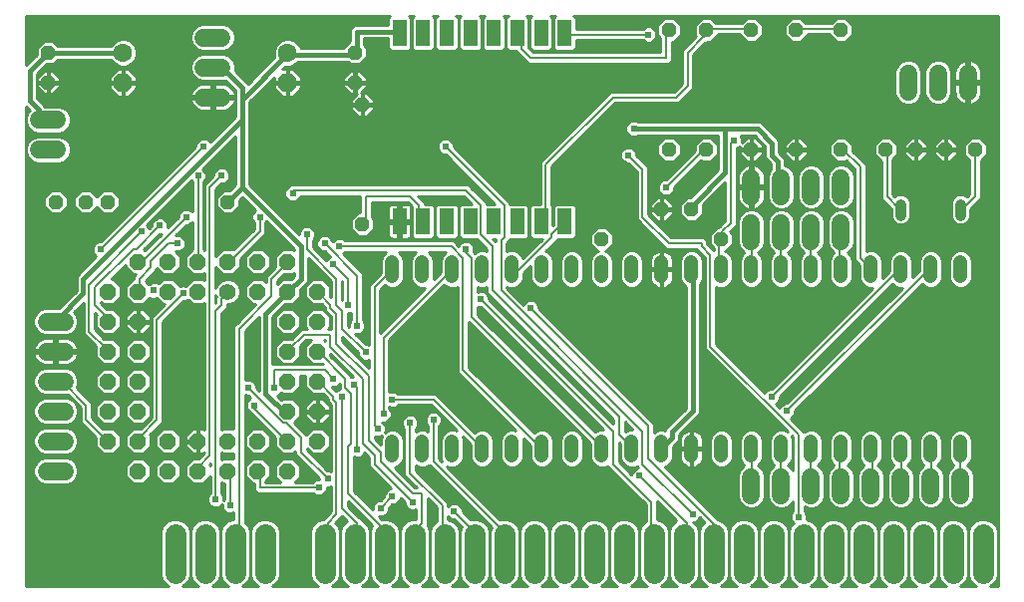
<source format=gtl>
G75*
%MOIN*%
%OFA0B0*%
%FSLAX24Y24*%
%IPPOS*%
%LPD*%
%AMOC8*
5,1,8,0,0,1.08239X$1,22.5*
%
%ADD10C,0.0360*%
%ADD11OC8,0.0480*%
%ADD12C,0.0480*%
%ADD13C,0.0600*%
%ADD14C,0.0550*%
%ADD15OC8,0.0550*%
%ADD16OC8,0.0630*%
%ADD17C,0.0630*%
%ADD18C,0.0700*%
%ADD19R,0.0472X0.0866*%
%ADD20C,0.0080*%
%ADD21C,0.0100*%
%ADD22R,0.0356X0.0356*%
%ADD23C,0.0160*%
%ADD24C,0.0240*%
D10*
X029600Y012745D02*
X029600Y013105D01*
X031600Y013105D02*
X031600Y012745D01*
D11*
X031100Y014925D03*
X030100Y014925D03*
X029100Y014925D03*
X027600Y014925D03*
X026100Y014925D03*
X024600Y014925D03*
X023100Y014925D03*
X021850Y014925D03*
X021600Y012925D03*
X022600Y012925D03*
X023600Y011925D03*
X019600Y011925D03*
X011600Y012425D03*
X007100Y013175D03*
X003100Y013175D03*
X002350Y013175D03*
X001350Y013175D03*
X001100Y017175D03*
X001100Y018175D03*
X011350Y018175D03*
X011350Y017175D03*
X011600Y016425D03*
X021850Y018925D03*
X023100Y018925D03*
X024600Y018925D03*
X026100Y018925D03*
X027600Y018925D03*
X032100Y014925D03*
D12*
X031600Y011165D02*
X031600Y010685D01*
X030600Y010685D02*
X030600Y011165D01*
X029600Y011165D02*
X029600Y010685D01*
X028600Y010685D02*
X028600Y011165D01*
X027600Y011165D02*
X027600Y010685D01*
X026600Y010685D02*
X026600Y011165D01*
X025600Y011165D02*
X025600Y010685D01*
X024600Y010685D02*
X024600Y011165D01*
X023600Y011165D02*
X023600Y010685D01*
X022600Y010685D02*
X022600Y011165D01*
X021600Y011165D02*
X021600Y010685D01*
X020600Y010685D02*
X020600Y011165D01*
X019600Y011165D02*
X019600Y010685D01*
X018600Y010685D02*
X018600Y011165D01*
X017600Y011165D02*
X017600Y010685D01*
X016600Y010685D02*
X016600Y011165D01*
X015600Y011165D02*
X015600Y010685D01*
X014600Y010685D02*
X014600Y011165D01*
X013600Y011165D02*
X013600Y010685D01*
X012600Y010685D02*
X012600Y011165D01*
X012600Y005165D02*
X012600Y004685D01*
X013600Y004685D02*
X013600Y005165D01*
X014600Y005165D02*
X014600Y004685D01*
X015600Y004685D02*
X015600Y005165D01*
X016600Y005165D02*
X016600Y004685D01*
X017600Y004685D02*
X017600Y005165D01*
X018600Y005165D02*
X018600Y004685D01*
X019600Y004685D02*
X019600Y005165D01*
X020600Y005165D02*
X020600Y004685D01*
X021600Y004685D02*
X021600Y005165D01*
X022600Y005165D02*
X022600Y004685D01*
X023600Y004685D02*
X023600Y005165D01*
X024600Y005165D02*
X024600Y004685D01*
X025600Y004685D02*
X025600Y005165D01*
X026600Y005165D02*
X026600Y004685D01*
X027600Y004685D02*
X027600Y005165D01*
X028600Y005165D02*
X028600Y004685D01*
X029600Y004685D02*
X029600Y005165D01*
X030600Y005165D02*
X030600Y004685D01*
X031600Y004685D02*
X031600Y005165D01*
D13*
X031600Y003975D02*
X031600Y003375D01*
X030600Y003375D02*
X030600Y003975D01*
X029600Y003975D02*
X029600Y003375D01*
X028600Y003375D02*
X028600Y003975D01*
X027600Y003975D02*
X027600Y003375D01*
X026600Y003375D02*
X026600Y003975D01*
X025600Y003975D02*
X025600Y003375D01*
X024600Y003375D02*
X024600Y003975D01*
X024600Y011875D02*
X024600Y012475D01*
X025600Y012475D02*
X025600Y011875D01*
X026600Y011875D02*
X026600Y012475D01*
X027600Y012475D02*
X027600Y011875D01*
X027600Y013375D02*
X027600Y013975D01*
X026600Y013975D02*
X026600Y013375D01*
X025600Y013375D02*
X025600Y013975D01*
X024600Y013975D02*
X024600Y013375D01*
X029850Y016875D02*
X029850Y017475D01*
X030850Y017475D02*
X030850Y016875D01*
X031850Y016875D02*
X031850Y017475D01*
X006900Y017675D02*
X006300Y017675D01*
X006300Y016675D02*
X006900Y016675D01*
X006900Y018675D02*
X006300Y018675D01*
X001400Y015925D02*
X000800Y015925D01*
X000800Y014925D02*
X001400Y014925D01*
X001650Y009175D02*
X001050Y009175D01*
X001050Y008175D02*
X001650Y008175D01*
X001650Y007175D02*
X001050Y007175D01*
X001050Y006175D02*
X001650Y006175D01*
X001650Y005175D02*
X001050Y005175D01*
X001050Y004175D02*
X001650Y004175D01*
D14*
X007100Y010175D03*
D15*
X006100Y010175D03*
X005100Y010175D03*
X004100Y010175D03*
X003100Y010175D03*
X003100Y009175D03*
X004100Y009175D03*
X004100Y008175D03*
X003100Y008175D03*
X003100Y007175D03*
X004100Y007175D03*
X004100Y006175D03*
X003100Y006175D03*
X003100Y005175D03*
X004100Y005175D03*
X005100Y005175D03*
X006100Y005175D03*
X007100Y005175D03*
X008100Y005175D03*
X009100Y005175D03*
X010100Y005175D03*
X010100Y006175D03*
X009100Y006175D03*
X009100Y007175D03*
X010100Y007175D03*
X010100Y008175D03*
X009100Y008175D03*
X009100Y009175D03*
X010100Y009175D03*
X010100Y010175D03*
X009100Y010175D03*
X008100Y010175D03*
X008100Y011175D03*
X007100Y011175D03*
X006100Y011175D03*
X005100Y011175D03*
X004100Y011175D03*
X009100Y011175D03*
X009100Y004175D03*
X008100Y004175D03*
X007100Y004175D03*
X006100Y004175D03*
X005100Y004175D03*
X004100Y004175D03*
D16*
X003600Y017175D03*
X009100Y017175D03*
D17*
X009100Y018175D03*
X003600Y018175D03*
D18*
X005350Y002075D02*
X005350Y000775D01*
X006350Y000775D02*
X006350Y002075D01*
X007350Y002075D02*
X007350Y000775D01*
X008350Y000775D02*
X008350Y002075D01*
X010350Y002075D02*
X010350Y000775D01*
X011350Y000775D02*
X011350Y002075D01*
X012350Y002075D02*
X012350Y000775D01*
X013350Y000775D02*
X013350Y002075D01*
X014350Y002075D02*
X014350Y000775D01*
X015350Y000775D02*
X015350Y002075D01*
X016350Y002075D02*
X016350Y000775D01*
X017350Y000775D02*
X017350Y002075D01*
X018350Y002075D02*
X018350Y000775D01*
X019350Y000775D02*
X019350Y002075D01*
X020350Y002075D02*
X020350Y000775D01*
X021350Y000775D02*
X021350Y002075D01*
X022350Y002075D02*
X022350Y000775D01*
X023350Y000775D02*
X023350Y002075D01*
X024350Y002075D02*
X024350Y000775D01*
X025350Y000775D02*
X025350Y002075D01*
X026350Y002075D02*
X026350Y000775D01*
X027350Y000775D02*
X027350Y002075D01*
X028350Y002075D02*
X028350Y000775D01*
X029350Y000775D02*
X029350Y002075D01*
X030350Y002075D02*
X030350Y000775D01*
X031350Y000775D02*
X031350Y002075D01*
X032350Y002075D02*
X032350Y000775D01*
D19*
X018356Y012526D03*
X017569Y012526D03*
X016781Y012526D03*
X015994Y012526D03*
X015206Y012526D03*
X014419Y012526D03*
X013631Y012526D03*
X012844Y012526D03*
X012844Y018825D03*
X013631Y018825D03*
X014419Y018825D03*
X015206Y018825D03*
X015994Y018825D03*
X016781Y018825D03*
X017569Y018825D03*
X018356Y018825D03*
D20*
X018407Y018778D01*
X021163Y018778D01*
X021754Y018876D02*
X021850Y018925D01*
X021754Y018876D02*
X021754Y017990D01*
X017226Y017990D01*
X016931Y018286D01*
X016931Y018679D01*
X016832Y018778D01*
X016781Y018825D01*
X019975Y016675D02*
X017725Y014425D01*
X017725Y012682D01*
X017569Y012526D01*
X017915Y012085D02*
X017915Y011986D01*
X016832Y010904D01*
X016635Y010904D01*
X016600Y010925D01*
X016242Y010215D02*
X020966Y005490D01*
X020966Y004408D01*
X022639Y002734D01*
X022443Y002439D02*
X022443Y001455D01*
X022350Y001425D01*
X021350Y001425D02*
X021261Y001455D01*
X021261Y003128D01*
X019982Y004408D01*
X019982Y005490D01*
X015553Y009919D01*
X015946Y010215D02*
X015946Y011691D01*
X015553Y012085D01*
X015553Y013069D01*
X015061Y013561D01*
X009269Y013561D01*
X009269Y013463D01*
X008171Y012675D02*
X008171Y012183D01*
X007187Y011199D01*
X007100Y011175D01*
X006104Y011199D02*
X006100Y011175D01*
X006104Y011199D02*
X006104Y014053D01*
X006498Y013660D02*
X006498Y004703D01*
X006104Y004309D01*
X006104Y004211D01*
X006100Y004175D01*
X007100Y004175D02*
X007187Y004112D01*
X007187Y003030D01*
X006694Y003226D02*
X006694Y009526D01*
X006891Y009723D01*
X006891Y009919D01*
X007088Y010116D01*
X007100Y010175D01*
X007482Y008935D02*
X008565Y010018D01*
X008565Y010608D01*
X009057Y011100D01*
X009100Y011175D01*
X009746Y011593D02*
X009746Y012085D01*
X009746Y011593D02*
X010730Y010608D01*
X010730Y009723D01*
X010927Y009526D01*
X010927Y008935D01*
X011714Y008148D01*
X012305Y008640D02*
X012305Y006081D01*
X012009Y005687D02*
X012108Y005589D01*
X012009Y005687D02*
X012009Y010313D01*
X012600Y010904D01*
X012600Y010925D01*
X011419Y010707D02*
X010336Y011789D01*
X010828Y011691D02*
X014569Y011691D01*
X014962Y011297D01*
X014962Y007557D01*
X017521Y004998D01*
X017600Y004925D01*
X019588Y004998D02*
X019600Y004925D01*
X019588Y004998D02*
X015257Y009329D01*
X015257Y011297D01*
X015061Y011494D01*
X015061Y011593D01*
X016242Y011888D02*
X016242Y010215D01*
X015946Y010215D02*
X020179Y005982D01*
X020179Y005392D01*
X020572Y004998D01*
X020600Y004925D01*
X021163Y004604D02*
X023427Y002341D01*
X023427Y001455D01*
X023350Y001425D01*
X022443Y002439D02*
X020868Y004014D01*
X021163Y004604D02*
X021163Y005687D01*
X017226Y009624D01*
X014600Y010925D02*
X014569Y010904D01*
X012305Y008640D01*
X011419Y009034D02*
X011419Y010707D01*
X011124Y010608D02*
X011124Y009723D01*
X010730Y009427D02*
X010730Y008443D01*
X011813Y007360D01*
X011813Y005195D01*
X012206Y004801D01*
X012206Y004506D01*
X013289Y003423D01*
X013584Y003423D01*
X013584Y002439D01*
X013387Y002242D01*
X013387Y001455D01*
X013350Y001425D01*
X014273Y001455D02*
X014350Y001425D01*
X014273Y001455D02*
X014273Y003030D01*
X013191Y004112D01*
X013191Y005786D01*
X013978Y005884D02*
X013978Y004506D01*
X016340Y002144D01*
X016340Y001455D01*
X016350Y001425D01*
X015350Y001425D02*
X015257Y001455D01*
X015257Y002242D01*
X014667Y002833D01*
X013289Y003128D02*
X012009Y004408D01*
X012009Y004703D01*
X011616Y005097D01*
X011616Y007262D01*
X010533Y008345D01*
X010533Y008738D01*
X009647Y008738D01*
X009155Y008246D01*
X009100Y008175D01*
X008663Y007557D02*
X008663Y006967D01*
X008663Y007557D02*
X010336Y007557D01*
X010631Y007262D01*
X011025Y007262D02*
X011025Y006967D01*
X011222Y006770D01*
X011222Y005097D01*
X011124Y004998D01*
X011124Y003423D01*
X012305Y002242D01*
X012305Y001455D01*
X012350Y001425D01*
X011419Y001455D02*
X011350Y001425D01*
X011419Y001455D02*
X011419Y002439D01*
X010927Y002931D01*
X010927Y006671D01*
X010730Y006475D02*
X010631Y006573D01*
X010631Y006671D01*
X010139Y007163D01*
X010100Y007175D01*
X011025Y007262D02*
X010139Y008148D01*
X010100Y008175D01*
X010730Y009427D02*
X010533Y009624D01*
X010533Y009723D01*
X010139Y010116D01*
X010100Y010175D01*
X010631Y011100D02*
X011124Y010608D01*
X011600Y012425D02*
X011616Y012478D01*
X011714Y012577D01*
X011714Y013364D01*
X013191Y013364D01*
X013486Y013069D01*
X013486Y012675D01*
X013584Y012577D01*
X013631Y012526D01*
X016242Y011888D02*
X016340Y011986D01*
X016340Y013069D01*
X014372Y015038D01*
X017915Y012085D02*
X018356Y012526D01*
X020966Y012675D02*
X021852Y011789D01*
X022935Y011789D01*
X022935Y011691D01*
X023230Y011396D01*
X023230Y008345D01*
X026183Y005392D01*
X026183Y002636D01*
X026600Y003675D02*
X026576Y003719D01*
X026576Y004900D01*
X026600Y004925D01*
X027561Y004900D02*
X027600Y004925D01*
X027561Y004900D02*
X027561Y003719D01*
X027600Y003675D01*
X028600Y003675D02*
X028643Y003719D01*
X028643Y004900D01*
X028600Y004925D01*
X029600Y004925D02*
X029628Y004900D01*
X029628Y003719D01*
X029600Y003675D01*
X030600Y003675D02*
X030612Y003719D01*
X030612Y004900D01*
X030600Y004925D01*
X031596Y004900D02*
X031600Y004925D01*
X031596Y004900D02*
X031596Y003719D01*
X031600Y003675D01*
X025600Y003675D02*
X025592Y003719D01*
X025592Y004900D01*
X025600Y004925D01*
X024608Y004900D02*
X024600Y004925D01*
X024608Y004900D02*
X024608Y003719D01*
X024600Y003675D01*
X025789Y006179D02*
X030513Y010904D01*
X030600Y010925D01*
X029600Y010925D02*
X029529Y010904D01*
X025297Y006671D01*
X025600Y010925D02*
X025592Y011002D01*
X025592Y012085D01*
X025600Y012175D01*
X026576Y012085D02*
X026600Y012175D01*
X026576Y012085D02*
X026576Y011002D01*
X026600Y010925D01*
X027561Y011002D02*
X027600Y010925D01*
X027561Y011002D02*
X027561Y012085D01*
X027600Y012175D01*
X028250Y011297D02*
X028250Y014349D01*
X027659Y014939D01*
X027600Y014925D01*
X029100Y014925D02*
X029135Y014841D01*
X029135Y013364D01*
X029529Y012971D01*
X029600Y012925D01*
X031600Y012925D02*
X031694Y012971D01*
X032088Y013364D01*
X032088Y014841D01*
X032100Y014925D01*
X028250Y011297D02*
X028545Y011002D01*
X028600Y010925D01*
X024608Y011002D02*
X024600Y010925D01*
X024608Y011002D02*
X024608Y012085D01*
X024600Y012175D01*
X023919Y012478D02*
X023624Y012183D01*
X023624Y011986D01*
X023600Y011925D01*
X023525Y011888D01*
X023525Y011002D01*
X023600Y010925D01*
X023919Y012478D02*
X023919Y015136D01*
X024017Y015234D01*
X023100Y014925D02*
X023033Y014939D01*
X021754Y013660D01*
X020966Y014266D02*
X020966Y012675D01*
X020966Y014266D02*
X020490Y014742D01*
X019975Y016675D02*
X022100Y016675D01*
X022475Y017050D01*
X022475Y018175D01*
X022979Y018679D01*
X023033Y018679D01*
X023033Y018876D01*
X023100Y018925D01*
X023131Y018975D01*
X024509Y018975D01*
X024600Y018925D01*
X026100Y018925D02*
X026183Y018975D01*
X027561Y018975D01*
X027600Y018925D01*
X011419Y006967D02*
X011320Y007065D01*
X011419Y006967D02*
X011419Y004900D01*
X010435Y003915D02*
X009549Y004801D01*
X009549Y005293D01*
X009057Y005786D01*
X008958Y005786D01*
X007777Y006967D01*
X007974Y006376D02*
X007974Y006278D01*
X009057Y005195D01*
X009100Y005175D01*
X008171Y004112D02*
X008100Y004175D01*
X008171Y004112D02*
X008171Y003620D01*
X010139Y003620D01*
X010730Y002734D02*
X010435Y002439D01*
X010435Y001455D01*
X010350Y001425D01*
X010730Y002734D02*
X010730Y006475D01*
X012600Y006573D02*
X013978Y006573D01*
X015553Y004998D01*
X015600Y004925D01*
X012600Y003325D02*
X012206Y002931D01*
X007482Y001553D02*
X007383Y001455D01*
X007350Y001425D01*
X007482Y001553D02*
X007482Y008935D01*
X005612Y010116D02*
X004726Y009230D01*
X004726Y005884D01*
X004135Y005293D01*
X004135Y005195D01*
X004100Y005175D01*
X003100Y005175D02*
X003053Y005195D01*
X002364Y005884D01*
X002364Y006376D01*
X001576Y007163D01*
X001380Y007163D01*
X001350Y007175D01*
X002462Y008837D02*
X003053Y008246D01*
X003100Y008175D01*
X002462Y008837D02*
X002462Y010412D01*
X004234Y012183D01*
X004037Y011593D02*
X004824Y012380D01*
X005120Y011789D02*
X004529Y011199D01*
X004529Y011002D01*
X004135Y010608D01*
X004135Y010215D01*
X004100Y010175D01*
X003053Y009329D02*
X003053Y009230D01*
X003100Y009175D01*
X003053Y009329D02*
X002659Y009723D01*
X002659Y010313D01*
X003939Y011593D01*
X004037Y011593D01*
X004100Y011175D02*
X004135Y011100D01*
X005710Y012675D01*
X005415Y011789D02*
X005120Y011789D01*
X002856Y011593D02*
X006301Y015038D01*
X006891Y014053D02*
X006498Y013660D01*
D21*
X000350Y016350D02*
X000350Y000325D01*
X005130Y000325D01*
X005067Y000351D01*
X004926Y000492D01*
X004850Y000676D01*
X004850Y002175D01*
X004926Y002359D01*
X005067Y002499D01*
X005251Y002575D01*
X005449Y002575D01*
X005633Y002499D01*
X005774Y002359D01*
X005850Y002175D01*
X005850Y000676D01*
X005774Y000492D01*
X005633Y000351D01*
X005570Y000325D01*
X006130Y000325D01*
X006067Y000351D01*
X005926Y000492D01*
X005850Y000676D01*
X005850Y002175D01*
X005926Y002359D01*
X006067Y002499D01*
X006251Y002575D01*
X006449Y002575D01*
X006633Y002499D01*
X006774Y002359D01*
X006850Y002175D01*
X006850Y000676D01*
X006774Y000492D01*
X006633Y000351D01*
X006570Y000325D01*
X007130Y000325D01*
X007067Y000351D01*
X006926Y000492D01*
X006850Y000676D01*
X006850Y002175D01*
X006926Y002359D01*
X007067Y002499D01*
X007251Y002575D01*
X007292Y002575D01*
X007292Y002781D01*
X007240Y002760D01*
X007133Y002760D01*
X007034Y002801D01*
X006958Y002877D01*
X006917Y002976D01*
X006917Y003067D01*
X006847Y002998D01*
X006748Y002956D01*
X006641Y002956D01*
X006542Y002998D01*
X006466Y003074D01*
X006424Y003173D01*
X006424Y003280D01*
X006466Y003379D01*
X006504Y003418D01*
X006504Y003979D01*
X006276Y003750D01*
X005924Y003750D01*
X005675Y003999D01*
X005675Y004351D01*
X005924Y004600D01*
X006126Y004600D01*
X006308Y004782D01*
X006308Y004782D01*
X006276Y004750D01*
X006130Y004750D01*
X006130Y005145D01*
X006070Y005145D01*
X006070Y004750D01*
X005924Y004750D01*
X005675Y004999D01*
X005675Y005145D01*
X006070Y005145D01*
X006070Y005205D01*
X005675Y005205D01*
X005675Y005351D01*
X005924Y005600D01*
X006070Y005600D01*
X006070Y005205D01*
X006130Y005205D01*
X006130Y005600D01*
X006276Y005600D01*
X006308Y005569D01*
X006308Y009782D01*
X006276Y009750D01*
X005924Y009750D01*
X005776Y009898D01*
X005765Y009887D01*
X005666Y009846D01*
X005611Y009846D01*
X004916Y009152D01*
X004916Y005805D01*
X004494Y005383D01*
X004525Y005351D01*
X004525Y004999D01*
X004276Y004750D01*
X003924Y004750D01*
X003675Y004999D01*
X003675Y005351D01*
X003924Y005600D01*
X004174Y005600D01*
X004536Y005963D01*
X004536Y009309D01*
X004647Y009420D01*
X004977Y009750D01*
X004924Y009750D01*
X004715Y009959D01*
X004681Y009945D01*
X004574Y009945D01*
X004501Y009975D01*
X004276Y009750D01*
X003924Y009750D01*
X003675Y009999D01*
X003675Y010351D01*
X003924Y010600D01*
X003945Y010600D01*
X003945Y010687D01*
X004009Y010750D01*
X003924Y010750D01*
X003675Y010999D01*
X003675Y011060D01*
X003215Y010600D01*
X003276Y010600D01*
X003525Y010351D01*
X003525Y009999D01*
X003276Y009750D01*
X002924Y009750D01*
X002849Y009825D01*
X002849Y009801D01*
X003050Y009600D01*
X003276Y009600D01*
X003525Y009351D01*
X003525Y008999D01*
X003276Y008750D01*
X002924Y008750D01*
X002675Y008999D01*
X002675Y009351D01*
X002718Y009395D01*
X002652Y009461D01*
X002652Y008915D01*
X002967Y008600D01*
X003276Y008600D01*
X003525Y008351D01*
X003675Y008351D01*
X003675Y007999D01*
X003924Y007750D01*
X004276Y007750D01*
X004525Y007999D01*
X004525Y008351D01*
X004536Y008351D01*
X004525Y008351D02*
X004276Y008600D01*
X003924Y008600D01*
X003675Y008351D01*
X003675Y008252D02*
X003525Y008252D01*
X003525Y008154D02*
X003675Y008154D01*
X003675Y008055D02*
X003525Y008055D01*
X003525Y007999D02*
X003525Y008351D01*
X003427Y008449D02*
X003773Y008449D01*
X003871Y008548D02*
X003329Y008548D01*
X003675Y008999D02*
X003924Y008750D01*
X004070Y008750D01*
X004070Y009145D01*
X004130Y009145D01*
X004130Y008750D01*
X004276Y008750D01*
X004525Y008999D01*
X004525Y009145D01*
X004130Y009145D01*
X004130Y009205D01*
X004525Y009205D01*
X004525Y009351D01*
X004276Y009600D01*
X004130Y009600D01*
X004130Y009205D01*
X004070Y009205D01*
X004070Y009145D01*
X003675Y009145D01*
X003675Y008999D01*
X003675Y009040D02*
X003525Y009040D01*
X003525Y009139D02*
X003675Y009139D01*
X003675Y009205D02*
X004070Y009205D01*
X004070Y009600D01*
X003924Y009600D01*
X003675Y009351D01*
X003675Y009205D01*
X003675Y009237D02*
X003525Y009237D01*
X003525Y009336D02*
X003675Y009336D01*
X003758Y009434D02*
X003442Y009434D01*
X003344Y009533D02*
X003856Y009533D01*
X004070Y009533D02*
X004130Y009533D01*
X004130Y009434D02*
X004070Y009434D01*
X004070Y009336D02*
X004130Y009336D01*
X004130Y009237D02*
X004070Y009237D01*
X004070Y009139D02*
X004130Y009139D01*
X004130Y009040D02*
X004070Y009040D01*
X004070Y008942D02*
X004130Y008942D01*
X004130Y008843D02*
X004070Y008843D01*
X003831Y008843D02*
X003369Y008843D01*
X003468Y008942D02*
X003732Y008942D01*
X004369Y008843D02*
X004536Y008843D01*
X004536Y008745D02*
X002823Y008745D01*
X002831Y008843D02*
X002724Y008843D01*
X002732Y008942D02*
X002652Y008942D01*
X002652Y009040D02*
X002675Y009040D01*
X002675Y009139D02*
X002652Y009139D01*
X002652Y009237D02*
X002675Y009237D01*
X002675Y009336D02*
X002652Y009336D01*
X002652Y009434D02*
X002679Y009434D01*
X002920Y009730D02*
X004957Y009730D01*
X004858Y009631D02*
X003019Y009631D01*
X003354Y009828D02*
X003846Y009828D01*
X003747Y009927D02*
X003453Y009927D01*
X003525Y010025D02*
X003675Y010025D01*
X003675Y010124D02*
X003525Y010124D01*
X003525Y010222D02*
X003675Y010222D01*
X003675Y010321D02*
X003525Y010321D01*
X003457Y010419D02*
X003743Y010419D01*
X003841Y010518D02*
X003359Y010518D01*
X003231Y010616D02*
X003945Y010616D01*
X003973Y010715D02*
X003329Y010715D01*
X003428Y010813D02*
X003861Y010813D01*
X003762Y010912D02*
X003526Y010912D01*
X003625Y011010D02*
X003675Y011010D01*
X004412Y010616D02*
X006308Y010616D01*
X006276Y010600D02*
X005924Y010600D01*
X005697Y010373D01*
X005666Y010386D01*
X005558Y010386D01*
X005510Y010366D01*
X005276Y010600D01*
X004924Y010600D01*
X004771Y010447D01*
X004681Y010485D01*
X004574Y010485D01*
X004475Y010444D01*
X004454Y010423D01*
X004336Y010540D01*
X004719Y010923D01*
X004719Y010955D01*
X004924Y010750D01*
X005276Y010750D01*
X005525Y010999D01*
X005525Y011351D01*
X005354Y011523D01*
X005361Y011519D01*
X005469Y011519D01*
X005568Y011561D01*
X005644Y011637D01*
X005685Y011736D01*
X005685Y011843D01*
X005644Y011942D01*
X005568Y012018D01*
X005469Y012059D01*
X005363Y012059D01*
X005709Y012405D01*
X005764Y012405D01*
X005863Y012446D01*
X005914Y012497D01*
X005914Y011590D01*
X005675Y011351D01*
X005675Y010999D01*
X005924Y010750D01*
X006276Y010750D01*
X006308Y010782D01*
X006308Y010569D01*
X006276Y010600D01*
X006308Y010715D02*
X004511Y010715D01*
X004609Y010813D02*
X004861Y010813D01*
X004762Y010912D02*
X004708Y010912D01*
X004841Y010518D02*
X004359Y010518D01*
X004453Y009927D02*
X004747Y009927D01*
X004846Y009828D02*
X004354Y009828D01*
X004344Y009533D02*
X004760Y009533D01*
X004661Y009434D02*
X004442Y009434D01*
X004525Y009336D02*
X004563Y009336D01*
X004536Y009237D02*
X004525Y009237D01*
X004525Y009139D02*
X004536Y009139D01*
X004525Y009040D02*
X004536Y009040D01*
X004536Y008942D02*
X004468Y008942D01*
X004536Y008646D02*
X002921Y008646D01*
X002581Y008449D02*
X002007Y008449D01*
X001993Y008468D02*
X001943Y008519D01*
X001886Y008560D01*
X001823Y008592D01*
X001755Y008614D01*
X001685Y008625D01*
X001400Y008625D01*
X001400Y008225D01*
X002098Y008225D01*
X002089Y008281D01*
X002067Y008348D01*
X002035Y008411D01*
X001993Y008468D01*
X001903Y008548D02*
X002482Y008548D01*
X002384Y008646D02*
X000350Y008646D01*
X000350Y008548D02*
X000797Y008548D01*
X000814Y008560D02*
X000757Y008519D01*
X000707Y008468D01*
X000665Y008411D01*
X000633Y008348D01*
X000611Y008281D01*
X000602Y008225D01*
X001300Y008225D01*
X001300Y008125D01*
X001400Y008125D01*
X001400Y007725D01*
X001685Y007725D01*
X001755Y007736D01*
X001823Y007758D01*
X001886Y007790D01*
X001943Y007832D01*
X001993Y007882D01*
X002035Y007939D01*
X002067Y008003D01*
X002089Y008070D01*
X002098Y008125D01*
X001400Y008125D01*
X001400Y008225D01*
X001300Y008225D01*
X001300Y008625D01*
X001015Y008625D01*
X000945Y008614D01*
X000877Y008592D01*
X000814Y008560D01*
X000693Y008449D02*
X000350Y008449D01*
X000350Y008351D02*
X000634Y008351D01*
X000607Y008252D02*
X000350Y008252D01*
X000350Y008154D02*
X001300Y008154D01*
X001300Y008125D02*
X000602Y008125D01*
X000611Y008070D01*
X000633Y008003D01*
X000665Y007939D01*
X000707Y007882D01*
X000757Y007832D01*
X000814Y007790D01*
X000877Y007758D01*
X000945Y007736D01*
X001015Y007725D01*
X001300Y007725D01*
X001300Y008125D01*
X001300Y008055D02*
X001400Y008055D01*
X001400Y007957D02*
X001300Y007957D01*
X001300Y007858D02*
X001400Y007858D01*
X001400Y007760D02*
X001300Y007760D01*
X000960Y007625D02*
X000795Y007557D01*
X000669Y007430D01*
X000600Y007265D01*
X000600Y007086D01*
X000669Y006920D01*
X000795Y006794D01*
X000960Y006725D01*
X001740Y006725D01*
X001744Y006727D01*
X002174Y006297D01*
X002174Y005805D01*
X002285Y005694D01*
X002675Y005304D01*
X002675Y004999D01*
X002924Y004750D01*
X003276Y004750D01*
X003525Y004999D01*
X003525Y005351D01*
X003276Y005600D01*
X002924Y005600D01*
X002920Y005596D01*
X002554Y005963D01*
X002554Y006455D01*
X002048Y006960D01*
X002100Y007086D01*
X002100Y007265D01*
X002031Y007430D01*
X001905Y007557D01*
X001740Y007625D01*
X000960Y007625D01*
X000874Y007760D02*
X000350Y007760D01*
X000350Y007858D02*
X000731Y007858D01*
X000656Y007957D02*
X000350Y007957D01*
X000350Y008055D02*
X000616Y008055D01*
X001300Y008252D02*
X001400Y008252D01*
X001400Y008154D02*
X002675Y008154D01*
X002675Y008252D02*
X002093Y008252D01*
X002066Y008351D02*
X002675Y008351D01*
X002675Y007999D01*
X002924Y007750D01*
X003276Y007750D01*
X003525Y007999D01*
X003483Y007957D02*
X003717Y007957D01*
X003816Y007858D02*
X003384Y007858D01*
X003286Y007760D02*
X003914Y007760D01*
X003924Y007600D02*
X003675Y007351D01*
X003675Y006999D01*
X003924Y006750D01*
X004276Y006750D01*
X004525Y006999D01*
X004525Y007351D01*
X004276Y007600D01*
X003924Y007600D01*
X003886Y007563D02*
X003314Y007563D01*
X003276Y007600D02*
X002924Y007600D01*
X002675Y007351D01*
X002675Y006999D01*
X002924Y006750D01*
X003276Y006750D01*
X003525Y006999D01*
X003525Y007351D01*
X003276Y007600D01*
X003412Y007464D02*
X003788Y007464D01*
X003689Y007366D02*
X003511Y007366D01*
X003525Y007267D02*
X003675Y007267D01*
X003675Y007169D02*
X003525Y007169D01*
X003525Y007070D02*
X003675Y007070D01*
X003702Y006972D02*
X003498Y006972D01*
X003399Y006873D02*
X003801Y006873D01*
X003899Y006775D02*
X003301Y006775D01*
X003276Y006600D02*
X002924Y006600D01*
X002675Y006351D01*
X002675Y005999D01*
X002924Y005750D01*
X003276Y005750D01*
X003525Y005999D01*
X003525Y006351D01*
X003276Y006600D01*
X003299Y006578D02*
X003901Y006578D01*
X003924Y006600D02*
X003675Y006351D01*
X003675Y005999D01*
X003924Y005750D01*
X004276Y005750D01*
X004525Y005999D01*
X004525Y006351D01*
X004276Y006600D01*
X003924Y006600D01*
X003803Y006479D02*
X003397Y006479D01*
X003496Y006381D02*
X003704Y006381D01*
X003675Y006282D02*
X003525Y006282D01*
X003525Y006184D02*
X003675Y006184D01*
X003675Y006085D02*
X003525Y006085D01*
X003513Y005987D02*
X003687Y005987D01*
X003786Y005888D02*
X003414Y005888D01*
X003316Y005790D02*
X003884Y005790D01*
X003916Y005593D02*
X003284Y005593D01*
X003382Y005494D02*
X003818Y005494D01*
X003719Y005396D02*
X003481Y005396D01*
X003525Y005297D02*
X003675Y005297D01*
X003675Y005199D02*
X003525Y005199D01*
X003525Y005100D02*
X003675Y005100D01*
X003675Y005002D02*
X003525Y005002D01*
X003429Y004903D02*
X003771Y004903D01*
X003869Y004805D02*
X003331Y004805D01*
X003675Y004351D02*
X003924Y004600D01*
X004276Y004600D01*
X004525Y004351D01*
X004525Y003999D01*
X004276Y003750D01*
X003924Y003750D01*
X003675Y003999D01*
X003675Y004351D01*
X003675Y004312D02*
X002080Y004312D01*
X002100Y004265D02*
X002031Y004430D01*
X001905Y004557D01*
X001740Y004625D01*
X000960Y004625D01*
X000795Y004557D01*
X000669Y004430D01*
X000600Y004265D01*
X000600Y004086D01*
X000669Y003920D01*
X000795Y003794D01*
X000960Y003725D01*
X001740Y003725D01*
X001905Y003794D01*
X002031Y003920D01*
X002100Y004086D01*
X002100Y004265D01*
X002100Y004214D02*
X003675Y004214D01*
X003675Y004115D02*
X002100Y004115D01*
X002071Y004017D02*
X003675Y004017D01*
X003756Y003918D02*
X002029Y003918D01*
X001931Y003820D02*
X003854Y003820D01*
X004346Y003820D02*
X004854Y003820D01*
X004924Y003750D02*
X005276Y003750D01*
X005525Y003999D01*
X005525Y004351D01*
X005276Y004600D01*
X004924Y004600D01*
X004675Y004351D01*
X004675Y003999D01*
X004924Y003750D01*
X004756Y003918D02*
X004444Y003918D01*
X004525Y004017D02*
X004675Y004017D01*
X004675Y004115D02*
X004525Y004115D01*
X004525Y004214D02*
X004675Y004214D01*
X004675Y004312D02*
X004525Y004312D01*
X004466Y004411D02*
X004734Y004411D01*
X004833Y004509D02*
X004367Y004509D01*
X004331Y004805D02*
X004869Y004805D01*
X004924Y004750D02*
X005276Y004750D01*
X005525Y004999D01*
X005525Y005351D01*
X005276Y005600D01*
X004924Y005600D01*
X004675Y005351D01*
X004675Y004999D01*
X004924Y004750D01*
X004771Y004903D02*
X004429Y004903D01*
X004525Y005002D02*
X004675Y005002D01*
X004675Y005100D02*
X004525Y005100D01*
X004525Y005199D02*
X004675Y005199D01*
X004675Y005297D02*
X004525Y005297D01*
X004507Y005396D02*
X004719Y005396D01*
X004818Y005494D02*
X004605Y005494D01*
X004704Y005593D02*
X004916Y005593D01*
X004802Y005691D02*
X006308Y005691D01*
X006308Y005593D02*
X006284Y005593D01*
X006130Y005593D02*
X006070Y005593D01*
X006070Y005494D02*
X006130Y005494D01*
X006130Y005396D02*
X006070Y005396D01*
X006070Y005297D02*
X006130Y005297D01*
X006070Y005199D02*
X005525Y005199D01*
X005525Y005297D02*
X005675Y005297D01*
X005719Y005396D02*
X005481Y005396D01*
X005382Y005494D02*
X005818Y005494D01*
X005916Y005593D02*
X005284Y005593D01*
X004901Y005790D02*
X006308Y005790D01*
X006308Y005888D02*
X004916Y005888D01*
X004916Y005987D02*
X006308Y005987D01*
X006308Y006085D02*
X004916Y006085D01*
X004916Y006184D02*
X006308Y006184D01*
X006308Y006282D02*
X004916Y006282D01*
X004916Y006381D02*
X006308Y006381D01*
X006308Y006479D02*
X004916Y006479D01*
X004916Y006578D02*
X006308Y006578D01*
X006308Y006676D02*
X004916Y006676D01*
X004916Y006775D02*
X006308Y006775D01*
X006308Y006873D02*
X004916Y006873D01*
X004916Y006972D02*
X006308Y006972D01*
X006308Y007070D02*
X004916Y007070D01*
X004916Y007169D02*
X006308Y007169D01*
X006308Y007267D02*
X004916Y007267D01*
X004916Y007366D02*
X006308Y007366D01*
X006308Y007464D02*
X004916Y007464D01*
X004916Y007563D02*
X006308Y007563D01*
X006308Y007661D02*
X004916Y007661D01*
X004916Y007760D02*
X006308Y007760D01*
X006308Y007858D02*
X004916Y007858D01*
X004916Y007957D02*
X006308Y007957D01*
X006308Y008055D02*
X004916Y008055D01*
X004916Y008154D02*
X006308Y008154D01*
X006308Y008252D02*
X004916Y008252D01*
X004916Y008351D02*
X006308Y008351D01*
X006308Y008449D02*
X004916Y008449D01*
X004916Y008548D02*
X006308Y008548D01*
X006308Y008646D02*
X004916Y008646D01*
X004916Y008745D02*
X006308Y008745D01*
X006308Y008843D02*
X004916Y008843D01*
X004916Y008942D02*
X006308Y008942D01*
X006308Y009040D02*
X004916Y009040D01*
X004916Y009139D02*
X006308Y009139D01*
X006308Y009237D02*
X005002Y009237D01*
X005100Y009336D02*
X006308Y009336D01*
X006308Y009434D02*
X005199Y009434D01*
X005297Y009533D02*
X006308Y009533D01*
X006308Y009631D02*
X005396Y009631D01*
X005494Y009730D02*
X006308Y009730D01*
X006688Y009788D02*
X006688Y010060D01*
X006710Y010007D01*
X006701Y009998D01*
X006701Y009801D01*
X006688Y009788D01*
X006688Y009828D02*
X006701Y009828D01*
X006688Y009927D02*
X006701Y009927D01*
X006688Y010025D02*
X006702Y010025D01*
X006688Y010290D02*
X006688Y010987D01*
X006924Y010750D01*
X007276Y010750D01*
X007525Y010999D01*
X007525Y011269D01*
X008250Y011993D01*
X008361Y012104D01*
X008361Y012483D01*
X008396Y012519D01*
X009319Y011596D01*
X009319Y011558D01*
X009276Y011600D01*
X008924Y011600D01*
X008675Y011351D01*
X008675Y010999D01*
X008681Y010993D01*
X008486Y010798D01*
X008375Y010687D01*
X008375Y010502D01*
X008276Y010600D01*
X007924Y010600D01*
X007675Y010351D01*
X007675Y009999D01*
X007924Y009750D01*
X008028Y009750D01*
X007403Y009125D01*
X007292Y009014D01*
X007292Y005584D01*
X007276Y005600D01*
X006924Y005600D01*
X006884Y005561D01*
X006884Y009447D01*
X007081Y009644D01*
X007081Y009750D01*
X007185Y009750D01*
X007341Y009815D01*
X007460Y009935D01*
X007525Y010091D01*
X007525Y010260D01*
X007460Y010416D01*
X007341Y010536D01*
X007185Y010600D01*
X007015Y010600D01*
X006859Y010536D01*
X006740Y010416D01*
X006688Y010290D01*
X006688Y010321D02*
X006700Y010321D01*
X006688Y010419D02*
X006743Y010419D01*
X006688Y010518D02*
X006841Y010518D01*
X006688Y010616D02*
X008375Y010616D01*
X008375Y010518D02*
X008359Y010518D01*
X008402Y010715D02*
X006688Y010715D01*
X006688Y010813D02*
X006861Y010813D01*
X006762Y010912D02*
X006688Y010912D01*
X006688Y011364D02*
X006688Y013581D01*
X006890Y013783D01*
X006945Y013783D01*
X007044Y013824D01*
X007120Y013900D01*
X007161Y014000D01*
X007161Y014107D01*
X007120Y014206D01*
X007044Y014282D01*
X006945Y014323D01*
X006838Y014323D01*
X006738Y014282D01*
X006662Y014206D01*
X006621Y014107D01*
X006621Y014052D01*
X006419Y013850D01*
X006308Y013738D01*
X006308Y011569D01*
X006294Y011582D01*
X006294Y013861D01*
X006333Y013900D01*
X006374Y014000D01*
X006374Y014107D01*
X006333Y014206D01*
X006261Y014278D01*
X007350Y015368D01*
X007350Y013755D01*
X007161Y013565D01*
X006938Y013565D01*
X006710Y013337D01*
X006710Y013014D01*
X006938Y012785D01*
X007262Y012785D01*
X007490Y013014D01*
X007490Y013244D01*
X007580Y013334D01*
X008014Y012900D01*
X007942Y012828D01*
X007901Y012729D01*
X007901Y012622D01*
X007942Y012522D01*
X007981Y012483D01*
X007981Y012262D01*
X007298Y011579D01*
X007276Y011600D01*
X006924Y011600D01*
X006688Y011364D01*
X006688Y011404D02*
X006728Y011404D01*
X006688Y011503D02*
X006826Y011503D01*
X006688Y011601D02*
X007320Y011601D01*
X007419Y011700D02*
X006688Y011700D01*
X006688Y011798D02*
X007517Y011798D01*
X007616Y011897D02*
X006688Y011897D01*
X006688Y011995D02*
X007714Y011995D01*
X007813Y012094D02*
X006688Y012094D01*
X006688Y012192D02*
X007911Y012192D01*
X007981Y012291D02*
X006688Y012291D01*
X006688Y012389D02*
X007981Y012389D01*
X007976Y012488D02*
X006688Y012488D01*
X006688Y012586D02*
X007915Y012586D01*
X007901Y012685D02*
X006688Y012685D01*
X006688Y012783D02*
X007923Y012783D01*
X007996Y012882D02*
X007358Y012882D01*
X007457Y012980D02*
X007934Y012980D01*
X007836Y013079D02*
X007490Y013079D01*
X007490Y013177D02*
X007737Y013177D01*
X007639Y013276D02*
X007522Y013276D01*
X007167Y013571D02*
X006688Y013571D01*
X006688Y013473D02*
X006846Y013473D01*
X006747Y013374D02*
X006688Y013374D01*
X006688Y013276D02*
X006710Y013276D01*
X006710Y013177D02*
X006688Y013177D01*
X006688Y013079D02*
X006710Y013079D01*
X006688Y012980D02*
X006743Y012980D01*
X006688Y012882D02*
X006842Y012882D01*
X006308Y012882D02*
X006294Y012882D01*
X006294Y012980D02*
X006308Y012980D01*
X006294Y013079D02*
X006308Y013079D01*
X006294Y013177D02*
X006308Y013177D01*
X006294Y013276D02*
X006308Y013276D01*
X006294Y013374D02*
X006308Y013374D01*
X006294Y013473D02*
X006308Y013473D01*
X006294Y013571D02*
X006308Y013571D01*
X006294Y013670D02*
X006308Y013670D01*
X006294Y013768D02*
X006338Y013768D01*
X006299Y013867D02*
X006436Y013867D01*
X006360Y013965D02*
X006535Y013965D01*
X006621Y014064D02*
X006374Y014064D01*
X006351Y014162D02*
X006644Y014162D01*
X006717Y014261D02*
X006278Y014261D01*
X006342Y014359D02*
X007350Y014359D01*
X007350Y014261D02*
X007066Y014261D01*
X007138Y014162D02*
X007350Y014162D01*
X007350Y014064D02*
X007161Y014064D01*
X007147Y013965D02*
X007350Y013965D01*
X007350Y013867D02*
X007087Y013867D01*
X006875Y013768D02*
X007350Y013768D01*
X007265Y013670D02*
X006777Y013670D01*
X005914Y013670D02*
X005652Y013670D01*
X005751Y013768D02*
X005914Y013768D01*
X005914Y013861D02*
X005879Y013897D01*
X004391Y012408D01*
X004463Y012336D01*
X004477Y012301D01*
X004554Y012379D01*
X004554Y012434D01*
X004596Y012533D01*
X004671Y012609D01*
X004771Y012650D01*
X004878Y012650D01*
X004977Y012609D01*
X005053Y012533D01*
X005094Y012434D01*
X005094Y012328D01*
X005440Y012674D01*
X005440Y012729D01*
X005481Y012828D01*
X005557Y012904D01*
X005657Y012945D01*
X005764Y012945D01*
X005863Y012904D01*
X005914Y012853D01*
X005914Y013861D01*
X005909Y013867D02*
X005849Y013867D01*
X005914Y013571D02*
X005554Y013571D01*
X005455Y013473D02*
X005914Y013473D01*
X005914Y013374D02*
X005357Y013374D01*
X005258Y013276D02*
X005914Y013276D01*
X005914Y013177D02*
X005160Y013177D01*
X005061Y013079D02*
X005914Y013079D01*
X005914Y012980D02*
X004963Y012980D01*
X004864Y012882D02*
X005535Y012882D01*
X005463Y012783D02*
X004766Y012783D01*
X004667Y012685D02*
X005440Y012685D01*
X005353Y012586D02*
X005000Y012586D01*
X005072Y012488D02*
X005254Y012488D01*
X005156Y012389D02*
X005094Y012389D01*
X005496Y012192D02*
X005914Y012192D01*
X005914Y012094D02*
X005397Y012094D01*
X005591Y011995D02*
X005914Y011995D01*
X005914Y011897D02*
X005663Y011897D01*
X005685Y011798D02*
X005914Y011798D01*
X005914Y011700D02*
X005670Y011700D01*
X005609Y011601D02*
X005914Y011601D01*
X005826Y011503D02*
X005374Y011503D01*
X005472Y011404D02*
X005728Y011404D01*
X005675Y011306D02*
X005525Y011306D01*
X005525Y011207D02*
X005675Y011207D01*
X005675Y011109D02*
X005525Y011109D01*
X005525Y011010D02*
X005675Y011010D01*
X005762Y010912D02*
X005438Y010912D01*
X005339Y010813D02*
X005861Y010813D01*
X005841Y010518D02*
X005359Y010518D01*
X005457Y010419D02*
X005743Y010419D01*
X005846Y009828D02*
X005593Y009828D01*
X006884Y009434D02*
X007712Y009434D01*
X007614Y009336D02*
X006884Y009336D01*
X006884Y009237D02*
X007515Y009237D01*
X007417Y009139D02*
X006884Y009139D01*
X006884Y009040D02*
X007318Y009040D01*
X007292Y008942D02*
X006884Y008942D01*
X006884Y008843D02*
X007292Y008843D01*
X007292Y008745D02*
X006884Y008745D01*
X006884Y008646D02*
X007292Y008646D01*
X007292Y008548D02*
X006884Y008548D01*
X006884Y008449D02*
X007292Y008449D01*
X007292Y008351D02*
X006884Y008351D01*
X006884Y008252D02*
X007292Y008252D01*
X007292Y008154D02*
X006884Y008154D01*
X006884Y008055D02*
X007292Y008055D01*
X007292Y007957D02*
X006884Y007957D01*
X006884Y007858D02*
X007292Y007858D01*
X007292Y007760D02*
X006884Y007760D01*
X006884Y007661D02*
X007292Y007661D01*
X007292Y007563D02*
X006884Y007563D01*
X006884Y007464D02*
X007292Y007464D01*
X007292Y007366D02*
X006884Y007366D01*
X006884Y007267D02*
X007292Y007267D01*
X007292Y007169D02*
X006884Y007169D01*
X006884Y007070D02*
X007292Y007070D01*
X007292Y006972D02*
X006884Y006972D01*
X006884Y006873D02*
X007292Y006873D01*
X007292Y006775D02*
X006884Y006775D01*
X006884Y006676D02*
X007292Y006676D01*
X007292Y006578D02*
X006884Y006578D01*
X006884Y006479D02*
X007292Y006479D01*
X007292Y006381D02*
X006884Y006381D01*
X006884Y006282D02*
X007292Y006282D01*
X007292Y006184D02*
X006884Y006184D01*
X006884Y006085D02*
X007292Y006085D01*
X007292Y005987D02*
X006884Y005987D01*
X006884Y005888D02*
X007292Y005888D01*
X007292Y005790D02*
X006884Y005790D01*
X006884Y005691D02*
X007292Y005691D01*
X007284Y005593D02*
X007292Y005593D01*
X006916Y005593D02*
X006884Y005593D01*
X007672Y005593D02*
X007916Y005593D01*
X007924Y005600D02*
X007675Y005351D01*
X007675Y004999D01*
X007924Y004750D01*
X008276Y004750D01*
X008525Y004999D01*
X008525Y005351D01*
X008276Y005600D01*
X007924Y005600D01*
X007818Y005494D02*
X007672Y005494D01*
X007672Y005396D02*
X007719Y005396D01*
X007675Y005297D02*
X007672Y005297D01*
X007672Y005199D02*
X007675Y005199D01*
X007672Y005100D02*
X007675Y005100D01*
X007672Y005002D02*
X007675Y005002D01*
X007672Y004903D02*
X007771Y004903D01*
X007869Y004805D02*
X007672Y004805D01*
X007672Y004706D02*
X009375Y004706D01*
X009359Y004723D02*
X009470Y004611D01*
X010165Y003917D01*
X010165Y003890D01*
X010086Y003890D01*
X009986Y003849D01*
X009948Y003810D01*
X009336Y003810D01*
X009525Y003999D01*
X009525Y004351D01*
X009276Y004600D01*
X008924Y004600D01*
X008675Y004351D01*
X008675Y003999D01*
X008864Y003810D01*
X008361Y003810D01*
X008361Y003835D01*
X008525Y003999D01*
X008525Y004351D01*
X008276Y004600D01*
X007924Y004600D01*
X007675Y004351D01*
X007675Y003999D01*
X007924Y003750D01*
X007981Y003750D01*
X007981Y003541D01*
X008092Y003430D01*
X009948Y003430D01*
X009986Y003391D01*
X010086Y003350D01*
X010193Y003350D01*
X010292Y003391D01*
X010368Y003467D01*
X010409Y003566D01*
X010409Y003645D01*
X010488Y003645D01*
X010540Y003667D01*
X010540Y002813D01*
X010356Y002629D01*
X010302Y002575D01*
X010251Y002575D01*
X010067Y002499D01*
X009926Y002359D01*
X009850Y002175D01*
X009850Y000676D01*
X009926Y000492D01*
X010067Y000351D01*
X010130Y000325D01*
X008570Y000325D01*
X008633Y000351D01*
X008774Y000492D01*
X008850Y000676D01*
X008850Y002175D01*
X008774Y002359D01*
X008633Y002499D01*
X008449Y002575D01*
X008251Y002575D01*
X008067Y002499D01*
X007926Y002359D01*
X007850Y002175D01*
X007774Y002359D01*
X007672Y002461D01*
X007672Y006718D01*
X007723Y006697D01*
X007778Y006697D01*
X007856Y006619D01*
X007821Y006605D01*
X007745Y006529D01*
X007704Y006430D01*
X007704Y006322D01*
X007745Y006223D01*
X007821Y006147D01*
X007846Y006137D01*
X007895Y006088D01*
X008675Y005308D01*
X008675Y004999D01*
X008924Y004750D01*
X009276Y004750D01*
X009359Y004833D01*
X009359Y004723D01*
X009359Y004805D02*
X009331Y004805D01*
X009474Y004608D02*
X007672Y004608D01*
X007672Y004509D02*
X007833Y004509D01*
X007734Y004411D02*
X007672Y004411D01*
X007672Y004312D02*
X007675Y004312D01*
X007672Y004214D02*
X007675Y004214D01*
X007672Y004115D02*
X007675Y004115D01*
X007672Y004017D02*
X007675Y004017D01*
X007672Y003918D02*
X007756Y003918D01*
X007672Y003820D02*
X007854Y003820D01*
X007981Y003721D02*
X007672Y003721D01*
X007672Y003623D02*
X007981Y003623D01*
X007998Y003524D02*
X007672Y003524D01*
X007672Y003426D02*
X009952Y003426D01*
X010327Y003426D02*
X010540Y003426D01*
X010540Y003524D02*
X010392Y003524D01*
X010409Y003623D02*
X010540Y003623D01*
X010163Y003918D02*
X009444Y003918D01*
X009525Y004017D02*
X010065Y004017D01*
X009966Y004115D02*
X009525Y004115D01*
X009525Y004214D02*
X009868Y004214D01*
X009769Y004312D02*
X009525Y004312D01*
X009466Y004411D02*
X009671Y004411D01*
X009572Y004509D02*
X009367Y004509D01*
X009912Y004706D02*
X010540Y004706D01*
X010540Y004608D02*
X010011Y004608D01*
X010109Y004509D02*
X010540Y004509D01*
X010540Y004411D02*
X010208Y004411D01*
X010306Y004312D02*
X010540Y004312D01*
X010540Y004214D02*
X010405Y004214D01*
X010433Y004185D02*
X009739Y004880D01*
X009739Y004935D01*
X009924Y004750D01*
X010276Y004750D01*
X010525Y004999D01*
X010525Y005351D01*
X010276Y005600D01*
X009924Y005600D01*
X009717Y005394D01*
X009318Y005793D01*
X009525Y005999D01*
X009525Y006351D01*
X009276Y006600D01*
X008924Y006600D01*
X008893Y006570D01*
X008752Y006711D01*
X008816Y006738D01*
X008876Y006798D01*
X008924Y006750D01*
X009276Y006750D01*
X009525Y006999D01*
X009525Y007351D01*
X009509Y007367D01*
X009691Y007367D01*
X009675Y007351D01*
X009675Y006999D01*
X009924Y006750D01*
X010276Y006750D01*
X010280Y006754D01*
X010441Y006593D01*
X010441Y006494D01*
X010540Y006396D01*
X010540Y004164D01*
X010488Y004185D01*
X010433Y004185D01*
X009957Y003820D02*
X009346Y003820D01*
X008854Y003820D02*
X008361Y003820D01*
X008444Y003918D02*
X008756Y003918D01*
X008675Y004017D02*
X008525Y004017D01*
X008525Y004115D02*
X008675Y004115D01*
X008675Y004214D02*
X008525Y004214D01*
X008525Y004312D02*
X008675Y004312D01*
X008734Y004411D02*
X008466Y004411D01*
X008367Y004509D02*
X008833Y004509D01*
X008869Y004805D02*
X008331Y004805D01*
X008429Y004903D02*
X008771Y004903D01*
X008675Y005002D02*
X008525Y005002D01*
X008525Y005100D02*
X008675Y005100D01*
X008675Y005199D02*
X008525Y005199D01*
X008525Y005297D02*
X008675Y005297D01*
X008587Y005396D02*
X008481Y005396D01*
X008489Y005494D02*
X008382Y005494D01*
X008390Y005593D02*
X008284Y005593D01*
X008292Y005691D02*
X007672Y005691D01*
X007672Y005790D02*
X008193Y005790D01*
X008095Y005888D02*
X007672Y005888D01*
X007672Y005987D02*
X007996Y005987D01*
X007898Y006085D02*
X007672Y006085D01*
X007672Y006184D02*
X007784Y006184D01*
X007721Y006282D02*
X007672Y006282D01*
X007672Y006381D02*
X007704Y006381D01*
X007725Y006479D02*
X007672Y006479D01*
X007672Y006578D02*
X007794Y006578D01*
X007799Y006676D02*
X007672Y006676D01*
X008047Y006965D02*
X008138Y006875D01*
X008138Y009322D01*
X007672Y008856D01*
X007672Y007215D01*
X007723Y007237D01*
X007831Y007237D01*
X007930Y007196D01*
X008006Y007120D01*
X008047Y007020D01*
X008047Y006965D01*
X008047Y006972D02*
X008138Y006972D01*
X008138Y007070D02*
X008026Y007070D01*
X007957Y007169D02*
X008138Y007169D01*
X008138Y007267D02*
X007672Y007267D01*
X007672Y007366D02*
X008138Y007366D01*
X008138Y007464D02*
X007672Y007464D01*
X007672Y007563D02*
X008138Y007563D01*
X008138Y007661D02*
X007672Y007661D01*
X007672Y007760D02*
X008138Y007760D01*
X008138Y007858D02*
X007672Y007858D01*
X007672Y007957D02*
X008138Y007957D01*
X008138Y008055D02*
X007672Y008055D01*
X007672Y008154D02*
X008138Y008154D01*
X008138Y008252D02*
X007672Y008252D01*
X007672Y008351D02*
X008138Y008351D01*
X008138Y008449D02*
X007672Y008449D01*
X007672Y008548D02*
X008138Y008548D01*
X008138Y008646D02*
X007672Y008646D01*
X007672Y008745D02*
X008138Y008745D01*
X008138Y008843D02*
X007672Y008843D01*
X007757Y008942D02*
X008138Y008942D01*
X008138Y009040D02*
X007856Y009040D01*
X007954Y009139D02*
X008138Y009139D01*
X008138Y009237D02*
X008053Y009237D01*
X007811Y009533D02*
X006970Y009533D01*
X007069Y009631D02*
X007909Y009631D01*
X008008Y009730D02*
X007081Y009730D01*
X007354Y009828D02*
X007846Y009828D01*
X007747Y009927D02*
X007453Y009927D01*
X007498Y010025D02*
X007675Y010025D01*
X007675Y010124D02*
X007525Y010124D01*
X007525Y010222D02*
X007675Y010222D01*
X007675Y010321D02*
X007500Y010321D01*
X007457Y010419D02*
X007743Y010419D01*
X007841Y010518D02*
X007359Y010518D01*
X007675Y010999D02*
X007924Y010750D01*
X008276Y010750D01*
X008525Y010999D01*
X008525Y011351D01*
X008276Y011600D01*
X007924Y011600D01*
X007675Y011351D01*
X007675Y010999D01*
X007675Y011010D02*
X007525Y011010D01*
X007525Y011109D02*
X007675Y011109D01*
X007675Y011207D02*
X007525Y011207D01*
X007562Y011306D02*
X007675Y011306D01*
X007661Y011404D02*
X007728Y011404D01*
X007759Y011503D02*
X007826Y011503D01*
X007858Y011601D02*
X009313Y011601D01*
X009215Y011700D02*
X007956Y011700D01*
X008055Y011798D02*
X009116Y011798D01*
X009018Y011897D02*
X008153Y011897D01*
X008252Y011995D02*
X008919Y011995D01*
X008821Y012094D02*
X008350Y012094D01*
X008361Y012192D02*
X008722Y012192D01*
X008624Y012291D02*
X008361Y012291D01*
X008361Y012389D02*
X008525Y012389D01*
X008427Y012488D02*
X008365Y012488D01*
X008880Y012685D02*
X011308Y012685D01*
X011210Y012587D02*
X011438Y012815D01*
X011524Y012815D01*
X011524Y013371D01*
X009524Y013371D01*
X009498Y013310D01*
X009422Y013234D01*
X009323Y013193D01*
X009216Y013193D01*
X009116Y013234D01*
X009040Y013310D01*
X008999Y013409D01*
X008999Y013516D01*
X009040Y013616D01*
X009116Y013692D01*
X009141Y013702D01*
X009191Y013751D01*
X015139Y013751D01*
X015251Y013640D01*
X015251Y013640D01*
X015743Y013148D01*
X015743Y013109D01*
X016032Y013109D01*
X014373Y014768D01*
X014318Y014768D01*
X014219Y014809D01*
X014143Y014885D01*
X014102Y014984D01*
X014102Y015091D01*
X014143Y015190D01*
X014219Y015266D01*
X014318Y015308D01*
X014425Y015308D01*
X014525Y015266D01*
X014601Y015190D01*
X014642Y015091D01*
X014642Y015036D01*
X016419Y013259D01*
X016530Y013148D01*
X016530Y013109D01*
X017079Y013109D01*
X017167Y013021D01*
X017167Y012030D01*
X017079Y011943D01*
X016530Y011943D01*
X016530Y011908D01*
X016432Y011809D01*
X016432Y011518D01*
X016522Y011555D01*
X016678Y011555D01*
X016821Y011496D01*
X016931Y011386D01*
X016964Y011305D01*
X017603Y011943D01*
X017270Y011943D01*
X017182Y012030D01*
X017182Y013021D01*
X017270Y013109D01*
X017535Y013109D01*
X017535Y014504D01*
X017646Y014615D01*
X019896Y016865D01*
X022021Y016865D01*
X022285Y017129D01*
X022285Y018254D01*
X022396Y018365D01*
X022752Y018721D01*
X022710Y018764D01*
X022710Y019087D01*
X022938Y019315D01*
X023262Y019315D01*
X023412Y019165D01*
X024288Y019165D01*
X024438Y019315D01*
X024762Y019315D01*
X024990Y019087D01*
X024990Y018764D01*
X024762Y018535D01*
X024438Y018535D01*
X024210Y018764D01*
X024210Y018785D01*
X023490Y018785D01*
X023490Y018764D01*
X023262Y018535D01*
X023158Y018535D01*
X023112Y018489D01*
X023058Y018489D01*
X022665Y018097D01*
X022665Y016972D01*
X022290Y016597D01*
X022179Y016485D01*
X020054Y016485D01*
X017915Y014347D01*
X017915Y013061D01*
X017955Y013021D01*
X017955Y012393D01*
X017970Y012408D01*
X017970Y013021D01*
X018058Y013109D01*
X018654Y013109D01*
X018742Y013021D01*
X018742Y012030D01*
X018654Y011943D01*
X018105Y011943D01*
X018105Y011908D01*
X017731Y011533D01*
X017821Y011496D01*
X017931Y011386D01*
X017990Y011243D01*
X017990Y010608D01*
X017931Y010464D01*
X017821Y010355D01*
X017678Y010295D01*
X017522Y010295D01*
X017379Y010355D01*
X017269Y010464D01*
X017210Y010608D01*
X017210Y011013D01*
X017022Y010825D01*
X016990Y010793D01*
X016990Y010608D01*
X016931Y010464D01*
X016821Y010355D01*
X016678Y010295D01*
X016522Y010295D01*
X016432Y010333D01*
X016432Y010293D01*
X016983Y009742D01*
X016997Y009777D01*
X017073Y009853D01*
X017172Y009894D01*
X017280Y009894D01*
X017379Y009853D01*
X017455Y009777D01*
X017496Y009678D01*
X017496Y009623D01*
X021242Y005877D01*
X021353Y005766D01*
X021353Y005470D01*
X021379Y005496D01*
X021522Y005555D01*
X021678Y005555D01*
X021720Y005538D01*
X021720Y005586D01*
X022409Y006275D01*
X022409Y010342D01*
X022379Y010355D01*
X022269Y010464D01*
X022210Y010608D01*
X022210Y011243D01*
X022269Y011386D01*
X022379Y011496D01*
X022522Y011555D01*
X022678Y011555D01*
X022821Y011496D01*
X022931Y011386D01*
X022990Y011243D01*
X022990Y010608D01*
X022931Y010464D01*
X022869Y010403D01*
X022869Y006084D01*
X022735Y005949D01*
X022180Y005395D01*
X022180Y005198D01*
X022046Y005063D01*
X021990Y005008D01*
X021990Y004608D01*
X022218Y004608D01*
X022225Y004572D02*
X022254Y004501D01*
X022297Y004437D01*
X022351Y004382D01*
X022415Y004340D01*
X022486Y004310D01*
X022562Y004295D01*
X022570Y004295D01*
X022570Y004895D01*
X022630Y004895D01*
X022630Y004295D01*
X022638Y004295D01*
X022714Y004310D01*
X022785Y004340D01*
X022849Y004382D01*
X022903Y004437D01*
X022946Y004501D01*
X022975Y004572D01*
X022990Y004647D01*
X022990Y004895D01*
X022630Y004895D01*
X022630Y004955D01*
X022990Y004955D01*
X022990Y005204D01*
X022975Y005279D01*
X022946Y005350D01*
X022903Y005414D01*
X022849Y005468D01*
X022785Y005511D01*
X022714Y005540D01*
X022638Y005555D01*
X022630Y005555D01*
X022630Y004955D01*
X022570Y004955D01*
X022570Y004895D01*
X022210Y004895D01*
X022210Y004647D01*
X022225Y004572D01*
X022251Y004509D02*
X021949Y004509D01*
X021931Y004464D02*
X021990Y004608D01*
X021990Y004706D02*
X022210Y004706D01*
X022210Y004805D02*
X021990Y004805D01*
X021990Y004903D02*
X022570Y004903D01*
X022570Y004955D02*
X022210Y004955D01*
X022210Y005204D01*
X022225Y005279D01*
X022254Y005350D01*
X022297Y005414D01*
X022351Y005468D01*
X022415Y005511D01*
X022486Y005540D01*
X022562Y005555D01*
X022570Y005555D01*
X022570Y004955D01*
X022570Y005002D02*
X022630Y005002D01*
X022630Y005100D02*
X022570Y005100D01*
X022570Y005199D02*
X022630Y005199D01*
X022630Y005297D02*
X022570Y005297D01*
X022570Y005396D02*
X022630Y005396D01*
X022630Y005494D02*
X022570Y005494D01*
X022390Y005494D02*
X022280Y005494D01*
X022285Y005396D02*
X022181Y005396D01*
X022180Y005297D02*
X022233Y005297D01*
X022210Y005199D02*
X022180Y005199D01*
X022210Y005100D02*
X022083Y005100D01*
X021990Y005002D02*
X022210Y005002D01*
X022570Y004805D02*
X022630Y004805D01*
X022630Y004903D02*
X023210Y004903D01*
X023210Y004805D02*
X022990Y004805D01*
X022990Y004706D02*
X023210Y004706D01*
X023210Y004608D02*
X022982Y004608D01*
X022949Y004509D02*
X023251Y004509D01*
X023269Y004464D02*
X023379Y004355D01*
X023522Y004295D01*
X023678Y004295D01*
X023821Y004355D01*
X023931Y004464D01*
X023990Y004608D01*
X024210Y004608D01*
X024269Y004464D01*
X024368Y004366D01*
X024345Y004357D01*
X024219Y004230D01*
X024150Y004065D01*
X024150Y003286D01*
X024219Y003120D01*
X024345Y002994D01*
X024510Y002925D01*
X024690Y002925D01*
X024855Y002994D01*
X024981Y003120D01*
X025050Y003286D01*
X025050Y004065D01*
X024981Y004230D01*
X024855Y004357D01*
X024832Y004366D01*
X024931Y004464D01*
X024990Y004608D01*
X025210Y004608D01*
X025269Y004464D01*
X025368Y004366D01*
X025345Y004357D01*
X025219Y004230D01*
X025150Y004065D01*
X025150Y003286D01*
X025219Y003120D01*
X025345Y002994D01*
X025510Y002925D01*
X025690Y002925D01*
X025855Y002994D01*
X025981Y003120D01*
X025993Y003147D01*
X025993Y002828D01*
X025954Y002789D01*
X025913Y002690D01*
X025913Y002582D01*
X025954Y002483D01*
X026002Y002435D01*
X025926Y002359D01*
X025850Y002175D01*
X025774Y002359D01*
X025633Y002499D01*
X025449Y002575D01*
X025251Y002575D01*
X025067Y002499D01*
X024926Y002359D01*
X024850Y002175D01*
X024774Y002359D01*
X024633Y002499D01*
X024449Y002575D01*
X024251Y002575D01*
X024067Y002499D01*
X023926Y002359D01*
X023850Y002175D01*
X023774Y002359D01*
X023633Y002499D01*
X023469Y002567D01*
X021722Y004314D01*
X021821Y004355D01*
X021931Y004464D01*
X021877Y004411D02*
X022323Y004411D01*
X022481Y004312D02*
X021724Y004312D01*
X021822Y004214D02*
X024212Y004214D01*
X024171Y004115D02*
X021921Y004115D01*
X022019Y004017D02*
X024150Y004017D01*
X024150Y003918D02*
X022118Y003918D01*
X022216Y003820D02*
X024150Y003820D01*
X024150Y003721D02*
X022315Y003721D01*
X022413Y003623D02*
X024150Y003623D01*
X024150Y003524D02*
X022512Y003524D01*
X022610Y003426D02*
X024150Y003426D01*
X024150Y003327D02*
X022709Y003327D01*
X022807Y003229D02*
X024174Y003229D01*
X024214Y003130D02*
X022906Y003130D01*
X023004Y003032D02*
X024307Y003032D01*
X024491Y002933D02*
X023103Y002933D01*
X023201Y002835D02*
X025993Y002835D01*
X025993Y002933D02*
X025709Y002933D01*
X025893Y003032D02*
X025993Y003032D01*
X025986Y003130D02*
X025993Y003130D01*
X026373Y002982D02*
X026510Y002925D01*
X026690Y002925D01*
X026855Y002994D01*
X026981Y003120D01*
X027050Y003286D01*
X027050Y004065D01*
X026981Y004230D01*
X026855Y004357D01*
X026832Y004366D01*
X026931Y004464D01*
X026990Y004608D01*
X027210Y004608D01*
X027269Y004464D01*
X027368Y004366D01*
X027345Y004357D01*
X027219Y004230D01*
X027150Y004065D01*
X027150Y003286D01*
X027219Y003120D01*
X027345Y002994D01*
X027510Y002925D01*
X027690Y002925D01*
X027855Y002994D01*
X027981Y003120D01*
X028050Y003286D01*
X028050Y004065D01*
X027981Y004230D01*
X027855Y004357D01*
X027832Y004366D01*
X027931Y004464D01*
X027990Y004608D01*
X028210Y004608D01*
X028269Y004464D01*
X028368Y004366D01*
X028345Y004357D01*
X028219Y004230D01*
X028150Y004065D01*
X028150Y003286D01*
X028219Y003120D01*
X028345Y002994D01*
X028510Y002925D01*
X028690Y002925D01*
X028855Y002994D01*
X028981Y003120D01*
X029050Y003286D01*
X029050Y004065D01*
X028981Y004230D01*
X028855Y004357D01*
X028833Y004366D01*
X028833Y004367D01*
X028931Y004464D01*
X028990Y004608D01*
X029210Y004608D01*
X029269Y004464D01*
X029368Y004366D01*
X029345Y004357D01*
X029219Y004230D01*
X029150Y004065D01*
X029150Y003286D01*
X029219Y003120D01*
X029345Y002994D01*
X029510Y002925D01*
X029690Y002925D01*
X029855Y002994D01*
X029981Y003120D01*
X030050Y003286D01*
X030050Y004065D01*
X029981Y004230D01*
X029855Y004357D01*
X029832Y004366D01*
X029931Y004464D01*
X029990Y004608D01*
X030210Y004608D01*
X030269Y004464D01*
X030368Y004366D01*
X030345Y004357D01*
X030219Y004230D01*
X030150Y004065D01*
X030150Y003286D01*
X030219Y003120D01*
X030345Y002994D01*
X030510Y002925D01*
X030690Y002925D01*
X030855Y002994D01*
X030981Y003120D01*
X031050Y003286D01*
X031050Y004065D01*
X030981Y004230D01*
X030855Y004357D01*
X030832Y004366D01*
X030931Y004464D01*
X030990Y004608D01*
X031210Y004608D01*
X031269Y004464D01*
X031368Y004366D01*
X031345Y004357D01*
X031219Y004230D01*
X031150Y004065D01*
X031150Y003286D01*
X031219Y003120D01*
X031345Y002994D01*
X031510Y002925D01*
X031690Y002925D01*
X031855Y002994D01*
X031981Y003120D01*
X032050Y003286D01*
X032050Y004065D01*
X031981Y004230D01*
X031855Y004357D01*
X031832Y004366D01*
X031931Y004464D01*
X031990Y004608D01*
X032850Y004608D01*
X032850Y004706D02*
X031990Y004706D01*
X031990Y004608D02*
X031990Y005243D01*
X031931Y005386D01*
X031821Y005496D01*
X031678Y005555D01*
X031522Y005555D01*
X031379Y005496D01*
X031269Y005386D01*
X031210Y005243D01*
X031210Y004608D01*
X031210Y004706D02*
X030990Y004706D01*
X030990Y004608D02*
X030990Y005243D01*
X030931Y005386D01*
X030821Y005496D01*
X030678Y005555D01*
X030522Y005555D01*
X030379Y005496D01*
X030269Y005386D01*
X030210Y005243D01*
X030210Y004608D01*
X030210Y004706D02*
X029990Y004706D01*
X029990Y004608D02*
X029990Y005243D01*
X029931Y005386D01*
X029821Y005496D01*
X029678Y005555D01*
X029522Y005555D01*
X029379Y005496D01*
X029269Y005386D01*
X029210Y005243D01*
X029210Y004608D01*
X029210Y004706D02*
X028990Y004706D01*
X028990Y004608D02*
X028990Y005243D01*
X028931Y005386D01*
X028821Y005496D01*
X028678Y005555D01*
X028522Y005555D01*
X028379Y005496D01*
X028269Y005386D01*
X028210Y005243D01*
X028210Y004608D01*
X028210Y004706D02*
X027990Y004706D01*
X027990Y004608D02*
X027990Y005243D01*
X027931Y005386D01*
X027821Y005496D01*
X027678Y005555D01*
X027522Y005555D01*
X027379Y005496D01*
X027269Y005386D01*
X027210Y005243D01*
X027210Y004608D01*
X027210Y004706D02*
X026990Y004706D01*
X026990Y004608D02*
X026990Y005243D01*
X026931Y005386D01*
X026821Y005496D01*
X026678Y005555D01*
X026522Y005555D01*
X026379Y005496D01*
X026363Y005480D01*
X026261Y005582D01*
X025907Y005936D01*
X025942Y005950D01*
X026018Y006026D01*
X026059Y006126D01*
X026059Y006181D01*
X030306Y010428D01*
X030379Y010355D01*
X030522Y010295D01*
X030678Y010295D01*
X030821Y010355D01*
X030931Y010464D01*
X030990Y010608D01*
X030990Y011243D01*
X030931Y011386D01*
X030821Y011496D01*
X030678Y011555D01*
X030522Y011555D01*
X030379Y011496D01*
X030269Y011386D01*
X030210Y011243D01*
X030210Y010869D01*
X029990Y010649D01*
X029990Y011243D01*
X029931Y011386D01*
X029821Y011496D01*
X029678Y011555D01*
X029522Y011555D01*
X029379Y011496D01*
X029269Y011386D01*
X029210Y011243D01*
X029210Y010853D01*
X028990Y010633D01*
X028990Y011243D01*
X028931Y011386D01*
X028821Y011496D01*
X028678Y011555D01*
X028522Y011555D01*
X028440Y011521D01*
X028440Y014427D01*
X027990Y014877D01*
X027990Y015087D01*
X027762Y015315D01*
X027438Y015315D01*
X027210Y015087D01*
X027210Y014764D01*
X027438Y014535D01*
X027762Y014535D01*
X027778Y014552D01*
X028060Y014270D01*
X028060Y011219D01*
X028171Y011107D01*
X028210Y011068D01*
X028210Y010608D01*
X028269Y010464D01*
X028379Y010355D01*
X028522Y010295D01*
X028652Y010295D01*
X025298Y006941D01*
X025243Y006941D01*
X025144Y006900D01*
X025068Y006824D01*
X025054Y006790D01*
X023420Y008423D01*
X023420Y010338D01*
X023522Y010295D01*
X023678Y010295D01*
X023821Y010355D01*
X023931Y010464D01*
X023990Y010608D01*
X023990Y011243D01*
X023931Y011386D01*
X023821Y011496D01*
X023726Y011535D01*
X023762Y011535D01*
X023990Y011764D01*
X023990Y012087D01*
X023893Y012184D01*
X024109Y012400D01*
X024109Y014980D01*
X024170Y015005D01*
X024210Y015045D01*
X024210Y014955D01*
X024570Y014955D01*
X024570Y014895D01*
X024630Y014895D01*
X024630Y014535D01*
X024762Y014535D01*
X024990Y014764D01*
X024990Y014895D01*
X024630Y014895D01*
X024630Y014955D01*
X024990Y014955D01*
X024990Y015087D01*
X024762Y015315D01*
X024630Y015315D01*
X024630Y014955D01*
X024570Y014955D01*
X024570Y015315D01*
X024438Y015315D01*
X024276Y015153D01*
X024287Y015181D01*
X024287Y015288D01*
X024246Y015387D01*
X024235Y015398D01*
X024709Y015398D01*
X025067Y015041D01*
X025067Y014647D01*
X025202Y014512D01*
X025264Y014450D01*
X025264Y014275D01*
X025219Y014230D01*
X025150Y014065D01*
X025150Y013286D01*
X025219Y013120D01*
X025345Y012994D01*
X025510Y012925D01*
X025345Y012857D01*
X025219Y012730D01*
X025150Y012565D01*
X025150Y011786D01*
X025219Y011620D01*
X025345Y011494D01*
X025368Y011484D01*
X025269Y011386D01*
X025210Y011243D01*
X025210Y010608D01*
X025269Y010464D01*
X025379Y010355D01*
X025522Y010295D01*
X025678Y010295D01*
X025821Y010355D01*
X025931Y010464D01*
X025990Y010608D01*
X025990Y011243D01*
X025931Y011386D01*
X025832Y011484D01*
X025855Y011494D01*
X025981Y011620D01*
X026050Y011786D01*
X026050Y012565D01*
X025981Y012730D01*
X025855Y012857D01*
X025690Y012925D01*
X025510Y012925D01*
X025690Y012925D01*
X025855Y012994D01*
X025981Y013120D01*
X026050Y013286D01*
X026050Y014065D01*
X025981Y014230D01*
X025855Y014357D01*
X025724Y014411D01*
X025724Y014641D01*
X025527Y014837D01*
X025527Y015231D01*
X025035Y015723D01*
X024900Y015858D01*
X020821Y015858D01*
X020725Y015898D01*
X020617Y015898D01*
X020518Y015857D01*
X020442Y015781D01*
X020401Y015682D01*
X020401Y015574D01*
X020442Y015475D01*
X020518Y015399D01*
X020617Y015358D01*
X020725Y015358D01*
X020821Y015398D01*
X023492Y015398D01*
X023492Y014247D01*
X022560Y013315D01*
X022438Y013315D01*
X022210Y013087D01*
X022210Y012764D01*
X022438Y012535D01*
X022762Y012535D01*
X022990Y012764D01*
X022990Y013087D01*
X022986Y013091D01*
X023729Y013833D01*
X023729Y012557D01*
X023545Y012373D01*
X023487Y012315D01*
X023438Y012315D01*
X023210Y012087D01*
X023210Y011764D01*
X023335Y011639D01*
X023335Y011559D01*
X023309Y011586D01*
X023125Y011770D01*
X023125Y011868D01*
X023013Y011979D01*
X021931Y011979D01*
X021156Y012754D01*
X021156Y014345D01*
X021045Y014456D01*
X020760Y014741D01*
X020760Y014796D01*
X020719Y014895D01*
X020643Y014971D01*
X020543Y015012D01*
X020436Y015012D01*
X020337Y014971D01*
X020261Y014895D01*
X020220Y014796D01*
X020220Y014689D01*
X020261Y014589D01*
X020337Y014513D01*
X020436Y014472D01*
X020491Y014472D01*
X020776Y014187D01*
X020776Y012597D01*
X021662Y011711D01*
X021773Y011599D01*
X022758Y011599D01*
X023040Y011317D01*
X023040Y008266D01*
X025802Y005504D01*
X025678Y005555D01*
X025522Y005555D01*
X025379Y005496D01*
X025269Y005386D01*
X025210Y005243D01*
X025210Y004608D01*
X025210Y004706D02*
X024990Y004706D01*
X024990Y004608D02*
X024990Y005243D01*
X024931Y005386D01*
X024821Y005496D01*
X024678Y005555D01*
X024522Y005555D01*
X024379Y005496D01*
X024269Y005386D01*
X024210Y005243D01*
X024210Y004608D01*
X024210Y004706D02*
X023990Y004706D01*
X023990Y004608D02*
X023990Y005243D01*
X023931Y005386D01*
X023821Y005496D01*
X023678Y005555D01*
X023522Y005555D01*
X023379Y005496D01*
X023269Y005386D01*
X023210Y005243D01*
X023210Y004608D01*
X023269Y004464D01*
X023323Y004411D02*
X022877Y004411D01*
X022719Y004312D02*
X023481Y004312D01*
X023719Y004312D02*
X024301Y004312D01*
X024323Y004411D02*
X023877Y004411D01*
X023949Y004509D02*
X024251Y004509D01*
X024877Y004411D02*
X025323Y004411D01*
X025301Y004312D02*
X024899Y004312D01*
X024988Y004214D02*
X025212Y004214D01*
X025171Y004115D02*
X025029Y004115D01*
X025050Y004017D02*
X025150Y004017D01*
X025150Y003918D02*
X025050Y003918D01*
X025050Y003820D02*
X025150Y003820D01*
X025150Y003721D02*
X025050Y003721D01*
X025050Y003623D02*
X025150Y003623D01*
X025150Y003524D02*
X025050Y003524D01*
X025050Y003426D02*
X025150Y003426D01*
X025150Y003327D02*
X025050Y003327D01*
X025026Y003229D02*
X025174Y003229D01*
X025214Y003130D02*
X024986Y003130D01*
X024893Y003032D02*
X025307Y003032D01*
X025491Y002933D02*
X024709Y002933D01*
X024536Y002539D02*
X025164Y002539D01*
X025008Y002441D02*
X024692Y002441D01*
X024781Y002342D02*
X024919Y002342D01*
X024879Y002244D02*
X024821Y002244D01*
X024850Y002175D02*
X024850Y000676D01*
X024774Y000492D01*
X024633Y000351D01*
X024570Y000325D01*
X025130Y000325D01*
X025067Y000351D01*
X024926Y000492D01*
X024850Y000676D01*
X024850Y002175D01*
X024850Y002145D02*
X024850Y002145D01*
X024850Y002047D02*
X024850Y002047D01*
X024850Y001948D02*
X024850Y001948D01*
X024850Y001850D02*
X024850Y001850D01*
X024850Y001751D02*
X024850Y001751D01*
X024850Y001653D02*
X024850Y001653D01*
X024850Y001554D02*
X024850Y001554D01*
X024850Y001456D02*
X024850Y001456D01*
X024850Y001357D02*
X024850Y001357D01*
X024850Y001259D02*
X024850Y001259D01*
X024850Y001160D02*
X024850Y001160D01*
X024850Y001062D02*
X024850Y001062D01*
X024850Y000963D02*
X024850Y000963D01*
X024850Y000865D02*
X024850Y000865D01*
X024850Y000766D02*
X024850Y000766D01*
X024847Y000668D02*
X024853Y000668D01*
X024894Y000569D02*
X024806Y000569D01*
X024753Y000471D02*
X024947Y000471D01*
X025046Y000372D02*
X024654Y000372D01*
X024130Y000325D02*
X023570Y000325D01*
X023633Y000351D01*
X023774Y000492D01*
X023850Y000676D01*
X023850Y002175D01*
X023850Y000676D01*
X023926Y000492D01*
X024067Y000351D01*
X024130Y000325D01*
X024046Y000372D02*
X023654Y000372D01*
X023753Y000471D02*
X023947Y000471D01*
X023894Y000569D02*
X023806Y000569D01*
X023847Y000668D02*
X023853Y000668D01*
X023850Y000766D02*
X023850Y000766D01*
X023850Y000865D02*
X023850Y000865D01*
X023850Y000963D02*
X023850Y000963D01*
X023850Y001062D02*
X023850Y001062D01*
X023850Y001160D02*
X023850Y001160D01*
X023850Y001259D02*
X023850Y001259D01*
X023850Y001357D02*
X023850Y001357D01*
X023850Y001456D02*
X023850Y001456D01*
X023850Y001554D02*
X023850Y001554D01*
X023850Y001653D02*
X023850Y001653D01*
X023850Y001751D02*
X023850Y001751D01*
X023850Y001850D02*
X023850Y001850D01*
X023850Y001948D02*
X023850Y001948D01*
X023850Y002047D02*
X023850Y002047D01*
X023850Y002145D02*
X023850Y002145D01*
X023821Y002244D02*
X023879Y002244D01*
X023919Y002342D02*
X023781Y002342D01*
X023692Y002441D02*
X024008Y002441D01*
X024164Y002539D02*
X023536Y002539D01*
X023398Y002638D02*
X025913Y002638D01*
X025932Y002736D02*
X023300Y002736D01*
X023033Y002466D02*
X022926Y002359D01*
X022850Y002175D01*
X022774Y002359D01*
X022668Y002464D01*
X022693Y002464D01*
X022792Y002505D01*
X022868Y002581D01*
X022883Y002616D01*
X023033Y002466D01*
X023008Y002441D02*
X022692Y002441D01*
X022781Y002342D02*
X022919Y002342D01*
X022879Y002244D02*
X022821Y002244D01*
X022850Y002175D02*
X022850Y000676D01*
X022774Y000492D01*
X022633Y000351D01*
X022570Y000325D01*
X023130Y000325D01*
X023067Y000351D01*
X022926Y000492D01*
X022850Y000676D01*
X022850Y002175D01*
X022850Y002145D02*
X022850Y002145D01*
X022850Y002047D02*
X022850Y002047D01*
X022850Y001948D02*
X022850Y001948D01*
X022850Y001850D02*
X022850Y001850D01*
X022850Y001751D02*
X022850Y001751D01*
X022850Y001653D02*
X022850Y001653D01*
X022850Y001554D02*
X022850Y001554D01*
X022850Y001456D02*
X022850Y001456D01*
X022850Y001357D02*
X022850Y001357D01*
X022850Y001259D02*
X022850Y001259D01*
X022850Y001160D02*
X022850Y001160D01*
X022850Y001062D02*
X022850Y001062D01*
X022850Y000963D02*
X022850Y000963D01*
X022850Y000865D02*
X022850Y000865D01*
X022850Y000766D02*
X022850Y000766D01*
X022847Y000668D02*
X022853Y000668D01*
X022894Y000569D02*
X022806Y000569D01*
X022753Y000471D02*
X022947Y000471D01*
X023046Y000372D02*
X022654Y000372D01*
X022130Y000325D02*
X021570Y000325D01*
X021633Y000351D01*
X021774Y000492D01*
X021850Y000676D01*
X021850Y002175D01*
X021774Y002359D01*
X021633Y002499D01*
X021451Y002574D01*
X021451Y003161D01*
X022100Y002513D01*
X022067Y002499D01*
X021926Y002359D01*
X021850Y002175D01*
X021850Y000676D01*
X021926Y000492D01*
X022067Y000351D01*
X022130Y000325D01*
X022046Y000372D02*
X021654Y000372D01*
X021753Y000471D02*
X021947Y000471D01*
X021894Y000569D02*
X021806Y000569D01*
X021847Y000668D02*
X021853Y000668D01*
X021850Y000766D02*
X021850Y000766D01*
X021850Y000865D02*
X021850Y000865D01*
X021850Y000963D02*
X021850Y000963D01*
X021850Y001062D02*
X021850Y001062D01*
X021850Y001160D02*
X021850Y001160D01*
X021850Y001259D02*
X021850Y001259D01*
X021850Y001357D02*
X021850Y001357D01*
X021850Y001456D02*
X021850Y001456D01*
X021850Y001554D02*
X021850Y001554D01*
X021850Y001653D02*
X021850Y001653D01*
X021850Y001751D02*
X021850Y001751D01*
X021850Y001850D02*
X021850Y001850D01*
X021850Y001948D02*
X021850Y001948D01*
X021850Y002047D02*
X021850Y002047D01*
X021850Y002145D02*
X021850Y002145D01*
X021821Y002244D02*
X021879Y002244D01*
X021919Y002342D02*
X021781Y002342D01*
X021692Y002441D02*
X022008Y002441D01*
X022074Y002539D02*
X021536Y002539D01*
X021451Y002638D02*
X021975Y002638D01*
X021877Y002736D02*
X021451Y002736D01*
X021451Y002835D02*
X021778Y002835D01*
X021680Y002933D02*
X021451Y002933D01*
X021451Y003032D02*
X021581Y003032D01*
X021483Y003130D02*
X021451Y003130D01*
X021071Y003049D02*
X021071Y002501D01*
X021067Y002499D01*
X020926Y002359D01*
X020850Y002175D01*
X020774Y002359D01*
X020633Y002499D01*
X020449Y002575D01*
X020251Y002575D01*
X020067Y002499D01*
X019926Y002359D01*
X019850Y002175D01*
X019774Y002359D01*
X019633Y002499D01*
X019449Y002575D01*
X019251Y002575D01*
X019067Y002499D01*
X018926Y002359D01*
X018850Y002175D01*
X018774Y002359D01*
X018633Y002499D01*
X018449Y002575D01*
X018251Y002575D01*
X018067Y002499D01*
X017926Y002359D01*
X017850Y002175D01*
X017774Y002359D01*
X017633Y002499D01*
X017449Y002575D01*
X017251Y002575D01*
X017067Y002499D01*
X016926Y002359D01*
X016850Y002175D01*
X016774Y002359D01*
X016633Y002499D01*
X016449Y002575D01*
X016251Y002575D01*
X016199Y002554D01*
X014411Y004341D01*
X014522Y004295D01*
X014678Y004295D01*
X014821Y004355D01*
X014931Y004464D01*
X014990Y004608D01*
X015210Y004608D01*
X015269Y004464D01*
X015379Y004355D01*
X015522Y004295D01*
X015678Y004295D01*
X015821Y004355D01*
X015931Y004464D01*
X015990Y004608D01*
X016210Y004608D01*
X016269Y004464D01*
X016379Y004355D01*
X016522Y004295D01*
X016678Y004295D01*
X016821Y004355D01*
X016931Y004464D01*
X016990Y004608D01*
X017210Y004608D01*
X017269Y004464D01*
X017379Y004355D01*
X017522Y004295D01*
X017678Y004295D01*
X017821Y004355D01*
X017931Y004464D01*
X017990Y004608D01*
X018210Y004608D01*
X018269Y004464D01*
X018379Y004355D01*
X018522Y004295D01*
X018678Y004295D01*
X018821Y004355D01*
X018931Y004464D01*
X018990Y004608D01*
X019210Y004608D01*
X019269Y004464D01*
X019379Y004355D01*
X019522Y004295D01*
X019678Y004295D01*
X019792Y004343D01*
X019792Y004329D01*
X021071Y003049D01*
X021071Y003032D02*
X015721Y003032D01*
X015622Y003130D02*
X020990Y003130D01*
X020892Y003229D02*
X015524Y003229D01*
X015425Y003327D02*
X020793Y003327D01*
X020695Y003426D02*
X015327Y003426D01*
X015228Y003524D02*
X020596Y003524D01*
X020498Y003623D02*
X015130Y003623D01*
X015031Y003721D02*
X020399Y003721D01*
X020301Y003820D02*
X014933Y003820D01*
X014834Y003918D02*
X020202Y003918D01*
X020104Y004017D02*
X014736Y004017D01*
X014637Y004115D02*
X020005Y004115D01*
X019907Y004214D02*
X014539Y004214D01*
X014481Y004312D02*
X014440Y004312D01*
X014256Y004497D02*
X014168Y004585D01*
X014168Y005692D01*
X014207Y005731D01*
X014248Y005830D01*
X014248Y005938D01*
X014207Y006037D01*
X014131Y006113D01*
X014032Y006154D01*
X013924Y006154D01*
X013825Y006113D01*
X013749Y006037D01*
X013708Y005938D01*
X013708Y005830D01*
X013749Y005731D01*
X013788Y005692D01*
X013788Y005510D01*
X013678Y005555D01*
X013522Y005555D01*
X013381Y005497D01*
X013381Y005594D01*
X013419Y005633D01*
X013461Y005732D01*
X013461Y005839D01*
X013419Y005938D01*
X013343Y006014D01*
X013244Y006056D01*
X013137Y006056D01*
X013038Y006014D01*
X012962Y005938D01*
X012921Y005839D01*
X012921Y005732D01*
X012962Y005633D01*
X013001Y005594D01*
X013001Y004034D01*
X013421Y003613D01*
X013368Y003613D01*
X012683Y004298D01*
X012821Y004355D01*
X012931Y004464D01*
X012990Y004608D01*
X013001Y004608D01*
X012990Y004608D02*
X012990Y005243D01*
X012931Y005386D01*
X012821Y005496D01*
X012678Y005555D01*
X012522Y005555D01*
X012379Y005496D01*
X012349Y005466D01*
X012378Y005535D01*
X012378Y005642D01*
X012337Y005742D01*
X012268Y005811D01*
X012358Y005811D01*
X012458Y005852D01*
X012534Y005928D01*
X012575Y006027D01*
X012575Y006135D01*
X012534Y006234D01*
X012495Y006273D01*
X012495Y006324D01*
X012546Y006303D01*
X012654Y006303D01*
X012753Y006344D01*
X012792Y006383D01*
X013899Y006383D01*
X014762Y005520D01*
X014678Y005555D01*
X014522Y005555D01*
X014379Y005496D01*
X014269Y005386D01*
X014210Y005243D01*
X014210Y004608D01*
X014168Y004608D01*
X014210Y004608D02*
X014256Y004497D01*
X014251Y004509D02*
X014243Y004509D01*
X014210Y004706D02*
X014168Y004706D01*
X014168Y004805D02*
X014210Y004805D01*
X014210Y004903D02*
X014168Y004903D01*
X014168Y005002D02*
X014210Y005002D01*
X014210Y005100D02*
X014168Y005100D01*
X014168Y005199D02*
X014210Y005199D01*
X014233Y005297D02*
X014168Y005297D01*
X014168Y005396D02*
X014279Y005396D01*
X014377Y005494D02*
X014168Y005494D01*
X014168Y005593D02*
X014689Y005593D01*
X014591Y005691D02*
X014168Y005691D01*
X014231Y005790D02*
X014492Y005790D01*
X014394Y005888D02*
X014248Y005888D01*
X014228Y005987D02*
X014295Y005987D01*
X014197Y006085D02*
X014158Y006085D01*
X014098Y006184D02*
X012554Y006184D01*
X012575Y006085D02*
X013797Y006085D01*
X013728Y005987D02*
X013371Y005987D01*
X013440Y005888D02*
X013708Y005888D01*
X013725Y005790D02*
X013461Y005790D01*
X013444Y005691D02*
X013788Y005691D01*
X013788Y005593D02*
X013381Y005593D01*
X013001Y005593D02*
X012378Y005593D01*
X012377Y005494D02*
X012361Y005494D01*
X012258Y005359D02*
X012210Y005243D01*
X012210Y005066D01*
X012003Y005274D01*
X012003Y005340D01*
X012054Y005319D01*
X012162Y005319D01*
X012258Y005359D01*
X012233Y005297D02*
X012003Y005297D01*
X012077Y005199D02*
X012210Y005199D01*
X012210Y005100D02*
X012176Y005100D01*
X011819Y004624D02*
X011662Y004781D01*
X011648Y004747D01*
X011572Y004671D01*
X011473Y004630D01*
X011365Y004630D01*
X011314Y004651D01*
X011314Y003502D01*
X011936Y002879D01*
X011936Y002985D01*
X011977Y003084D01*
X012053Y003160D01*
X012153Y003201D01*
X012208Y003201D01*
X012330Y003324D01*
X012330Y003379D01*
X012371Y003478D01*
X012447Y003554D01*
X012546Y003595D01*
X012553Y003595D01*
X011819Y004329D01*
X011819Y004624D01*
X011819Y004608D02*
X011314Y004608D01*
X011314Y004509D02*
X011819Y004509D01*
X011819Y004411D02*
X011314Y004411D01*
X011314Y004312D02*
X011836Y004312D01*
X011935Y004214D02*
X011314Y004214D01*
X011314Y004115D02*
X012033Y004115D01*
X012132Y004017D02*
X011314Y004017D01*
X011314Y003918D02*
X012230Y003918D01*
X012329Y003820D02*
X011314Y003820D01*
X011314Y003721D02*
X012427Y003721D01*
X012526Y003623D02*
X011314Y003623D01*
X011314Y003524D02*
X012418Y003524D01*
X012350Y003426D02*
X011390Y003426D01*
X011488Y003327D02*
X012330Y003327D01*
X012235Y003229D02*
X011587Y003229D01*
X011685Y003130D02*
X012024Y003130D01*
X011956Y003032D02*
X011784Y003032D01*
X011882Y002933D02*
X011936Y002933D01*
X012154Y002661D02*
X012260Y002661D01*
X012359Y002702D01*
X012435Y002778D01*
X012476Y002877D01*
X012476Y002933D01*
X012599Y003055D01*
X012654Y003055D01*
X012753Y003096D01*
X012829Y003172D01*
X012870Y003271D01*
X012870Y003278D01*
X013019Y003129D01*
X013019Y003074D01*
X013060Y002975D01*
X013136Y002899D01*
X013235Y002858D01*
X013343Y002858D01*
X013394Y002879D01*
X013394Y002575D01*
X013251Y002575D01*
X013067Y002499D01*
X012926Y002359D01*
X012850Y002175D01*
X012774Y002359D01*
X012633Y002499D01*
X012449Y002575D01*
X012251Y002575D01*
X012243Y002572D01*
X012154Y002661D01*
X012178Y002638D02*
X013394Y002638D01*
X013394Y002736D02*
X012393Y002736D01*
X012459Y002835D02*
X013394Y002835D01*
X013102Y002933D02*
X012477Y002933D01*
X012576Y003032D02*
X013037Y003032D01*
X013018Y003130D02*
X012787Y003130D01*
X012852Y003229D02*
X012920Y003229D01*
X013358Y003623D02*
X013411Y003623D01*
X013313Y003721D02*
X013260Y003721D01*
X013214Y003820D02*
X013161Y003820D01*
X013116Y003918D02*
X013063Y003918D01*
X013017Y004017D02*
X012964Y004017D01*
X013001Y004115D02*
X012866Y004115D01*
X012767Y004214D02*
X013001Y004214D01*
X013001Y004312D02*
X012719Y004312D01*
X012877Y004411D02*
X013001Y004411D01*
X013001Y004509D02*
X012949Y004509D01*
X012990Y004706D02*
X013001Y004706D01*
X012990Y004805D02*
X013001Y004805D01*
X012990Y004903D02*
X013001Y004903D01*
X012990Y005002D02*
X013001Y005002D01*
X012990Y005100D02*
X013001Y005100D01*
X012990Y005199D02*
X013001Y005199D01*
X013001Y005297D02*
X012967Y005297D01*
X013001Y005396D02*
X012921Y005396D01*
X013001Y005494D02*
X012823Y005494D01*
X012937Y005691D02*
X012358Y005691D01*
X012289Y005790D02*
X012921Y005790D01*
X012941Y005888D02*
X012494Y005888D01*
X012558Y005987D02*
X013010Y005987D01*
X012790Y006381D02*
X013901Y006381D01*
X014000Y006282D02*
X012495Y006282D01*
X012495Y006822D02*
X012495Y008561D01*
X014334Y010400D01*
X014379Y010355D01*
X014522Y010295D01*
X014678Y010295D01*
X014772Y010334D01*
X014772Y007478D01*
X014884Y007367D01*
X016708Y005543D01*
X016678Y005555D01*
X016522Y005555D01*
X016379Y005496D01*
X016269Y005386D01*
X016210Y005243D01*
X016210Y004608D01*
X016210Y004706D02*
X015990Y004706D01*
X015990Y004608D02*
X015990Y005243D01*
X015931Y005386D01*
X015821Y005496D01*
X015678Y005555D01*
X015522Y005555D01*
X015379Y005496D01*
X015351Y005468D01*
X014168Y006652D01*
X014057Y006763D01*
X012792Y006763D01*
X012753Y006802D01*
X012654Y006843D01*
X012546Y006843D01*
X012495Y006822D01*
X012495Y006873D02*
X015377Y006873D01*
X015279Y006972D02*
X012495Y006972D01*
X012495Y007070D02*
X015180Y007070D01*
X015082Y007169D02*
X012495Y007169D01*
X012495Y007267D02*
X014983Y007267D01*
X014885Y007366D02*
X012495Y007366D01*
X012495Y007464D02*
X014786Y007464D01*
X014772Y007563D02*
X012495Y007563D01*
X012495Y007661D02*
X014772Y007661D01*
X014772Y007760D02*
X012495Y007760D01*
X012495Y007858D02*
X014772Y007858D01*
X014772Y007957D02*
X012495Y007957D01*
X012495Y008055D02*
X014772Y008055D01*
X014772Y008154D02*
X012495Y008154D01*
X012495Y008252D02*
X014772Y008252D01*
X014772Y008351D02*
X012495Y008351D01*
X012495Y008449D02*
X014772Y008449D01*
X014772Y008548D02*
X012495Y008548D01*
X012580Y008646D02*
X014772Y008646D01*
X014772Y008745D02*
X012678Y008745D01*
X012777Y008843D02*
X014772Y008843D01*
X014772Y008942D02*
X012875Y008942D01*
X012974Y009040D02*
X014772Y009040D01*
X014772Y009139D02*
X013072Y009139D01*
X013171Y009237D02*
X014772Y009237D01*
X014772Y009336D02*
X013269Y009336D01*
X013368Y009434D02*
X014772Y009434D01*
X014772Y009533D02*
X013466Y009533D01*
X013565Y009631D02*
X014772Y009631D01*
X014772Y009730D02*
X013663Y009730D01*
X013762Y009828D02*
X014772Y009828D01*
X014772Y009927D02*
X013860Y009927D01*
X013959Y010025D02*
X014772Y010025D01*
X014772Y010124D02*
X014057Y010124D01*
X014156Y010222D02*
X014772Y010222D01*
X014772Y010321D02*
X014739Y010321D01*
X014461Y010321D02*
X014254Y010321D01*
X013980Y010584D02*
X013990Y010608D01*
X013990Y011243D01*
X013931Y011386D01*
X013821Y011496D01*
X013809Y011501D01*
X014391Y011501D01*
X014379Y011496D01*
X014269Y011386D01*
X014210Y011243D01*
X014210Y010814D01*
X013980Y010584D01*
X013990Y010616D02*
X014012Y010616D01*
X013990Y010715D02*
X014111Y010715D01*
X014209Y010813D02*
X013990Y010813D01*
X013990Y010912D02*
X014210Y010912D01*
X014210Y011010D02*
X013990Y011010D01*
X013990Y011109D02*
X014210Y011109D01*
X014210Y011207D02*
X013990Y011207D01*
X013964Y011306D02*
X014236Y011306D01*
X014287Y011404D02*
X013913Y011404D01*
X013391Y011501D02*
X013379Y011496D01*
X013269Y011386D01*
X013210Y011243D01*
X013210Y010608D01*
X013269Y010464D01*
X013379Y010355D01*
X013522Y010295D01*
X013678Y010295D01*
X013701Y010305D01*
X012226Y008830D01*
X012199Y008803D01*
X012199Y010234D01*
X012349Y010384D01*
X012379Y010355D01*
X012522Y010295D01*
X012678Y010295D01*
X012821Y010355D01*
X012931Y010464D01*
X012990Y010608D01*
X012990Y011243D01*
X012931Y011386D01*
X012821Y011496D01*
X012809Y011501D01*
X013391Y011501D01*
X013287Y011404D02*
X012913Y011404D01*
X012964Y011306D02*
X013236Y011306D01*
X013210Y011207D02*
X012990Y011207D01*
X012990Y011109D02*
X013210Y011109D01*
X013210Y011010D02*
X012990Y011010D01*
X012990Y010912D02*
X013210Y010912D01*
X013210Y010813D02*
X012990Y010813D01*
X012990Y010715D02*
X013210Y010715D01*
X013210Y010616D02*
X012990Y010616D01*
X012953Y010518D02*
X013247Y010518D01*
X013314Y010419D02*
X012886Y010419D01*
X012739Y010321D02*
X013461Y010321D01*
X013618Y010222D02*
X012199Y010222D01*
X012199Y010124D02*
X013520Y010124D01*
X013421Y010025D02*
X012199Y010025D01*
X012199Y009927D02*
X013323Y009927D01*
X013224Y009828D02*
X012199Y009828D01*
X012199Y009730D02*
X013126Y009730D01*
X013027Y009631D02*
X012199Y009631D01*
X012199Y009533D02*
X012929Y009533D01*
X012830Y009434D02*
X012199Y009434D01*
X012199Y009336D02*
X012732Y009336D01*
X012633Y009237D02*
X012199Y009237D01*
X012199Y009139D02*
X012535Y009139D01*
X012436Y009040D02*
X012199Y009040D01*
X012199Y008942D02*
X012338Y008942D01*
X012239Y008843D02*
X012199Y008843D01*
X011819Y008843D02*
X011610Y008843D01*
X011572Y008805D02*
X011648Y008881D01*
X011689Y008980D01*
X011689Y009087D01*
X011648Y009187D01*
X011609Y009225D01*
X011609Y010785D01*
X010947Y011448D01*
X010981Y011462D01*
X011020Y011501D01*
X012391Y011501D01*
X012379Y011496D01*
X012269Y011386D01*
X012210Y011243D01*
X012210Y010782D01*
X011931Y010503D01*
X011819Y010392D01*
X011819Y008396D01*
X011768Y008418D01*
X011713Y008418D01*
X011367Y008764D01*
X011473Y008764D01*
X011572Y008805D01*
X011673Y008942D02*
X011819Y008942D01*
X011819Y009040D02*
X011689Y009040D01*
X011668Y009139D02*
X011819Y009139D01*
X011819Y009237D02*
X011609Y009237D01*
X011609Y009336D02*
X011819Y009336D01*
X011819Y009434D02*
X011609Y009434D01*
X011609Y009533D02*
X011819Y009533D01*
X011819Y009631D02*
X011609Y009631D01*
X011609Y009730D02*
X011819Y009730D01*
X011819Y009828D02*
X011609Y009828D01*
X011609Y009927D02*
X011819Y009927D01*
X011819Y010025D02*
X011609Y010025D01*
X011609Y010124D02*
X011819Y010124D01*
X011819Y010222D02*
X011609Y010222D01*
X011609Y010321D02*
X011819Y010321D01*
X011847Y010419D02*
X011609Y010419D01*
X011609Y010518D02*
X011945Y010518D01*
X012044Y010616D02*
X011609Y010616D01*
X011609Y010715D02*
X012142Y010715D01*
X012210Y010813D02*
X011581Y010813D01*
X011483Y010912D02*
X012210Y010912D01*
X012210Y011010D02*
X011384Y011010D01*
X011286Y011109D02*
X012210Y011109D01*
X012210Y011207D02*
X011187Y011207D01*
X011089Y011306D02*
X012236Y011306D01*
X012287Y011404D02*
X010990Y011404D01*
X011020Y011881D02*
X010981Y011920D01*
X010882Y011961D01*
X010775Y011961D01*
X010675Y011920D01*
X010604Y011849D01*
X010565Y011942D01*
X010489Y012018D01*
X010390Y012059D01*
X010283Y012059D01*
X010183Y012018D01*
X010107Y011942D01*
X010066Y011843D01*
X010066Y011736D01*
X010107Y011637D01*
X010183Y011561D01*
X010283Y011519D01*
X010338Y011519D01*
X010513Y011344D01*
X010479Y011329D01*
X010403Y011253D01*
X010388Y011219D01*
X009936Y011671D01*
X009936Y011893D01*
X009975Y011932D01*
X010016Y012031D01*
X010016Y012138D01*
X009975Y012238D01*
X009899Y012314D01*
X009799Y012355D01*
X009692Y012355D01*
X009593Y012314D01*
X009517Y012238D01*
X009476Y012138D01*
X009476Y012089D01*
X007810Y013755D01*
X007810Y016517D01*
X008635Y017342D01*
X008635Y017205D01*
X009070Y017205D01*
X009070Y017145D01*
X009130Y017145D01*
X009130Y016710D01*
X009293Y016710D01*
X009565Y016983D01*
X009565Y017145D01*
X009130Y017145D01*
X009130Y017205D01*
X009565Y017205D01*
X009565Y017368D01*
X009293Y017640D01*
X009130Y017640D01*
X009130Y017205D01*
X009070Y017205D01*
X009070Y017640D01*
X008934Y017640D01*
X009005Y017711D01*
X009008Y017710D01*
X009192Y017710D01*
X009363Y017781D01*
X009441Y017859D01*
X011115Y017859D01*
X011188Y017785D01*
X011512Y017785D01*
X011740Y018014D01*
X011740Y018337D01*
X011649Y018428D01*
X011649Y018646D01*
X012458Y018646D01*
X012458Y018330D01*
X012546Y018242D01*
X013142Y018242D01*
X013230Y018330D01*
X013230Y019320D01*
X013155Y019395D01*
X013321Y019395D01*
X013245Y019320D01*
X013245Y018330D01*
X013333Y018242D01*
X013930Y018242D01*
X014018Y018330D01*
X014018Y019320D01*
X013942Y019395D01*
X014108Y019395D01*
X014033Y019320D01*
X014033Y018330D01*
X014121Y018242D01*
X014717Y018242D01*
X014805Y018330D01*
X014805Y019320D01*
X014730Y019395D01*
X014895Y019395D01*
X014820Y019320D01*
X014820Y018330D01*
X014908Y018242D01*
X015505Y018242D01*
X015593Y018330D01*
X015593Y019320D01*
X015517Y019395D01*
X015683Y019395D01*
X015607Y019320D01*
X015607Y018330D01*
X015695Y018242D01*
X016292Y018242D01*
X016380Y018330D01*
X016380Y019320D01*
X016305Y019395D01*
X016470Y019395D01*
X016395Y019320D01*
X016395Y018330D01*
X016483Y018242D01*
X016741Y018242D01*
X016741Y018207D01*
X017036Y017912D01*
X017147Y017800D01*
X021832Y017800D01*
X021944Y017912D01*
X021944Y018535D01*
X022012Y018535D01*
X022240Y018764D01*
X022240Y019087D01*
X022012Y019315D01*
X021688Y019315D01*
X021460Y019087D01*
X021460Y018764D01*
X021564Y018660D01*
X021564Y018180D01*
X017305Y018180D01*
X017161Y018324D01*
X017167Y018330D01*
X017167Y019320D01*
X017092Y019395D01*
X017258Y019395D01*
X017182Y019320D01*
X017182Y018330D01*
X017270Y018242D01*
X017867Y018242D01*
X017955Y018330D01*
X017955Y019320D01*
X017879Y019395D01*
X018045Y019395D01*
X017970Y019320D01*
X017970Y018330D01*
X018058Y018242D01*
X018654Y018242D01*
X018742Y018330D01*
X018742Y018588D01*
X020971Y018588D01*
X021010Y018549D01*
X021109Y018508D01*
X021217Y018508D01*
X021316Y018549D01*
X021392Y018625D01*
X021433Y018724D01*
X021433Y018831D01*
X021392Y018931D01*
X021316Y019007D01*
X021217Y019048D01*
X021109Y019048D01*
X021010Y019007D01*
X020971Y018968D01*
X018742Y018968D01*
X018742Y019320D01*
X018667Y019395D01*
X032850Y019395D01*
X032850Y000325D01*
X032570Y000325D01*
X032633Y000351D01*
X032774Y000492D01*
X032850Y000676D01*
X032850Y002175D01*
X032774Y002359D01*
X032633Y002499D01*
X032449Y002575D01*
X032251Y002575D01*
X032067Y002499D01*
X031926Y002359D01*
X031850Y002175D01*
X031774Y002359D01*
X031633Y002499D01*
X031449Y002575D01*
X031251Y002575D01*
X031067Y002499D01*
X030926Y002359D01*
X030850Y002175D01*
X030774Y002359D01*
X030633Y002499D01*
X030449Y002575D01*
X030251Y002575D01*
X030067Y002499D01*
X029926Y002359D01*
X029850Y002175D01*
X029774Y002359D01*
X029633Y002499D01*
X029449Y002575D01*
X029251Y002575D01*
X029067Y002499D01*
X028926Y002359D01*
X028850Y002175D01*
X028774Y002359D01*
X028633Y002499D01*
X028449Y002575D01*
X028251Y002575D01*
X028067Y002499D01*
X027926Y002359D01*
X027850Y002175D01*
X027774Y002359D01*
X027633Y002499D01*
X027449Y002575D01*
X027251Y002575D01*
X027067Y002499D01*
X026926Y002359D01*
X026850Y002175D01*
X026774Y002359D01*
X026633Y002499D01*
X026450Y002575D01*
X026453Y002582D01*
X026453Y002690D01*
X026412Y002789D01*
X026373Y002828D01*
X026373Y002982D01*
X026373Y002933D02*
X026491Y002933D01*
X026373Y002835D02*
X032850Y002835D01*
X032850Y002933D02*
X031709Y002933D01*
X031893Y003032D02*
X032850Y003032D01*
X032850Y003130D02*
X031986Y003130D01*
X032026Y003229D02*
X032850Y003229D01*
X032850Y003327D02*
X032050Y003327D01*
X032050Y003426D02*
X032850Y003426D01*
X032850Y003524D02*
X032050Y003524D01*
X032050Y003623D02*
X032850Y003623D01*
X032850Y003721D02*
X032050Y003721D01*
X032050Y003820D02*
X032850Y003820D01*
X032850Y003918D02*
X032050Y003918D01*
X032050Y004017D02*
X032850Y004017D01*
X032850Y004115D02*
X032029Y004115D01*
X031988Y004214D02*
X032850Y004214D01*
X032850Y004312D02*
X031899Y004312D01*
X031877Y004411D02*
X032850Y004411D01*
X032850Y004509D02*
X031949Y004509D01*
X031990Y004805D02*
X032850Y004805D01*
X032850Y004903D02*
X031990Y004903D01*
X031990Y005002D02*
X032850Y005002D01*
X032850Y005100D02*
X031990Y005100D01*
X031990Y005199D02*
X032850Y005199D01*
X032850Y005297D02*
X031967Y005297D01*
X031921Y005396D02*
X032850Y005396D01*
X032850Y005494D02*
X031823Y005494D01*
X031377Y005494D02*
X030823Y005494D01*
X030921Y005396D02*
X031279Y005396D01*
X031233Y005297D02*
X030967Y005297D01*
X030990Y005199D02*
X031210Y005199D01*
X031210Y005100D02*
X030990Y005100D01*
X030990Y005002D02*
X031210Y005002D01*
X031210Y004903D02*
X030990Y004903D01*
X030990Y004805D02*
X031210Y004805D01*
X031251Y004509D02*
X030949Y004509D01*
X030877Y004411D02*
X031323Y004411D01*
X031301Y004312D02*
X030899Y004312D01*
X030988Y004214D02*
X031212Y004214D01*
X031171Y004115D02*
X031029Y004115D01*
X031050Y004017D02*
X031150Y004017D01*
X031150Y003918D02*
X031050Y003918D01*
X031050Y003820D02*
X031150Y003820D01*
X031150Y003721D02*
X031050Y003721D01*
X031050Y003623D02*
X031150Y003623D01*
X031150Y003524D02*
X031050Y003524D01*
X031050Y003426D02*
X031150Y003426D01*
X031150Y003327D02*
X031050Y003327D01*
X031026Y003229D02*
X031174Y003229D01*
X031214Y003130D02*
X030986Y003130D01*
X030893Y003032D02*
X031307Y003032D01*
X031491Y002933D02*
X030709Y002933D01*
X030491Y002933D02*
X029709Y002933D01*
X029893Y003032D02*
X030307Y003032D01*
X030214Y003130D02*
X029986Y003130D01*
X030026Y003229D02*
X030174Y003229D01*
X030150Y003327D02*
X030050Y003327D01*
X030050Y003426D02*
X030150Y003426D01*
X030150Y003524D02*
X030050Y003524D01*
X030050Y003623D02*
X030150Y003623D01*
X030150Y003721D02*
X030050Y003721D01*
X030050Y003820D02*
X030150Y003820D01*
X030150Y003918D02*
X030050Y003918D01*
X030050Y004017D02*
X030150Y004017D01*
X030171Y004115D02*
X030029Y004115D01*
X029988Y004214D02*
X030212Y004214D01*
X030301Y004312D02*
X029899Y004312D01*
X029877Y004411D02*
X030323Y004411D01*
X030251Y004509D02*
X029949Y004509D01*
X029990Y004805D02*
X030210Y004805D01*
X030210Y004903D02*
X029990Y004903D01*
X029990Y005002D02*
X030210Y005002D01*
X030210Y005100D02*
X029990Y005100D01*
X029990Y005199D02*
X030210Y005199D01*
X030233Y005297D02*
X029967Y005297D01*
X029921Y005396D02*
X030279Y005396D01*
X030377Y005494D02*
X029823Y005494D01*
X029377Y005494D02*
X028823Y005494D01*
X028921Y005396D02*
X029279Y005396D01*
X029233Y005297D02*
X028967Y005297D01*
X028990Y005199D02*
X029210Y005199D01*
X029210Y005100D02*
X028990Y005100D01*
X028990Y005002D02*
X029210Y005002D01*
X029210Y004903D02*
X028990Y004903D01*
X028990Y004805D02*
X029210Y004805D01*
X029251Y004509D02*
X028949Y004509D01*
X028877Y004411D02*
X029323Y004411D01*
X029301Y004312D02*
X028899Y004312D01*
X028988Y004214D02*
X029212Y004214D01*
X029171Y004115D02*
X029029Y004115D01*
X029050Y004017D02*
X029150Y004017D01*
X029150Y003918D02*
X029050Y003918D01*
X029050Y003820D02*
X029150Y003820D01*
X029150Y003721D02*
X029050Y003721D01*
X029050Y003623D02*
X029150Y003623D01*
X029150Y003524D02*
X029050Y003524D01*
X029050Y003426D02*
X029150Y003426D01*
X029150Y003327D02*
X029050Y003327D01*
X029026Y003229D02*
X029174Y003229D01*
X029214Y003130D02*
X028986Y003130D01*
X028893Y003032D02*
X029307Y003032D01*
X029491Y002933D02*
X028709Y002933D01*
X028491Y002933D02*
X027709Y002933D01*
X027893Y003032D02*
X028307Y003032D01*
X028214Y003130D02*
X027986Y003130D01*
X028026Y003229D02*
X028174Y003229D01*
X028150Y003327D02*
X028050Y003327D01*
X028050Y003426D02*
X028150Y003426D01*
X028150Y003524D02*
X028050Y003524D01*
X028050Y003623D02*
X028150Y003623D01*
X028150Y003721D02*
X028050Y003721D01*
X028050Y003820D02*
X028150Y003820D01*
X028150Y003918D02*
X028050Y003918D01*
X028050Y004017D02*
X028150Y004017D01*
X028171Y004115D02*
X028029Y004115D01*
X027988Y004214D02*
X028212Y004214D01*
X028301Y004312D02*
X027899Y004312D01*
X027877Y004411D02*
X028323Y004411D01*
X028251Y004509D02*
X027949Y004509D01*
X027990Y004805D02*
X028210Y004805D01*
X028210Y004903D02*
X027990Y004903D01*
X027990Y005002D02*
X028210Y005002D01*
X028210Y005100D02*
X027990Y005100D01*
X027990Y005199D02*
X028210Y005199D01*
X028233Y005297D02*
X027967Y005297D01*
X027921Y005396D02*
X028279Y005396D01*
X028377Y005494D02*
X027823Y005494D01*
X027377Y005494D02*
X026823Y005494D01*
X026921Y005396D02*
X027279Y005396D01*
X027233Y005297D02*
X026967Y005297D01*
X026990Y005199D02*
X027210Y005199D01*
X027210Y005100D02*
X026990Y005100D01*
X026990Y005002D02*
X027210Y005002D01*
X027210Y004903D02*
X026990Y004903D01*
X026990Y004805D02*
X027210Y004805D01*
X027251Y004509D02*
X026949Y004509D01*
X026877Y004411D02*
X027323Y004411D01*
X027301Y004312D02*
X026899Y004312D01*
X026988Y004214D02*
X027212Y004214D01*
X027171Y004115D02*
X027029Y004115D01*
X027050Y004017D02*
X027150Y004017D01*
X027150Y003918D02*
X027050Y003918D01*
X027050Y003820D02*
X027150Y003820D01*
X027150Y003721D02*
X027050Y003721D01*
X027050Y003623D02*
X027150Y003623D01*
X027150Y003524D02*
X027050Y003524D01*
X027050Y003426D02*
X027150Y003426D01*
X027150Y003327D02*
X027050Y003327D01*
X027026Y003229D02*
X027174Y003229D01*
X027214Y003130D02*
X026986Y003130D01*
X026893Y003032D02*
X027307Y003032D01*
X027491Y002933D02*
X026709Y002933D01*
X026433Y002736D02*
X032850Y002736D01*
X032850Y002638D02*
X026453Y002638D01*
X026536Y002539D02*
X027164Y002539D01*
X027008Y002441D02*
X026692Y002441D01*
X026781Y002342D02*
X026919Y002342D01*
X026879Y002244D02*
X026821Y002244D01*
X026850Y002175D02*
X026850Y000676D01*
X026774Y000492D01*
X026633Y000351D01*
X026570Y000325D01*
X027130Y000325D01*
X027067Y000351D01*
X026926Y000492D01*
X026850Y000676D01*
X026850Y002175D01*
X026850Y002145D02*
X026850Y002145D01*
X026850Y002047D02*
X026850Y002047D01*
X026850Y001948D02*
X026850Y001948D01*
X026850Y001850D02*
X026850Y001850D01*
X026850Y001751D02*
X026850Y001751D01*
X026850Y001653D02*
X026850Y001653D01*
X026850Y001554D02*
X026850Y001554D01*
X026850Y001456D02*
X026850Y001456D01*
X026850Y001357D02*
X026850Y001357D01*
X026850Y001259D02*
X026850Y001259D01*
X026850Y001160D02*
X026850Y001160D01*
X026850Y001062D02*
X026850Y001062D01*
X026850Y000963D02*
X026850Y000963D01*
X026850Y000865D02*
X026850Y000865D01*
X026850Y000766D02*
X026850Y000766D01*
X026847Y000668D02*
X026853Y000668D01*
X026894Y000569D02*
X026806Y000569D01*
X026753Y000471D02*
X026947Y000471D01*
X027046Y000372D02*
X026654Y000372D01*
X026130Y000325D02*
X025570Y000325D01*
X025633Y000351D01*
X025774Y000492D01*
X025850Y000676D01*
X025850Y002175D01*
X025850Y000676D01*
X025926Y000492D01*
X026067Y000351D01*
X026130Y000325D01*
X026046Y000372D02*
X025654Y000372D01*
X025753Y000471D02*
X025947Y000471D01*
X025894Y000569D02*
X025806Y000569D01*
X025847Y000668D02*
X025853Y000668D01*
X025850Y000766D02*
X025850Y000766D01*
X025850Y000865D02*
X025850Y000865D01*
X025850Y000963D02*
X025850Y000963D01*
X025850Y001062D02*
X025850Y001062D01*
X025850Y001160D02*
X025850Y001160D01*
X025850Y001259D02*
X025850Y001259D01*
X025850Y001357D02*
X025850Y001357D01*
X025850Y001456D02*
X025850Y001456D01*
X025850Y001554D02*
X025850Y001554D01*
X025850Y001653D02*
X025850Y001653D01*
X025850Y001751D02*
X025850Y001751D01*
X025850Y001850D02*
X025850Y001850D01*
X025850Y001948D02*
X025850Y001948D01*
X025850Y002047D02*
X025850Y002047D01*
X025850Y002145D02*
X025850Y002145D01*
X025821Y002244D02*
X025879Y002244D01*
X025919Y002342D02*
X025781Y002342D01*
X025692Y002441D02*
X025996Y002441D01*
X025930Y002539D02*
X025536Y002539D01*
X027536Y002539D02*
X028164Y002539D01*
X028008Y002441D02*
X027692Y002441D01*
X027781Y002342D02*
X027919Y002342D01*
X027879Y002244D02*
X027821Y002244D01*
X027850Y002175D02*
X027850Y000676D01*
X027774Y000492D01*
X027633Y000351D01*
X027570Y000325D01*
X028130Y000325D01*
X028067Y000351D01*
X027926Y000492D01*
X027850Y000676D01*
X027850Y002175D01*
X027850Y002145D02*
X027850Y002145D01*
X027850Y002047D02*
X027850Y002047D01*
X027850Y001948D02*
X027850Y001948D01*
X027850Y001850D02*
X027850Y001850D01*
X027850Y001751D02*
X027850Y001751D01*
X027850Y001653D02*
X027850Y001653D01*
X027850Y001554D02*
X027850Y001554D01*
X027850Y001456D02*
X027850Y001456D01*
X027850Y001357D02*
X027850Y001357D01*
X027850Y001259D02*
X027850Y001259D01*
X027850Y001160D02*
X027850Y001160D01*
X027850Y001062D02*
X027850Y001062D01*
X027850Y000963D02*
X027850Y000963D01*
X027850Y000865D02*
X027850Y000865D01*
X027850Y000766D02*
X027850Y000766D01*
X027847Y000668D02*
X027853Y000668D01*
X027894Y000569D02*
X027806Y000569D01*
X027753Y000471D02*
X027947Y000471D01*
X028046Y000372D02*
X027654Y000372D01*
X028570Y000325D02*
X028633Y000351D01*
X028774Y000492D01*
X028850Y000676D01*
X028850Y002175D01*
X028850Y000676D01*
X028926Y000492D01*
X029067Y000351D01*
X029130Y000325D01*
X028570Y000325D01*
X028654Y000372D02*
X029046Y000372D01*
X028947Y000471D02*
X028753Y000471D01*
X028806Y000569D02*
X028894Y000569D01*
X028853Y000668D02*
X028847Y000668D01*
X028850Y000766D02*
X028850Y000766D01*
X028850Y000865D02*
X028850Y000865D01*
X028850Y000963D02*
X028850Y000963D01*
X028850Y001062D02*
X028850Y001062D01*
X028850Y001160D02*
X028850Y001160D01*
X028850Y001259D02*
X028850Y001259D01*
X028850Y001357D02*
X028850Y001357D01*
X028850Y001456D02*
X028850Y001456D01*
X028850Y001554D02*
X028850Y001554D01*
X028850Y001653D02*
X028850Y001653D01*
X028850Y001751D02*
X028850Y001751D01*
X028850Y001850D02*
X028850Y001850D01*
X028850Y001948D02*
X028850Y001948D01*
X028850Y002047D02*
X028850Y002047D01*
X028850Y002145D02*
X028850Y002145D01*
X028821Y002244D02*
X028879Y002244D01*
X028919Y002342D02*
X028781Y002342D01*
X028692Y002441D02*
X029008Y002441D01*
X029164Y002539D02*
X028536Y002539D01*
X029536Y002539D02*
X030164Y002539D01*
X030008Y002441D02*
X029692Y002441D01*
X029781Y002342D02*
X029919Y002342D01*
X029879Y002244D02*
X029821Y002244D01*
X029850Y002175D02*
X029850Y000676D01*
X029774Y000492D01*
X029633Y000351D01*
X029570Y000325D01*
X030130Y000325D01*
X030067Y000351D01*
X029926Y000492D01*
X029850Y000676D01*
X029850Y002175D01*
X029850Y002145D02*
X029850Y002145D01*
X029850Y002047D02*
X029850Y002047D01*
X029850Y001948D02*
X029850Y001948D01*
X029850Y001850D02*
X029850Y001850D01*
X029850Y001751D02*
X029850Y001751D01*
X029850Y001653D02*
X029850Y001653D01*
X029850Y001554D02*
X029850Y001554D01*
X029850Y001456D02*
X029850Y001456D01*
X029850Y001357D02*
X029850Y001357D01*
X029850Y001259D02*
X029850Y001259D01*
X029850Y001160D02*
X029850Y001160D01*
X029850Y001062D02*
X029850Y001062D01*
X029850Y000963D02*
X029850Y000963D01*
X029850Y000865D02*
X029850Y000865D01*
X029850Y000766D02*
X029850Y000766D01*
X029847Y000668D02*
X029853Y000668D01*
X029894Y000569D02*
X029806Y000569D01*
X029753Y000471D02*
X029947Y000471D01*
X030046Y000372D02*
X029654Y000372D01*
X030570Y000325D02*
X030633Y000351D01*
X030774Y000492D01*
X030850Y000676D01*
X030850Y002175D01*
X030850Y000676D01*
X030926Y000492D01*
X031067Y000351D01*
X031130Y000325D01*
X030570Y000325D01*
X030654Y000372D02*
X031046Y000372D01*
X030947Y000471D02*
X030753Y000471D01*
X030806Y000569D02*
X030894Y000569D01*
X030853Y000668D02*
X030847Y000668D01*
X030850Y000766D02*
X030850Y000766D01*
X030850Y000865D02*
X030850Y000865D01*
X030850Y000963D02*
X030850Y000963D01*
X030850Y001062D02*
X030850Y001062D01*
X030850Y001160D02*
X030850Y001160D01*
X030850Y001259D02*
X030850Y001259D01*
X030850Y001357D02*
X030850Y001357D01*
X030850Y001456D02*
X030850Y001456D01*
X030850Y001554D02*
X030850Y001554D01*
X030850Y001653D02*
X030850Y001653D01*
X030850Y001751D02*
X030850Y001751D01*
X030850Y001850D02*
X030850Y001850D01*
X030850Y001948D02*
X030850Y001948D01*
X030850Y002047D02*
X030850Y002047D01*
X030850Y002145D02*
X030850Y002145D01*
X030821Y002244D02*
X030879Y002244D01*
X030919Y002342D02*
X030781Y002342D01*
X030692Y002441D02*
X031008Y002441D01*
X031164Y002539D02*
X030536Y002539D01*
X031536Y002539D02*
X032164Y002539D01*
X032008Y002441D02*
X031692Y002441D01*
X031781Y002342D02*
X031919Y002342D01*
X031879Y002244D02*
X031821Y002244D01*
X031850Y002175D02*
X031850Y000676D01*
X031774Y000492D01*
X031633Y000351D01*
X031570Y000325D01*
X032130Y000325D01*
X032067Y000351D01*
X031926Y000492D01*
X031850Y000676D01*
X031850Y002175D01*
X031850Y002145D02*
X031850Y002145D01*
X031850Y002047D02*
X031850Y002047D01*
X031850Y001948D02*
X031850Y001948D01*
X031850Y001850D02*
X031850Y001850D01*
X031850Y001751D02*
X031850Y001751D01*
X031850Y001653D02*
X031850Y001653D01*
X031850Y001554D02*
X031850Y001554D01*
X031850Y001456D02*
X031850Y001456D01*
X031850Y001357D02*
X031850Y001357D01*
X031850Y001259D02*
X031850Y001259D01*
X031850Y001160D02*
X031850Y001160D01*
X031850Y001062D02*
X031850Y001062D01*
X031850Y000963D02*
X031850Y000963D01*
X031850Y000865D02*
X031850Y000865D01*
X031850Y000766D02*
X031850Y000766D01*
X031847Y000668D02*
X031853Y000668D01*
X031894Y000569D02*
X031806Y000569D01*
X031753Y000471D02*
X031947Y000471D01*
X032046Y000372D02*
X031654Y000372D01*
X032654Y000372D02*
X032850Y000372D01*
X032850Y000471D02*
X032753Y000471D01*
X032806Y000569D02*
X032850Y000569D01*
X032847Y000668D02*
X032850Y000668D01*
X032850Y000766D02*
X032850Y000766D01*
X032850Y000865D02*
X032850Y000865D01*
X032850Y000963D02*
X032850Y000963D01*
X032850Y001062D02*
X032850Y001062D01*
X032850Y001160D02*
X032850Y001160D01*
X032850Y001259D02*
X032850Y001259D01*
X032850Y001357D02*
X032850Y001357D01*
X032850Y001456D02*
X032850Y001456D01*
X032850Y001554D02*
X032850Y001554D01*
X032850Y001653D02*
X032850Y001653D01*
X032850Y001751D02*
X032850Y001751D01*
X032850Y001850D02*
X032850Y001850D01*
X032850Y001948D02*
X032850Y001948D01*
X032850Y002047D02*
X032850Y002047D01*
X032850Y002145D02*
X032850Y002145D01*
X032850Y002244D02*
X032821Y002244D01*
X032850Y002342D02*
X032781Y002342D01*
X032850Y002441D02*
X032692Y002441D01*
X032536Y002539D02*
X032850Y002539D01*
X032850Y005593D02*
X026250Y005593D01*
X026152Y005691D02*
X032850Y005691D01*
X032850Y005790D02*
X026053Y005790D01*
X025955Y005888D02*
X032850Y005888D01*
X032850Y005987D02*
X025978Y005987D01*
X026042Y006085D02*
X032850Y006085D01*
X032850Y006184D02*
X026062Y006184D01*
X026161Y006282D02*
X032850Y006282D01*
X032850Y006381D02*
X026259Y006381D01*
X026358Y006479D02*
X032850Y006479D01*
X032850Y006578D02*
X026456Y006578D01*
X026555Y006676D02*
X032850Y006676D01*
X032850Y006775D02*
X026653Y006775D01*
X026752Y006873D02*
X032850Y006873D01*
X032850Y006972D02*
X026850Y006972D01*
X026949Y007070D02*
X032850Y007070D01*
X032850Y007169D02*
X027047Y007169D01*
X027146Y007267D02*
X032850Y007267D01*
X032850Y007366D02*
X027244Y007366D01*
X027343Y007464D02*
X032850Y007464D01*
X032850Y007563D02*
X027441Y007563D01*
X027540Y007661D02*
X032850Y007661D01*
X032850Y007760D02*
X027638Y007760D01*
X027737Y007858D02*
X032850Y007858D01*
X032850Y007957D02*
X027835Y007957D01*
X027934Y008055D02*
X032850Y008055D01*
X032850Y008154D02*
X028032Y008154D01*
X028131Y008252D02*
X032850Y008252D01*
X032850Y008351D02*
X028229Y008351D01*
X028328Y008449D02*
X032850Y008449D01*
X032850Y008548D02*
X028426Y008548D01*
X028525Y008646D02*
X032850Y008646D01*
X032850Y008745D02*
X028623Y008745D01*
X028722Y008843D02*
X032850Y008843D01*
X032850Y008942D02*
X028820Y008942D01*
X028919Y009040D02*
X032850Y009040D01*
X032850Y009139D02*
X029017Y009139D01*
X029116Y009237D02*
X032850Y009237D01*
X032850Y009336D02*
X029214Y009336D01*
X029313Y009434D02*
X032850Y009434D01*
X032850Y009533D02*
X029411Y009533D01*
X029510Y009631D02*
X032850Y009631D01*
X032850Y009730D02*
X029608Y009730D01*
X029707Y009828D02*
X032850Y009828D01*
X032850Y009927D02*
X029805Y009927D01*
X029904Y010025D02*
X032850Y010025D01*
X032850Y010124D02*
X030002Y010124D01*
X030101Y010222D02*
X032850Y010222D01*
X032850Y010321D02*
X031739Y010321D01*
X031678Y010295D02*
X031821Y010355D01*
X031931Y010464D01*
X031990Y010608D01*
X031990Y011243D01*
X031931Y011386D01*
X031821Y011496D01*
X031678Y011555D01*
X031522Y011555D01*
X031379Y011496D01*
X031269Y011386D01*
X031210Y011243D01*
X031210Y010608D01*
X031269Y010464D01*
X031379Y010355D01*
X031522Y010295D01*
X031678Y010295D01*
X031461Y010321D02*
X030739Y010321D01*
X030886Y010419D02*
X031314Y010419D01*
X031247Y010518D02*
X030953Y010518D01*
X030990Y010616D02*
X031210Y010616D01*
X031210Y010715D02*
X030990Y010715D01*
X030990Y010813D02*
X031210Y010813D01*
X031210Y010912D02*
X030990Y010912D01*
X030990Y011010D02*
X031210Y011010D01*
X031210Y011109D02*
X030990Y011109D01*
X030990Y011207D02*
X031210Y011207D01*
X031236Y011306D02*
X030964Y011306D01*
X030913Y011404D02*
X031287Y011404D01*
X031396Y011503D02*
X030804Y011503D01*
X030396Y011503D02*
X029804Y011503D01*
X029913Y011404D02*
X030287Y011404D01*
X030236Y011306D02*
X029964Y011306D01*
X029990Y011207D02*
X030210Y011207D01*
X030210Y011109D02*
X029990Y011109D01*
X029990Y011010D02*
X030210Y011010D01*
X030210Y010912D02*
X029990Y010912D01*
X029990Y010813D02*
X030154Y010813D01*
X030056Y010715D02*
X029990Y010715D01*
X030298Y010419D02*
X030314Y010419D01*
X030199Y010321D02*
X030461Y010321D01*
X029636Y010295D02*
X025790Y006449D01*
X025735Y006449D01*
X025636Y006408D01*
X025560Y006332D01*
X025546Y006297D01*
X025415Y006428D01*
X025450Y006442D01*
X025526Y006518D01*
X025567Y006618D01*
X025567Y006673D01*
X029314Y010420D01*
X029379Y010355D01*
X029522Y010295D01*
X029636Y010295D01*
X029563Y010222D02*
X029117Y010222D01*
X029215Y010321D02*
X029461Y010321D01*
X029314Y010419D02*
X029314Y010419D01*
X029072Y010715D02*
X028990Y010715D01*
X028990Y010813D02*
X029170Y010813D01*
X029210Y010912D02*
X028990Y010912D01*
X028990Y011010D02*
X029210Y011010D01*
X029210Y011109D02*
X028990Y011109D01*
X028990Y011207D02*
X029210Y011207D01*
X029236Y011306D02*
X028964Y011306D01*
X028913Y011404D02*
X029287Y011404D01*
X029396Y011503D02*
X028804Y011503D01*
X028440Y011601D02*
X032850Y011601D01*
X032850Y011503D02*
X031804Y011503D01*
X031913Y011404D02*
X032850Y011404D01*
X032850Y011306D02*
X031964Y011306D01*
X031990Y011207D02*
X032850Y011207D01*
X032850Y011109D02*
X031990Y011109D01*
X031990Y011010D02*
X032850Y011010D01*
X032850Y010912D02*
X031990Y010912D01*
X031990Y010813D02*
X032850Y010813D01*
X032850Y010715D02*
X031990Y010715D01*
X031990Y010616D02*
X032850Y010616D01*
X032850Y010518D02*
X031953Y010518D01*
X031886Y010419D02*
X032850Y010419D01*
X032850Y011700D02*
X028440Y011700D01*
X028440Y011798D02*
X032850Y011798D01*
X032850Y011897D02*
X028440Y011897D01*
X028440Y011995D02*
X032850Y011995D01*
X032850Y012094D02*
X028440Y012094D01*
X028440Y012192D02*
X032850Y012192D01*
X032850Y012291D02*
X028440Y012291D01*
X028440Y012389D02*
X032850Y012389D01*
X032850Y012488D02*
X031809Y012488D01*
X031787Y012466D02*
X031880Y012558D01*
X031930Y012680D01*
X031930Y012937D01*
X032167Y013174D01*
X032278Y013286D01*
X032278Y014552D01*
X032490Y014764D01*
X032490Y015087D01*
X032262Y015315D01*
X031938Y015315D01*
X031710Y015087D01*
X031710Y014764D01*
X031898Y014576D01*
X031898Y013443D01*
X031814Y013358D01*
X031787Y013385D01*
X031666Y013435D01*
X031534Y013435D01*
X031413Y013385D01*
X031320Y013292D01*
X031270Y013171D01*
X031270Y012680D01*
X031320Y012558D01*
X031413Y012466D01*
X031534Y012415D01*
X031666Y012415D01*
X031787Y012466D01*
X031891Y012586D02*
X032850Y012586D01*
X032850Y012685D02*
X031930Y012685D01*
X031930Y012783D02*
X032850Y012783D01*
X032850Y012882D02*
X031930Y012882D01*
X031973Y012980D02*
X032850Y012980D01*
X032850Y013079D02*
X032071Y013079D01*
X032170Y013177D02*
X032850Y013177D01*
X032850Y013276D02*
X032268Y013276D01*
X032278Y013374D02*
X032850Y013374D01*
X032850Y013473D02*
X032278Y013473D01*
X032278Y013571D02*
X032850Y013571D01*
X032850Y013670D02*
X032278Y013670D01*
X032278Y013768D02*
X032850Y013768D01*
X032850Y013867D02*
X032278Y013867D01*
X032278Y013965D02*
X032850Y013965D01*
X032850Y014064D02*
X032278Y014064D01*
X032278Y014162D02*
X032850Y014162D01*
X032850Y014261D02*
X032278Y014261D01*
X032278Y014359D02*
X032850Y014359D01*
X032850Y014458D02*
X032278Y014458D01*
X032283Y014556D02*
X032850Y014556D01*
X032850Y014655D02*
X032381Y014655D01*
X032480Y014753D02*
X032850Y014753D01*
X032850Y014852D02*
X032490Y014852D01*
X032490Y014950D02*
X032850Y014950D01*
X032850Y015049D02*
X032490Y015049D01*
X032430Y015147D02*
X032850Y015147D01*
X032850Y015246D02*
X032331Y015246D01*
X031869Y015246D02*
X031331Y015246D01*
X031262Y015315D02*
X031130Y015315D01*
X031130Y014955D01*
X031490Y014955D01*
X031490Y015087D01*
X031262Y015315D01*
X031130Y015246D02*
X031070Y015246D01*
X031070Y015315D02*
X030938Y015315D01*
X030710Y015087D01*
X030710Y014955D01*
X031070Y014955D01*
X031070Y014895D01*
X031130Y014895D01*
X031130Y014535D01*
X031262Y014535D01*
X031490Y014764D01*
X031490Y014895D01*
X031130Y014895D01*
X031130Y014955D01*
X031070Y014955D01*
X031070Y015315D01*
X031070Y015147D02*
X031130Y015147D01*
X031130Y015049D02*
X031070Y015049D01*
X031070Y014950D02*
X030130Y014950D01*
X030130Y014955D02*
X030490Y014955D01*
X030490Y015087D01*
X030262Y015315D01*
X030130Y015315D01*
X030130Y014955D01*
X030130Y014895D01*
X030130Y014535D01*
X030262Y014535D01*
X030490Y014764D01*
X030490Y014895D01*
X030130Y014895D01*
X030070Y014895D01*
X030070Y014535D01*
X029938Y014535D01*
X029710Y014764D01*
X029710Y014895D01*
X030070Y014895D01*
X030070Y014955D01*
X029710Y014955D01*
X029710Y015087D01*
X029938Y015315D01*
X030070Y015315D01*
X030070Y014955D01*
X030130Y014955D01*
X030070Y014950D02*
X029490Y014950D01*
X029490Y014852D02*
X029710Y014852D01*
X029720Y014753D02*
X029480Y014753D01*
X029490Y014764D02*
X029325Y014599D01*
X029325Y013443D01*
X029398Y013370D01*
X029413Y013385D01*
X029534Y013435D01*
X029666Y013435D01*
X029787Y013385D01*
X029880Y013292D01*
X029930Y013171D01*
X029930Y012680D01*
X029880Y012558D01*
X029787Y012466D01*
X029666Y012415D01*
X029534Y012415D01*
X029413Y012466D01*
X029320Y012558D01*
X029270Y012680D01*
X029270Y012961D01*
X029057Y013174D01*
X028945Y013286D01*
X028945Y014535D01*
X028938Y014535D01*
X028710Y014764D01*
X028710Y015087D01*
X028938Y015315D01*
X029262Y015315D01*
X029490Y015087D01*
X029490Y014764D01*
X029381Y014655D02*
X029819Y014655D01*
X029917Y014556D02*
X029325Y014556D01*
X029325Y014458D02*
X031898Y014458D01*
X031898Y014556D02*
X031283Y014556D01*
X031381Y014655D02*
X031819Y014655D01*
X031720Y014753D02*
X031480Y014753D01*
X031490Y014852D02*
X031710Y014852D01*
X031710Y014950D02*
X031130Y014950D01*
X031070Y014895D02*
X030710Y014895D01*
X030710Y014764D01*
X030938Y014535D01*
X031070Y014535D01*
X031070Y014895D01*
X031070Y014852D02*
X031130Y014852D01*
X031130Y014753D02*
X031070Y014753D01*
X031070Y014655D02*
X031130Y014655D01*
X031130Y014556D02*
X031070Y014556D01*
X030917Y014556D02*
X030283Y014556D01*
X030381Y014655D02*
X030819Y014655D01*
X030720Y014753D02*
X030480Y014753D01*
X030490Y014852D02*
X030710Y014852D01*
X030710Y015049D02*
X030490Y015049D01*
X030430Y015147D02*
X030770Y015147D01*
X030869Y015246D02*
X030331Y015246D01*
X030130Y015246D02*
X030070Y015246D01*
X030070Y015147D02*
X030130Y015147D01*
X030130Y015049D02*
X030070Y015049D01*
X030070Y014852D02*
X030130Y014852D01*
X030130Y014753D02*
X030070Y014753D01*
X030070Y014655D02*
X030130Y014655D01*
X030130Y014556D02*
X030070Y014556D01*
X029710Y015049D02*
X029490Y015049D01*
X029430Y015147D02*
X029770Y015147D01*
X029869Y015246D02*
X029331Y015246D01*
X028869Y015246D02*
X027831Y015246D01*
X027930Y015147D02*
X028770Y015147D01*
X028710Y015049D02*
X027990Y015049D01*
X027990Y014950D02*
X028710Y014950D01*
X028710Y014852D02*
X028015Y014852D01*
X028113Y014753D02*
X028720Y014753D01*
X028819Y014655D02*
X028212Y014655D01*
X028310Y014556D02*
X028917Y014556D01*
X028945Y014458D02*
X028409Y014458D01*
X028440Y014359D02*
X028945Y014359D01*
X028945Y014261D02*
X028440Y014261D01*
X028440Y014162D02*
X028945Y014162D01*
X028945Y014064D02*
X028440Y014064D01*
X028440Y013965D02*
X028945Y013965D01*
X028945Y013867D02*
X028440Y013867D01*
X028440Y013768D02*
X028945Y013768D01*
X028945Y013670D02*
X028440Y013670D01*
X028440Y013571D02*
X028945Y013571D01*
X028945Y013473D02*
X028440Y013473D01*
X028440Y013374D02*
X028945Y013374D01*
X028955Y013276D02*
X028440Y013276D01*
X028440Y013177D02*
X029054Y013177D01*
X029152Y013079D02*
X028440Y013079D01*
X028440Y012980D02*
X029251Y012980D01*
X029270Y012882D02*
X028440Y012882D01*
X028440Y012783D02*
X029270Y012783D01*
X029270Y012685D02*
X028440Y012685D01*
X028440Y012586D02*
X029309Y012586D01*
X029391Y012488D02*
X028440Y012488D01*
X028060Y012488D02*
X028050Y012488D01*
X028050Y012565D02*
X027981Y012730D01*
X027855Y012857D01*
X027690Y012925D01*
X027510Y012925D01*
X027345Y012857D01*
X027219Y012730D01*
X027150Y012565D01*
X027150Y011786D01*
X027219Y011620D01*
X027345Y011494D01*
X027368Y011484D01*
X027269Y011386D01*
X027210Y011243D01*
X027210Y010608D01*
X027269Y010464D01*
X027379Y010355D01*
X027522Y010295D01*
X027678Y010295D01*
X027821Y010355D01*
X027931Y010464D01*
X027990Y010608D01*
X027990Y011243D01*
X027931Y011386D01*
X027832Y011484D01*
X027855Y011494D01*
X027981Y011620D01*
X028050Y011786D01*
X028050Y012565D01*
X028041Y012586D02*
X028060Y012586D01*
X028060Y012685D02*
X028000Y012685D01*
X028060Y012783D02*
X027928Y012783D01*
X028060Y012882D02*
X027794Y012882D01*
X027822Y012980D02*
X028060Y012980D01*
X028060Y013079D02*
X027940Y013079D01*
X027981Y013120D02*
X028050Y013286D01*
X028050Y014065D01*
X027981Y014230D01*
X027855Y014357D01*
X027690Y014425D01*
X027510Y014425D01*
X027345Y014357D01*
X027219Y014230D01*
X027150Y014065D01*
X027150Y013286D01*
X027219Y013120D01*
X027345Y012994D01*
X027510Y012925D01*
X027690Y012925D01*
X027855Y012994D01*
X027981Y013120D01*
X028005Y013177D02*
X028060Y013177D01*
X028046Y013276D02*
X028060Y013276D01*
X028050Y013374D02*
X028060Y013374D01*
X028050Y013473D02*
X028060Y013473D01*
X028050Y013571D02*
X028060Y013571D01*
X028050Y013670D02*
X028060Y013670D01*
X028050Y013768D02*
X028060Y013768D01*
X028050Y013867D02*
X028060Y013867D01*
X028050Y013965D02*
X028060Y013965D01*
X028050Y014064D02*
X028060Y014064D01*
X028060Y014162D02*
X028010Y014162D01*
X028060Y014261D02*
X027951Y014261D01*
X027970Y014359D02*
X027849Y014359D01*
X027872Y014458D02*
X025724Y014458D01*
X025724Y014556D02*
X025917Y014556D01*
X025938Y014535D02*
X025710Y014764D01*
X025710Y014895D01*
X026070Y014895D01*
X026130Y014895D01*
X026130Y014535D01*
X026262Y014535D01*
X026490Y014764D01*
X026490Y014895D01*
X026130Y014895D01*
X026130Y014955D01*
X026490Y014955D01*
X026490Y015087D01*
X026262Y015315D01*
X026130Y015315D01*
X026130Y014955D01*
X026070Y014955D01*
X026070Y014895D01*
X026070Y014535D01*
X025938Y014535D01*
X026070Y014556D02*
X026130Y014556D01*
X026130Y014655D02*
X026070Y014655D01*
X026070Y014753D02*
X026130Y014753D01*
X026130Y014852D02*
X026070Y014852D01*
X026070Y014950D02*
X025527Y014950D01*
X025527Y014852D02*
X025710Y014852D01*
X025720Y014753D02*
X025611Y014753D01*
X025710Y014655D02*
X025819Y014655D01*
X025849Y014359D02*
X026351Y014359D01*
X026345Y014357D02*
X026219Y014230D01*
X026150Y014065D01*
X026150Y013286D01*
X026219Y013120D01*
X026345Y012994D01*
X026510Y012925D01*
X026345Y012857D01*
X026219Y012730D01*
X026150Y012565D01*
X026150Y011786D01*
X026219Y011620D01*
X026345Y011494D01*
X026368Y011484D01*
X026269Y011386D01*
X026210Y011243D01*
X026210Y010608D01*
X026269Y010464D01*
X026379Y010355D01*
X026522Y010295D01*
X026678Y010295D01*
X026821Y010355D01*
X026931Y010464D01*
X026990Y010608D01*
X026990Y011243D01*
X026931Y011386D01*
X026832Y011484D01*
X026855Y011494D01*
X026981Y011620D01*
X027050Y011786D01*
X027050Y012565D01*
X026981Y012730D01*
X026855Y012857D01*
X026690Y012925D01*
X026510Y012925D01*
X026690Y012925D01*
X026855Y012994D01*
X026981Y013120D01*
X027050Y013286D01*
X027050Y014065D01*
X026981Y014230D01*
X026855Y014357D01*
X026690Y014425D01*
X026510Y014425D01*
X026345Y014357D01*
X026249Y014261D02*
X025951Y014261D01*
X026010Y014162D02*
X026190Y014162D01*
X026150Y014064D02*
X026050Y014064D01*
X026050Y013965D02*
X026150Y013965D01*
X026150Y013867D02*
X026050Y013867D01*
X026050Y013768D02*
X026150Y013768D01*
X026150Y013670D02*
X026050Y013670D01*
X026050Y013571D02*
X026150Y013571D01*
X026150Y013473D02*
X026050Y013473D01*
X026050Y013374D02*
X026150Y013374D01*
X026154Y013276D02*
X026046Y013276D01*
X026005Y013177D02*
X026195Y013177D01*
X026260Y013079D02*
X025940Y013079D01*
X025822Y012980D02*
X026378Y012980D01*
X026406Y012882D02*
X025794Y012882D01*
X025928Y012783D02*
X026272Y012783D01*
X026200Y012685D02*
X026000Y012685D01*
X026041Y012586D02*
X026159Y012586D01*
X026150Y012488D02*
X026050Y012488D01*
X026050Y012389D02*
X026150Y012389D01*
X026150Y012291D02*
X026050Y012291D01*
X026050Y012192D02*
X026150Y012192D01*
X026150Y012094D02*
X026050Y012094D01*
X026050Y011995D02*
X026150Y011995D01*
X026150Y011897D02*
X026050Y011897D01*
X026050Y011798D02*
X026150Y011798D01*
X026186Y011700D02*
X026014Y011700D01*
X025962Y011601D02*
X026238Y011601D01*
X026336Y011503D02*
X025864Y011503D01*
X025913Y011404D02*
X026287Y011404D01*
X026236Y011306D02*
X025964Y011306D01*
X025990Y011207D02*
X026210Y011207D01*
X026210Y011109D02*
X025990Y011109D01*
X025990Y011010D02*
X026210Y011010D01*
X026210Y010912D02*
X025990Y010912D01*
X025990Y010813D02*
X026210Y010813D01*
X026210Y010715D02*
X025990Y010715D01*
X025990Y010616D02*
X026210Y010616D01*
X026247Y010518D02*
X025953Y010518D01*
X025886Y010419D02*
X026314Y010419D01*
X026461Y010321D02*
X025739Y010321D01*
X025461Y010321D02*
X024739Y010321D01*
X024678Y010295D02*
X024821Y010355D01*
X024931Y010464D01*
X024990Y010608D01*
X024990Y011243D01*
X024931Y011386D01*
X024832Y011484D01*
X024855Y011494D01*
X024981Y011620D01*
X025050Y011786D01*
X025050Y012565D01*
X024981Y012730D01*
X024855Y012857D01*
X024690Y012925D01*
X024510Y012925D01*
X024345Y012857D01*
X024219Y012730D01*
X024150Y012565D01*
X024150Y011786D01*
X024219Y011620D01*
X024345Y011494D01*
X024368Y011484D01*
X024269Y011386D01*
X024210Y011243D01*
X024210Y010608D01*
X024269Y010464D01*
X024379Y010355D01*
X024522Y010295D01*
X024678Y010295D01*
X024461Y010321D02*
X023739Y010321D01*
X023886Y010419D02*
X024314Y010419D01*
X024247Y010518D02*
X023953Y010518D01*
X023990Y010616D02*
X024210Y010616D01*
X024210Y010715D02*
X023990Y010715D01*
X023990Y010813D02*
X024210Y010813D01*
X024210Y010912D02*
X023990Y010912D01*
X023990Y011010D02*
X024210Y011010D01*
X024210Y011109D02*
X023990Y011109D01*
X023990Y011207D02*
X024210Y011207D01*
X024236Y011306D02*
X023964Y011306D01*
X023913Y011404D02*
X024287Y011404D01*
X024336Y011503D02*
X023804Y011503D01*
X023828Y011601D02*
X024238Y011601D01*
X024186Y011700D02*
X023926Y011700D01*
X023990Y011798D02*
X024150Y011798D01*
X024150Y011897D02*
X023990Y011897D01*
X023990Y011995D02*
X024150Y011995D01*
X024150Y012094D02*
X023983Y012094D01*
X023901Y012192D02*
X024150Y012192D01*
X024150Y012291D02*
X024000Y012291D01*
X024098Y012389D02*
X024150Y012389D01*
X024150Y012488D02*
X024109Y012488D01*
X024109Y012586D02*
X024159Y012586D01*
X024200Y012685D02*
X024109Y012685D01*
X024109Y012783D02*
X024272Y012783D01*
X024406Y012882D02*
X024109Y012882D01*
X024109Y012980D02*
X024384Y012980D01*
X024364Y012990D02*
X024427Y012958D01*
X024495Y012936D01*
X024550Y012928D01*
X024550Y013625D01*
X024650Y013625D01*
X024650Y012928D01*
X024705Y012936D01*
X024773Y012958D01*
X024836Y012990D01*
X024893Y013032D01*
X024943Y013082D01*
X024985Y013139D01*
X025017Y013203D01*
X025039Y013270D01*
X025050Y013340D01*
X025050Y013625D01*
X024650Y013625D01*
X024650Y013725D01*
X025050Y013725D01*
X025050Y014011D01*
X025039Y014081D01*
X025017Y014148D01*
X024985Y014211D01*
X024943Y014268D01*
X024893Y014319D01*
X024836Y014360D01*
X024773Y014392D01*
X024705Y014414D01*
X024650Y014423D01*
X024650Y013725D01*
X024550Y013725D01*
X024550Y013625D01*
X024150Y013625D01*
X024150Y013340D01*
X024161Y013270D01*
X024183Y013203D01*
X024215Y013139D01*
X024257Y013082D01*
X024307Y013032D01*
X024364Y012990D01*
X024260Y013079D02*
X024109Y013079D01*
X024109Y013177D02*
X024196Y013177D01*
X024160Y013276D02*
X024109Y013276D01*
X024109Y013374D02*
X024150Y013374D01*
X024150Y013473D02*
X024109Y013473D01*
X024109Y013571D02*
X024150Y013571D01*
X024109Y013670D02*
X024550Y013670D01*
X024550Y013725D02*
X024150Y013725D01*
X024150Y014011D01*
X024161Y014081D01*
X024183Y014148D01*
X024215Y014211D01*
X024257Y014268D01*
X024307Y014319D01*
X024364Y014360D01*
X024427Y014392D01*
X024495Y014414D01*
X024550Y014423D01*
X024550Y013725D01*
X024550Y013768D02*
X024650Y013768D01*
X024650Y013670D02*
X025150Y013670D01*
X025150Y013768D02*
X025050Y013768D01*
X025050Y013867D02*
X025150Y013867D01*
X025150Y013965D02*
X025050Y013965D01*
X025042Y014064D02*
X025150Y014064D01*
X025190Y014162D02*
X025010Y014162D01*
X024949Y014261D02*
X025249Y014261D01*
X025264Y014359D02*
X024837Y014359D01*
X024650Y014359D02*
X024550Y014359D01*
X024550Y014261D02*
X024650Y014261D01*
X024650Y014162D02*
X024550Y014162D01*
X024550Y014064D02*
X024650Y014064D01*
X024650Y013965D02*
X024550Y013965D01*
X024550Y013867D02*
X024650Y013867D01*
X024650Y013571D02*
X024550Y013571D01*
X024550Y013473D02*
X024650Y013473D01*
X024650Y013374D02*
X024550Y013374D01*
X024550Y013276D02*
X024650Y013276D01*
X024650Y013177D02*
X024550Y013177D01*
X024550Y013079D02*
X024650Y013079D01*
X024650Y012980D02*
X024550Y012980D01*
X024794Y012882D02*
X025406Y012882D01*
X025378Y012980D02*
X024816Y012980D01*
X024940Y013079D02*
X025260Y013079D01*
X025195Y013177D02*
X025004Y013177D01*
X025040Y013276D02*
X025154Y013276D01*
X025150Y013374D02*
X025050Y013374D01*
X025050Y013473D02*
X025150Y013473D01*
X025150Y013571D02*
X025050Y013571D01*
X024150Y013768D02*
X024109Y013768D01*
X024109Y013867D02*
X024150Y013867D01*
X024150Y013965D02*
X024109Y013965D01*
X024109Y014064D02*
X024158Y014064D01*
X024190Y014162D02*
X024109Y014162D01*
X024109Y014261D02*
X024251Y014261D01*
X024363Y014359D02*
X024109Y014359D01*
X024109Y014458D02*
X025256Y014458D01*
X025157Y014556D02*
X024783Y014556D01*
X024881Y014655D02*
X025067Y014655D01*
X025067Y014753D02*
X024980Y014753D01*
X024990Y014852D02*
X025067Y014852D01*
X025067Y014950D02*
X024630Y014950D01*
X024570Y014950D02*
X024109Y014950D01*
X024109Y014852D02*
X024210Y014852D01*
X024210Y014895D02*
X024210Y014764D01*
X024438Y014535D01*
X024570Y014535D01*
X024570Y014895D01*
X024210Y014895D01*
X024220Y014753D02*
X024109Y014753D01*
X024109Y014655D02*
X024319Y014655D01*
X024417Y014556D02*
X024109Y014556D01*
X024570Y014556D02*
X024630Y014556D01*
X024630Y014655D02*
X024570Y014655D01*
X024570Y014753D02*
X024630Y014753D01*
X024630Y014852D02*
X024570Y014852D01*
X024570Y015049D02*
X024630Y015049D01*
X024630Y015147D02*
X024570Y015147D01*
X024570Y015246D02*
X024630Y015246D01*
X024763Y015344D02*
X024264Y015344D01*
X024287Y015246D02*
X024369Y015246D01*
X024831Y015246D02*
X024862Y015246D01*
X024930Y015147D02*
X024960Y015147D01*
X024990Y015049D02*
X025059Y015049D01*
X025527Y015049D02*
X025710Y015049D01*
X025710Y015087D02*
X025710Y014955D01*
X026070Y014955D01*
X026070Y015315D01*
X025938Y015315D01*
X025710Y015087D01*
X025770Y015147D02*
X025527Y015147D01*
X025512Y015246D02*
X025869Y015246D01*
X026070Y015246D02*
X026130Y015246D01*
X026130Y015147D02*
X026070Y015147D01*
X026070Y015049D02*
X026130Y015049D01*
X026130Y014950D02*
X027210Y014950D01*
X027210Y014852D02*
X026490Y014852D01*
X026480Y014753D02*
X027220Y014753D01*
X027319Y014655D02*
X026381Y014655D01*
X026283Y014556D02*
X027417Y014556D01*
X027351Y014359D02*
X026849Y014359D01*
X026951Y014261D02*
X027249Y014261D01*
X027190Y014162D02*
X027010Y014162D01*
X027050Y014064D02*
X027150Y014064D01*
X027150Y013965D02*
X027050Y013965D01*
X027050Y013867D02*
X027150Y013867D01*
X027150Y013768D02*
X027050Y013768D01*
X027050Y013670D02*
X027150Y013670D01*
X027150Y013571D02*
X027050Y013571D01*
X027050Y013473D02*
X027150Y013473D01*
X027150Y013374D02*
X027050Y013374D01*
X027046Y013276D02*
X027154Y013276D01*
X027195Y013177D02*
X027005Y013177D01*
X026940Y013079D02*
X027260Y013079D01*
X027378Y012980D02*
X026822Y012980D01*
X026794Y012882D02*
X027406Y012882D01*
X027272Y012783D02*
X026928Y012783D01*
X027000Y012685D02*
X027200Y012685D01*
X027159Y012586D02*
X027041Y012586D01*
X027050Y012488D02*
X027150Y012488D01*
X027150Y012389D02*
X027050Y012389D01*
X027050Y012291D02*
X027150Y012291D01*
X027150Y012192D02*
X027050Y012192D01*
X027050Y012094D02*
X027150Y012094D01*
X027150Y011995D02*
X027050Y011995D01*
X027050Y011897D02*
X027150Y011897D01*
X027150Y011798D02*
X027050Y011798D01*
X027014Y011700D02*
X027186Y011700D01*
X027238Y011601D02*
X026962Y011601D01*
X026864Y011503D02*
X027336Y011503D01*
X027287Y011404D02*
X026913Y011404D01*
X026964Y011306D02*
X027236Y011306D01*
X027210Y011207D02*
X026990Y011207D01*
X026990Y011109D02*
X027210Y011109D01*
X027210Y011010D02*
X026990Y011010D01*
X026990Y010912D02*
X027210Y010912D01*
X027210Y010813D02*
X026990Y010813D01*
X026990Y010715D02*
X027210Y010715D01*
X027210Y010616D02*
X026990Y010616D01*
X026953Y010518D02*
X027247Y010518D01*
X027314Y010419D02*
X026886Y010419D01*
X026739Y010321D02*
X027461Y010321D01*
X027739Y010321D02*
X028461Y010321D01*
X028579Y010222D02*
X023420Y010222D01*
X023420Y010124D02*
X028481Y010124D01*
X028382Y010025D02*
X023420Y010025D01*
X023420Y009927D02*
X028284Y009927D01*
X028185Y009828D02*
X023420Y009828D01*
X023420Y009730D02*
X028087Y009730D01*
X027988Y009631D02*
X023420Y009631D01*
X023420Y009533D02*
X027890Y009533D01*
X027791Y009434D02*
X023420Y009434D01*
X023420Y009336D02*
X027693Y009336D01*
X027594Y009237D02*
X023420Y009237D01*
X023420Y009139D02*
X027496Y009139D01*
X027397Y009040D02*
X023420Y009040D01*
X023420Y008942D02*
X027299Y008942D01*
X027200Y008843D02*
X023420Y008843D01*
X023420Y008745D02*
X027102Y008745D01*
X027003Y008646D02*
X023420Y008646D01*
X023420Y008548D02*
X026905Y008548D01*
X026806Y008449D02*
X023420Y008449D01*
X023492Y008351D02*
X026708Y008351D01*
X026609Y008252D02*
X023591Y008252D01*
X023689Y008154D02*
X026511Y008154D01*
X026412Y008055D02*
X023788Y008055D01*
X023886Y007957D02*
X026314Y007957D01*
X026215Y007858D02*
X023985Y007858D01*
X024083Y007760D02*
X026117Y007760D01*
X026018Y007661D02*
X024182Y007661D01*
X024280Y007563D02*
X025920Y007563D01*
X025821Y007464D02*
X024379Y007464D01*
X024477Y007366D02*
X025723Y007366D01*
X025624Y007267D02*
X024576Y007267D01*
X024674Y007169D02*
X025526Y007169D01*
X025427Y007070D02*
X024773Y007070D01*
X024871Y006972D02*
X025329Y006972D01*
X025117Y006873D02*
X024970Y006873D01*
X024728Y006578D02*
X022869Y006578D01*
X022869Y006676D02*
X024629Y006676D01*
X024531Y006775D02*
X022869Y006775D01*
X022869Y006873D02*
X024432Y006873D01*
X024334Y006972D02*
X022869Y006972D01*
X022869Y007070D02*
X024235Y007070D01*
X024137Y007169D02*
X022869Y007169D01*
X022869Y007267D02*
X024038Y007267D01*
X023940Y007366D02*
X022869Y007366D01*
X022869Y007464D02*
X023841Y007464D01*
X023743Y007563D02*
X022869Y007563D01*
X022869Y007661D02*
X023644Y007661D01*
X023546Y007760D02*
X022869Y007760D01*
X022869Y007858D02*
X023447Y007858D01*
X023349Y007957D02*
X022869Y007957D01*
X022869Y008055D02*
X023250Y008055D01*
X023152Y008154D02*
X022869Y008154D01*
X022869Y008252D02*
X023053Y008252D01*
X023040Y008351D02*
X022869Y008351D01*
X022869Y008449D02*
X023040Y008449D01*
X023040Y008548D02*
X022869Y008548D01*
X022869Y008646D02*
X023040Y008646D01*
X023040Y008745D02*
X022869Y008745D01*
X022869Y008843D02*
X023040Y008843D01*
X023040Y008942D02*
X022869Y008942D01*
X022869Y009040D02*
X023040Y009040D01*
X023040Y009139D02*
X022869Y009139D01*
X022869Y009237D02*
X023040Y009237D01*
X023040Y009336D02*
X022869Y009336D01*
X022869Y009434D02*
X023040Y009434D01*
X023040Y009533D02*
X022869Y009533D01*
X022869Y009631D02*
X023040Y009631D01*
X023040Y009730D02*
X022869Y009730D01*
X022869Y009828D02*
X023040Y009828D01*
X023040Y009927D02*
X022869Y009927D01*
X022869Y010025D02*
X023040Y010025D01*
X023040Y010124D02*
X022869Y010124D01*
X022869Y010222D02*
X023040Y010222D01*
X023040Y010321D02*
X022869Y010321D01*
X022886Y010419D02*
X023040Y010419D01*
X023040Y010518D02*
X022953Y010518D01*
X022990Y010616D02*
X023040Y010616D01*
X023040Y010715D02*
X022990Y010715D01*
X022990Y010813D02*
X023040Y010813D01*
X023040Y010912D02*
X022990Y010912D01*
X022990Y011010D02*
X023040Y011010D01*
X023040Y011109D02*
X022990Y011109D01*
X022990Y011207D02*
X023040Y011207D01*
X023040Y011306D02*
X022964Y011306D01*
X022953Y011404D02*
X022913Y011404D01*
X022854Y011503D02*
X022804Y011503D01*
X022396Y011503D02*
X021797Y011503D01*
X021785Y011511D02*
X021714Y011540D01*
X021638Y011555D01*
X021630Y011555D01*
X021630Y010955D01*
X021990Y010955D01*
X021990Y011204D01*
X021975Y011279D01*
X021946Y011350D01*
X021903Y011414D01*
X021849Y011468D01*
X021785Y011511D01*
X021771Y011601D02*
X019828Y011601D01*
X019762Y011535D02*
X019990Y011764D01*
X019990Y012087D01*
X019762Y012315D01*
X019438Y012315D01*
X019210Y012087D01*
X019210Y011764D01*
X019438Y011535D01*
X019474Y011535D01*
X019379Y011496D01*
X019269Y011386D01*
X019210Y011243D01*
X019210Y010608D01*
X019269Y010464D01*
X019379Y010355D01*
X019522Y010295D01*
X019678Y010295D01*
X019821Y010355D01*
X019931Y010464D01*
X019990Y010608D01*
X019990Y011243D01*
X019931Y011386D01*
X019821Y011496D01*
X019726Y011535D01*
X019762Y011535D01*
X019804Y011503D02*
X020396Y011503D01*
X020379Y011496D02*
X020269Y011386D01*
X020210Y011243D01*
X020210Y010608D01*
X020269Y010464D01*
X020379Y010355D01*
X020522Y010295D01*
X020678Y010295D01*
X020821Y010355D01*
X020931Y010464D01*
X020990Y010608D01*
X020990Y011243D01*
X020931Y011386D01*
X020821Y011496D01*
X020678Y011555D01*
X020522Y011555D01*
X020379Y011496D01*
X020287Y011404D02*
X019913Y011404D01*
X019964Y011306D02*
X020236Y011306D01*
X020210Y011207D02*
X019990Y011207D01*
X019990Y011109D02*
X020210Y011109D01*
X020210Y011010D02*
X019990Y011010D01*
X019990Y010912D02*
X020210Y010912D01*
X020210Y010813D02*
X019990Y010813D01*
X019990Y010715D02*
X020210Y010715D01*
X020210Y010616D02*
X019990Y010616D01*
X019953Y010518D02*
X020247Y010518D01*
X020314Y010419D02*
X019886Y010419D01*
X019739Y010321D02*
X020461Y010321D01*
X020739Y010321D02*
X021461Y010321D01*
X021486Y010310D02*
X021562Y010295D01*
X021570Y010295D01*
X021570Y010895D01*
X021630Y010895D01*
X021630Y010295D01*
X021638Y010295D01*
X021714Y010310D01*
X021785Y010340D01*
X021849Y010382D01*
X021903Y010437D01*
X021946Y010501D01*
X021975Y010572D01*
X021990Y010647D01*
X021990Y010895D01*
X021630Y010895D01*
X021630Y010955D01*
X021570Y010955D01*
X021570Y010895D01*
X021210Y010895D01*
X021210Y010647D01*
X021225Y010572D01*
X021254Y010501D01*
X021297Y010437D01*
X021351Y010382D01*
X021415Y010340D01*
X021486Y010310D01*
X021570Y010321D02*
X021630Y010321D01*
X021630Y010419D02*
X021570Y010419D01*
X021570Y010518D02*
X021630Y010518D01*
X021630Y010616D02*
X021570Y010616D01*
X021570Y010715D02*
X021630Y010715D01*
X021630Y010813D02*
X021570Y010813D01*
X021570Y010912D02*
X020990Y010912D01*
X020990Y011010D02*
X021210Y011010D01*
X021210Y010955D02*
X021570Y010955D01*
X021570Y011555D01*
X021562Y011555D01*
X021486Y011540D01*
X021415Y011511D01*
X021351Y011468D01*
X021297Y011414D01*
X021254Y011350D01*
X021225Y011279D01*
X021210Y011204D01*
X021210Y010955D01*
X021210Y010813D02*
X020990Y010813D01*
X020990Y010715D02*
X021210Y010715D01*
X021216Y010616D02*
X020990Y010616D01*
X020953Y010518D02*
X021247Y010518D01*
X021314Y010419D02*
X020886Y010419D01*
X020990Y011109D02*
X021210Y011109D01*
X021211Y011207D02*
X020990Y011207D01*
X020964Y011306D02*
X021236Y011306D01*
X021291Y011404D02*
X020913Y011404D01*
X020804Y011503D02*
X021403Y011503D01*
X021570Y011503D02*
X021630Y011503D01*
X021630Y011404D02*
X021570Y011404D01*
X021570Y011306D02*
X021630Y011306D01*
X021630Y011207D02*
X021570Y011207D01*
X021570Y011109D02*
X021630Y011109D01*
X021630Y011010D02*
X021570Y011010D01*
X021630Y010912D02*
X022210Y010912D01*
X022210Y011010D02*
X021990Y011010D01*
X021990Y011109D02*
X022210Y011109D01*
X022210Y011207D02*
X021989Y011207D01*
X021964Y011306D02*
X022236Y011306D01*
X022287Y011404D02*
X021909Y011404D01*
X021673Y011700D02*
X019926Y011700D01*
X019990Y011798D02*
X021574Y011798D01*
X021476Y011897D02*
X019990Y011897D01*
X019990Y011995D02*
X021377Y011995D01*
X021279Y012094D02*
X019983Y012094D01*
X019885Y012192D02*
X021180Y012192D01*
X021082Y012291D02*
X019786Y012291D01*
X019414Y012291D02*
X018742Y012291D01*
X018742Y012389D02*
X020983Y012389D01*
X020885Y012488D02*
X018742Y012488D01*
X018742Y012586D02*
X020786Y012586D01*
X020776Y012685D02*
X018742Y012685D01*
X018742Y012783D02*
X020776Y012783D01*
X020776Y012882D02*
X018742Y012882D01*
X018742Y012980D02*
X020776Y012980D01*
X020776Y013079D02*
X018684Y013079D01*
X018028Y013079D02*
X017915Y013079D01*
X017915Y013177D02*
X020776Y013177D01*
X020776Y013276D02*
X017915Y013276D01*
X017915Y013374D02*
X020776Y013374D01*
X020776Y013473D02*
X017915Y013473D01*
X017915Y013571D02*
X020776Y013571D01*
X020776Y013670D02*
X017915Y013670D01*
X017915Y013768D02*
X020776Y013768D01*
X020776Y013867D02*
X017915Y013867D01*
X017915Y013965D02*
X020776Y013965D01*
X020776Y014064D02*
X017915Y014064D01*
X017915Y014162D02*
X020776Y014162D01*
X020702Y014261D02*
X017915Y014261D01*
X017928Y014359D02*
X020604Y014359D01*
X020505Y014458D02*
X018026Y014458D01*
X018125Y014556D02*
X020294Y014556D01*
X020234Y014655D02*
X018223Y014655D01*
X018322Y014753D02*
X020220Y014753D01*
X020243Y014852D02*
X018420Y014852D01*
X018519Y014950D02*
X020316Y014950D01*
X020663Y014950D02*
X021460Y014950D01*
X021460Y014852D02*
X020737Y014852D01*
X020760Y014753D02*
X021470Y014753D01*
X021460Y014764D02*
X021688Y014535D01*
X022012Y014535D01*
X022240Y014764D01*
X022240Y015087D01*
X022012Y015315D01*
X021688Y015315D01*
X021460Y015087D01*
X021460Y014764D01*
X021569Y014655D02*
X020846Y014655D01*
X020944Y014556D02*
X021667Y014556D01*
X022033Y014556D02*
X022382Y014556D01*
X022480Y014655D02*
X022131Y014655D01*
X022230Y014753D02*
X022579Y014753D01*
X022677Y014852D02*
X022240Y014852D01*
X022240Y014950D02*
X022710Y014950D01*
X022710Y014885D02*
X022710Y015087D01*
X022938Y015315D01*
X023262Y015315D01*
X023490Y015087D01*
X023490Y014764D01*
X023262Y014535D01*
X022938Y014535D01*
X022918Y014556D01*
X022024Y013661D01*
X022024Y013606D01*
X021982Y013507D01*
X021906Y013431D01*
X021807Y013390D01*
X021700Y013390D01*
X021601Y013431D01*
X021525Y013507D01*
X021484Y013606D01*
X021484Y013713D01*
X021525Y013812D01*
X021601Y013888D01*
X021700Y013930D01*
X021755Y013930D01*
X022710Y014885D01*
X022710Y015049D02*
X022240Y015049D01*
X022180Y015147D02*
X022770Y015147D01*
X022869Y015246D02*
X022081Y015246D01*
X021619Y015246D02*
X018814Y015246D01*
X018716Y015147D02*
X021520Y015147D01*
X021460Y015049D02*
X018617Y015049D01*
X018277Y015246D02*
X014545Y015246D01*
X014618Y015147D02*
X018178Y015147D01*
X018080Y015049D02*
X014642Y015049D01*
X014728Y014950D02*
X017981Y014950D01*
X017883Y014852D02*
X014826Y014852D01*
X014925Y014753D02*
X017784Y014753D01*
X017686Y014655D02*
X015023Y014655D01*
X015122Y014556D02*
X017587Y014556D01*
X017535Y014458D02*
X015220Y014458D01*
X015319Y014359D02*
X017535Y014359D01*
X017535Y014261D02*
X015417Y014261D01*
X015516Y014162D02*
X017535Y014162D01*
X017535Y014064D02*
X015614Y014064D01*
X015713Y013965D02*
X017535Y013965D01*
X017535Y013867D02*
X015811Y013867D01*
X015910Y013768D02*
X017535Y013768D01*
X017535Y013670D02*
X016008Y013670D01*
X016107Y013571D02*
X017535Y013571D01*
X017535Y013473D02*
X016205Y013473D01*
X016304Y013374D02*
X017535Y013374D01*
X017535Y013276D02*
X016402Y013276D01*
X016501Y013177D02*
X017535Y013177D01*
X017240Y013079D02*
X017109Y013079D01*
X017167Y012980D02*
X017182Y012980D01*
X017182Y012882D02*
X017167Y012882D01*
X017167Y012783D02*
X017182Y012783D01*
X017182Y012685D02*
X017167Y012685D01*
X017167Y012586D02*
X017182Y012586D01*
X017182Y012488D02*
X017167Y012488D01*
X017167Y012389D02*
X017182Y012389D01*
X017182Y012291D02*
X017167Y012291D01*
X017167Y012192D02*
X017182Y012192D01*
X017182Y012094D02*
X017167Y012094D01*
X017132Y011995D02*
X017217Y011995D01*
X017458Y011798D02*
X016432Y011798D01*
X016432Y011700D02*
X017360Y011700D01*
X017261Y011601D02*
X016432Y011601D01*
X016519Y011897D02*
X017557Y011897D01*
X017799Y011601D02*
X019372Y011601D01*
X019396Y011503D02*
X018804Y011503D01*
X018821Y011496D02*
X018678Y011555D01*
X018522Y011555D01*
X018379Y011496D01*
X018269Y011386D01*
X018210Y011243D01*
X018210Y010608D01*
X018269Y010464D01*
X018379Y010355D01*
X018522Y010295D01*
X018678Y010295D01*
X018821Y010355D01*
X018931Y010464D01*
X018990Y010608D01*
X018990Y011243D01*
X018931Y011386D01*
X018821Y011496D01*
X018913Y011404D02*
X019287Y011404D01*
X019236Y011306D02*
X018964Y011306D01*
X018990Y011207D02*
X019210Y011207D01*
X019210Y011109D02*
X018990Y011109D01*
X018990Y011010D02*
X019210Y011010D01*
X019210Y010912D02*
X018990Y010912D01*
X018990Y010813D02*
X019210Y010813D01*
X019210Y010715D02*
X018990Y010715D01*
X018990Y010616D02*
X019210Y010616D01*
X019247Y010518D02*
X018953Y010518D01*
X018886Y010419D02*
X019314Y010419D01*
X019461Y010321D02*
X018739Y010321D01*
X018461Y010321D02*
X017739Y010321D01*
X017886Y010419D02*
X018314Y010419D01*
X018247Y010518D02*
X017953Y010518D01*
X017990Y010616D02*
X018210Y010616D01*
X018210Y010715D02*
X017990Y010715D01*
X017990Y010813D02*
X018210Y010813D01*
X018210Y010912D02*
X017990Y010912D01*
X017990Y011010D02*
X018210Y011010D01*
X018210Y011109D02*
X017990Y011109D01*
X017990Y011207D02*
X018210Y011207D01*
X018236Y011306D02*
X017964Y011306D01*
X017913Y011404D02*
X018287Y011404D01*
X018396Y011503D02*
X017804Y011503D01*
X017897Y011700D02*
X019274Y011700D01*
X019210Y011798D02*
X017996Y011798D01*
X018094Y011897D02*
X019210Y011897D01*
X019210Y011995D02*
X018707Y011995D01*
X018742Y012094D02*
X019217Y012094D01*
X019315Y012192D02*
X018742Y012192D01*
X017970Y012488D02*
X017955Y012488D01*
X017955Y012586D02*
X017970Y012586D01*
X017970Y012685D02*
X017955Y012685D01*
X017955Y012783D02*
X017970Y012783D01*
X017970Y012882D02*
X017955Y012882D01*
X017955Y012980D02*
X017970Y012980D01*
X015963Y013177D02*
X015713Y013177D01*
X015615Y013276D02*
X015865Y013276D01*
X015766Y013374D02*
X015516Y013374D01*
X015418Y013473D02*
X015668Y013473D01*
X015569Y013571D02*
X015319Y013571D01*
X015221Y013670D02*
X015471Y013670D01*
X015372Y013768D02*
X007810Y013768D01*
X007810Y013867D02*
X015274Y013867D01*
X015175Y013965D02*
X007810Y013965D01*
X007810Y014064D02*
X015077Y014064D01*
X014978Y014162D02*
X007810Y014162D01*
X007810Y014261D02*
X014880Y014261D01*
X014781Y014359D02*
X007810Y014359D01*
X007810Y014458D02*
X014683Y014458D01*
X014584Y014556D02*
X007810Y014556D01*
X007810Y014655D02*
X014486Y014655D01*
X014387Y014753D02*
X007810Y014753D01*
X007810Y014852D02*
X014175Y014852D01*
X014116Y014950D02*
X007810Y014950D01*
X007810Y015049D02*
X014102Y015049D01*
X014125Y015147D02*
X007810Y015147D01*
X007810Y015246D02*
X014198Y015246D01*
X011990Y016264D02*
X011990Y016395D01*
X011630Y016395D01*
X011630Y016035D01*
X011762Y016035D01*
X011990Y016264D01*
X011957Y016231D02*
X019262Y016231D01*
X019360Y016329D02*
X011990Y016329D01*
X011990Y016455D02*
X011990Y016587D01*
X011762Y016815D01*
X011630Y016815D01*
X011630Y016455D01*
X011990Y016455D01*
X011990Y016526D02*
X019557Y016526D01*
X019459Y016428D02*
X011630Y016428D01*
X011630Y016455D02*
X011630Y016395D01*
X011570Y016395D01*
X011570Y016035D01*
X011438Y016035D01*
X011210Y016264D01*
X011210Y016395D01*
X011570Y016395D01*
X011570Y016455D01*
X011210Y016455D01*
X011210Y016587D01*
X011408Y016785D01*
X011380Y016785D01*
X011380Y017145D01*
X011320Y017145D01*
X011320Y016785D01*
X011188Y016785D01*
X010960Y017014D01*
X010960Y017145D01*
X011320Y017145D01*
X011320Y017205D01*
X010960Y017205D01*
X010960Y017337D01*
X011188Y017565D01*
X011320Y017565D01*
X011320Y017205D01*
X011380Y017205D01*
X011740Y017205D01*
X011740Y017337D01*
X011512Y017565D01*
X011380Y017565D01*
X011380Y017205D01*
X011380Y017145D01*
X011740Y017145D01*
X011740Y017014D01*
X011542Y016815D01*
X011570Y016815D01*
X011570Y016455D01*
X011630Y016455D01*
X011570Y016428D02*
X007810Y016428D01*
X007810Y016329D02*
X011210Y016329D01*
X011243Y016231D02*
X007810Y016231D01*
X007810Y016132D02*
X011341Y016132D01*
X011570Y016132D02*
X011630Y016132D01*
X011630Y016231D02*
X011570Y016231D01*
X011570Y016329D02*
X011630Y016329D01*
X011630Y016526D02*
X011570Y016526D01*
X011570Y016625D02*
X011630Y016625D01*
X011630Y016723D02*
X011570Y016723D01*
X011548Y016822D02*
X019853Y016822D01*
X019754Y016723D02*
X011853Y016723D01*
X011952Y016625D02*
X019656Y016625D01*
X019898Y016329D02*
X032850Y016329D01*
X032850Y016231D02*
X019799Y016231D01*
X019701Y016132D02*
X032850Y016132D01*
X032850Y016034D02*
X019602Y016034D01*
X019504Y015935D02*
X032850Y015935D01*
X032850Y015837D02*
X024921Y015837D01*
X025020Y015738D02*
X032850Y015738D01*
X032850Y015640D02*
X025118Y015640D01*
X025217Y015541D02*
X032850Y015541D01*
X032850Y015443D02*
X025315Y015443D01*
X025414Y015344D02*
X032850Y015344D01*
X031770Y015147D02*
X031430Y015147D01*
X031490Y015049D02*
X031710Y015049D01*
X031898Y014359D02*
X029325Y014359D01*
X029325Y014261D02*
X031898Y014261D01*
X031898Y014162D02*
X029325Y014162D01*
X029325Y014064D02*
X031898Y014064D01*
X031898Y013965D02*
X029325Y013965D01*
X029325Y013867D02*
X031898Y013867D01*
X031898Y013768D02*
X029325Y013768D01*
X029325Y013670D02*
X031898Y013670D01*
X031898Y013571D02*
X029325Y013571D01*
X029325Y013473D02*
X031898Y013473D01*
X031830Y013374D02*
X031798Y013374D01*
X031402Y013374D02*
X029798Y013374D01*
X029887Y013276D02*
X031313Y013276D01*
X031273Y013177D02*
X029927Y013177D01*
X029930Y013079D02*
X031270Y013079D01*
X031270Y012980D02*
X029930Y012980D01*
X029930Y012882D02*
X031270Y012882D01*
X031270Y012783D02*
X029930Y012783D01*
X029930Y012685D02*
X031270Y012685D01*
X031309Y012586D02*
X029891Y012586D01*
X029809Y012488D02*
X031391Y012488D01*
X029402Y013374D02*
X029394Y013374D01*
X028060Y012389D02*
X028050Y012389D01*
X028050Y012291D02*
X028060Y012291D01*
X028050Y012192D02*
X028060Y012192D01*
X028050Y012094D02*
X028060Y012094D01*
X028050Y011995D02*
X028060Y011995D01*
X028050Y011897D02*
X028060Y011897D01*
X028050Y011798D02*
X028060Y011798D01*
X028060Y011700D02*
X028014Y011700D01*
X028060Y011601D02*
X027962Y011601D01*
X027864Y011503D02*
X028060Y011503D01*
X028060Y011404D02*
X027913Y011404D01*
X027964Y011306D02*
X028060Y011306D01*
X028071Y011207D02*
X027990Y011207D01*
X027990Y011109D02*
X028169Y011109D01*
X028210Y011010D02*
X027990Y011010D01*
X027990Y010912D02*
X028210Y010912D01*
X028210Y010813D02*
X027990Y010813D01*
X027990Y010715D02*
X028210Y010715D01*
X028210Y010616D02*
X027990Y010616D01*
X027953Y010518D02*
X028247Y010518D01*
X028314Y010419D02*
X027886Y010419D01*
X028723Y009828D02*
X029169Y009828D01*
X029071Y009730D02*
X028624Y009730D01*
X028526Y009631D02*
X028972Y009631D01*
X028874Y009533D02*
X028427Y009533D01*
X028329Y009434D02*
X028775Y009434D01*
X028677Y009336D02*
X028230Y009336D01*
X028132Y009237D02*
X028578Y009237D01*
X028480Y009139D02*
X028033Y009139D01*
X027935Y009040D02*
X028381Y009040D01*
X028283Y008942D02*
X027836Y008942D01*
X027738Y008843D02*
X028184Y008843D01*
X028086Y008745D02*
X027639Y008745D01*
X027541Y008646D02*
X027987Y008646D01*
X027889Y008548D02*
X027442Y008548D01*
X027344Y008449D02*
X027790Y008449D01*
X027692Y008351D02*
X027245Y008351D01*
X027147Y008252D02*
X027593Y008252D01*
X027495Y008154D02*
X027048Y008154D01*
X026950Y008055D02*
X027396Y008055D01*
X027298Y007957D02*
X026851Y007957D01*
X026753Y007858D02*
X027199Y007858D01*
X027101Y007760D02*
X026654Y007760D01*
X026556Y007661D02*
X027002Y007661D01*
X026904Y007563D02*
X026457Y007563D01*
X026359Y007464D02*
X026805Y007464D01*
X026707Y007366D02*
X026260Y007366D01*
X026162Y007267D02*
X026608Y007267D01*
X026510Y007169D02*
X026063Y007169D01*
X025965Y007070D02*
X026411Y007070D01*
X026313Y006972D02*
X025866Y006972D01*
X025768Y006873D02*
X026214Y006873D01*
X026116Y006775D02*
X025669Y006775D01*
X025571Y006676D02*
X026017Y006676D01*
X025919Y006578D02*
X025550Y006578D01*
X025487Y006479D02*
X025820Y006479D01*
X025609Y006381D02*
X025462Y006381D01*
X025122Y006184D02*
X022869Y006184D01*
X022869Y006282D02*
X025023Y006282D01*
X024925Y006381D02*
X022869Y006381D01*
X022869Y006479D02*
X024826Y006479D01*
X025220Y006085D02*
X022869Y006085D01*
X022772Y005987D02*
X025319Y005987D01*
X025417Y005888D02*
X022674Y005888D01*
X022575Y005790D02*
X025516Y005790D01*
X025614Y005691D02*
X022477Y005691D01*
X022378Y005593D02*
X025713Y005593D01*
X025938Y005367D02*
X025993Y005313D01*
X025993Y004203D01*
X025981Y004230D01*
X025855Y004357D01*
X025832Y004366D01*
X025931Y004464D01*
X025990Y004608D01*
X025993Y004608D01*
X025990Y004608D02*
X025990Y005243D01*
X025938Y005367D01*
X025967Y005297D02*
X025993Y005297D01*
X025990Y005199D02*
X025993Y005199D01*
X025990Y005100D02*
X025993Y005100D01*
X025990Y005002D02*
X025993Y005002D01*
X025990Y004903D02*
X025993Y004903D01*
X025990Y004805D02*
X025993Y004805D01*
X025990Y004706D02*
X025993Y004706D01*
X025993Y004509D02*
X025949Y004509D01*
X025993Y004411D02*
X025877Y004411D01*
X025899Y004312D02*
X025993Y004312D01*
X025988Y004214D02*
X025993Y004214D01*
X025251Y004509D02*
X024949Y004509D01*
X024990Y004805D02*
X025210Y004805D01*
X025210Y004903D02*
X024990Y004903D01*
X024990Y005002D02*
X025210Y005002D01*
X025210Y005100D02*
X024990Y005100D01*
X024990Y005199D02*
X025210Y005199D01*
X025233Y005297D02*
X024967Y005297D01*
X024921Y005396D02*
X025279Y005396D01*
X025377Y005494D02*
X024823Y005494D01*
X024377Y005494D02*
X023823Y005494D01*
X023921Y005396D02*
X024279Y005396D01*
X024233Y005297D02*
X023967Y005297D01*
X023990Y005199D02*
X024210Y005199D01*
X024210Y005100D02*
X023990Y005100D01*
X023990Y005002D02*
X024210Y005002D01*
X024210Y004903D02*
X023990Y004903D01*
X023990Y004805D02*
X024210Y004805D01*
X023210Y005002D02*
X022990Y005002D01*
X022990Y005100D02*
X023210Y005100D01*
X023210Y005199D02*
X022990Y005199D01*
X022967Y005297D02*
X023233Y005297D01*
X023279Y005396D02*
X022915Y005396D01*
X022810Y005494D02*
X023377Y005494D01*
X022630Y004706D02*
X022570Y004706D01*
X022570Y004608D02*
X022630Y004608D01*
X022630Y004509D02*
X022570Y004509D01*
X022570Y004411D02*
X022630Y004411D01*
X022630Y004312D02*
X022570Y004312D01*
X020821Y004284D02*
X020814Y004284D01*
X020715Y004243D01*
X020639Y004167D01*
X020598Y004068D01*
X020598Y004060D01*
X020172Y004486D01*
X020172Y005130D01*
X020210Y005092D01*
X020210Y004608D01*
X020172Y004608D01*
X020210Y004608D02*
X020269Y004464D01*
X020379Y004355D01*
X020522Y004295D01*
X020678Y004295D01*
X020776Y004336D01*
X020776Y004329D01*
X020821Y004284D01*
X020793Y004312D02*
X020719Y004312D01*
X020686Y004214D02*
X020444Y004214D01*
X020481Y004312D02*
X020346Y004312D01*
X020323Y004411D02*
X020247Y004411D01*
X020251Y004509D02*
X020172Y004509D01*
X020172Y004706D02*
X020210Y004706D01*
X020210Y004805D02*
X020172Y004805D01*
X020172Y004903D02*
X020210Y004903D01*
X020210Y005002D02*
X020172Y005002D01*
X020172Y005100D02*
X020202Y005100D01*
X020369Y005486D02*
X020369Y005819D01*
X020632Y005555D01*
X020522Y005555D01*
X020379Y005496D01*
X020369Y005486D01*
X020369Y005494D02*
X020377Y005494D01*
X020369Y005593D02*
X020595Y005593D01*
X020496Y005691D02*
X020369Y005691D01*
X020369Y005790D02*
X020398Y005790D01*
X019989Y005790D02*
X019951Y005790D01*
X019989Y005752D02*
X015823Y009918D01*
X015823Y009973D01*
X015782Y010072D01*
X015706Y010148D01*
X015606Y010189D01*
X015499Y010189D01*
X015447Y010168D01*
X015447Y010326D01*
X015522Y010295D01*
X015678Y010295D01*
X015756Y010328D01*
X015756Y010136D01*
X015868Y010025D01*
X019989Y005904D01*
X019989Y005752D01*
X019989Y005888D02*
X019853Y005888D01*
X019906Y005987D02*
X019754Y005987D01*
X019807Y006085D02*
X019656Y006085D01*
X019709Y006184D02*
X019557Y006184D01*
X019610Y006282D02*
X019459Y006282D01*
X019512Y006381D02*
X019360Y006381D01*
X019413Y006479D02*
X019262Y006479D01*
X019315Y006578D02*
X019163Y006578D01*
X019216Y006676D02*
X019065Y006676D01*
X019118Y006775D02*
X018966Y006775D01*
X019019Y006873D02*
X018868Y006873D01*
X018921Y006972D02*
X018769Y006972D01*
X018822Y007070D02*
X018671Y007070D01*
X018724Y007169D02*
X018572Y007169D01*
X018625Y007267D02*
X018474Y007267D01*
X018527Y007366D02*
X018375Y007366D01*
X018428Y007464D02*
X018277Y007464D01*
X018330Y007563D02*
X018178Y007563D01*
X018231Y007661D02*
X018080Y007661D01*
X018133Y007760D02*
X017981Y007760D01*
X018034Y007858D02*
X017883Y007858D01*
X017936Y007957D02*
X017784Y007957D01*
X017837Y008055D02*
X017686Y008055D01*
X017739Y008154D02*
X017587Y008154D01*
X017640Y008252D02*
X017489Y008252D01*
X017542Y008351D02*
X017390Y008351D01*
X017443Y008449D02*
X017292Y008449D01*
X017345Y008548D02*
X017193Y008548D01*
X017246Y008646D02*
X017095Y008646D01*
X017148Y008745D02*
X016996Y008745D01*
X017049Y008843D02*
X016898Y008843D01*
X016951Y008942D02*
X016799Y008942D01*
X016852Y009040D02*
X016701Y009040D01*
X016754Y009139D02*
X016602Y009139D01*
X016655Y009237D02*
X016504Y009237D01*
X016557Y009336D02*
X016405Y009336D01*
X016458Y009434D02*
X016307Y009434D01*
X016360Y009533D02*
X016208Y009533D01*
X016261Y009631D02*
X016110Y009631D01*
X016163Y009730D02*
X016011Y009730D01*
X016064Y009828D02*
X015913Y009828D01*
X015966Y009927D02*
X015823Y009927D01*
X015801Y010025D02*
X015867Y010025D01*
X015769Y010124D02*
X015730Y010124D01*
X015756Y010222D02*
X015447Y010222D01*
X015447Y010321D02*
X015461Y010321D01*
X015739Y010321D02*
X015756Y010321D01*
X016432Y010321D02*
X016461Y010321D01*
X016503Y010222D02*
X022409Y010222D01*
X022409Y010124D02*
X016601Y010124D01*
X016700Y010025D02*
X022409Y010025D01*
X022409Y009927D02*
X016798Y009927D01*
X016897Y009828D02*
X017048Y009828D01*
X017404Y009828D02*
X022409Y009828D01*
X022409Y009730D02*
X017474Y009730D01*
X017496Y009631D02*
X022409Y009631D01*
X022409Y009533D02*
X017586Y009533D01*
X017684Y009434D02*
X022409Y009434D01*
X022409Y009336D02*
X017783Y009336D01*
X017881Y009237D02*
X022409Y009237D01*
X022409Y009139D02*
X017980Y009139D01*
X018078Y009040D02*
X022409Y009040D01*
X022409Y008942D02*
X018177Y008942D01*
X018275Y008843D02*
X022409Y008843D01*
X022409Y008745D02*
X018374Y008745D01*
X018472Y008646D02*
X022409Y008646D01*
X022409Y008548D02*
X018571Y008548D01*
X018669Y008449D02*
X022409Y008449D01*
X022409Y008351D02*
X018768Y008351D01*
X018866Y008252D02*
X022409Y008252D01*
X022409Y008154D02*
X018965Y008154D01*
X019063Y008055D02*
X022409Y008055D01*
X022409Y007957D02*
X019162Y007957D01*
X019260Y007858D02*
X022409Y007858D01*
X022409Y007760D02*
X019359Y007760D01*
X019457Y007661D02*
X022409Y007661D01*
X022409Y007563D02*
X019556Y007563D01*
X019654Y007464D02*
X022409Y007464D01*
X022409Y007366D02*
X019753Y007366D01*
X019851Y007267D02*
X022409Y007267D01*
X022409Y007169D02*
X019950Y007169D01*
X020048Y007070D02*
X022409Y007070D01*
X022409Y006972D02*
X020147Y006972D01*
X020245Y006873D02*
X022409Y006873D01*
X022409Y006775D02*
X020344Y006775D01*
X020442Y006676D02*
X022409Y006676D01*
X022409Y006578D02*
X020541Y006578D01*
X020639Y006479D02*
X022409Y006479D01*
X022409Y006381D02*
X020738Y006381D01*
X020836Y006282D02*
X022409Y006282D01*
X022319Y006184D02*
X020935Y006184D01*
X021033Y006085D02*
X022220Y006085D01*
X022122Y005987D02*
X021132Y005987D01*
X021230Y005888D02*
X022023Y005888D01*
X021925Y005790D02*
X021329Y005790D01*
X021353Y005691D02*
X021826Y005691D01*
X021728Y005593D02*
X021353Y005593D01*
X021353Y005494D02*
X021377Y005494D01*
X019648Y005555D02*
X019522Y005555D01*
X019379Y005496D01*
X019369Y005486D01*
X015447Y009408D01*
X015447Y009671D01*
X015499Y009649D01*
X015554Y009649D01*
X019648Y005555D01*
X019611Y005593D02*
X019262Y005593D01*
X019164Y005691D02*
X019512Y005691D01*
X019414Y005790D02*
X019065Y005790D01*
X018967Y005888D02*
X019315Y005888D01*
X019217Y005987D02*
X018868Y005987D01*
X018770Y006085D02*
X019118Y006085D01*
X019020Y006184D02*
X018671Y006184D01*
X018573Y006282D02*
X018921Y006282D01*
X018823Y006381D02*
X018474Y006381D01*
X018376Y006479D02*
X018724Y006479D01*
X018626Y006578D02*
X018277Y006578D01*
X018179Y006676D02*
X018527Y006676D01*
X018429Y006775D02*
X018080Y006775D01*
X017982Y006873D02*
X018330Y006873D01*
X018232Y006972D02*
X017883Y006972D01*
X017785Y007070D02*
X018133Y007070D01*
X018035Y007169D02*
X017686Y007169D01*
X017588Y007267D02*
X017936Y007267D01*
X017838Y007366D02*
X017489Y007366D01*
X017391Y007464D02*
X017739Y007464D01*
X017641Y007563D02*
X017292Y007563D01*
X017194Y007661D02*
X017542Y007661D01*
X017444Y007760D02*
X017095Y007760D01*
X016997Y007858D02*
X017345Y007858D01*
X017247Y007957D02*
X016898Y007957D01*
X016800Y008055D02*
X017148Y008055D01*
X017050Y008154D02*
X016701Y008154D01*
X016603Y008252D02*
X016951Y008252D01*
X016853Y008351D02*
X016504Y008351D01*
X016406Y008449D02*
X016754Y008449D01*
X016656Y008548D02*
X016307Y008548D01*
X016209Y008646D02*
X016557Y008646D01*
X016459Y008745D02*
X016110Y008745D01*
X016012Y008843D02*
X016360Y008843D01*
X016262Y008942D02*
X015913Y008942D01*
X015815Y009040D02*
X016163Y009040D01*
X016065Y009139D02*
X015716Y009139D01*
X015618Y009237D02*
X015966Y009237D01*
X015868Y009336D02*
X015519Y009336D01*
X015447Y009434D02*
X015769Y009434D01*
X015671Y009533D02*
X015447Y009533D01*
X015447Y009631D02*
X015572Y009631D01*
X015152Y009165D02*
X015179Y009139D01*
X015152Y009139D01*
X015152Y009165D02*
X015152Y007636D01*
X017336Y005452D01*
X017379Y005496D01*
X017522Y005555D01*
X017678Y005555D01*
X017821Y005496D01*
X017931Y005386D01*
X017990Y005243D01*
X017990Y004608D01*
X017990Y004706D02*
X018210Y004706D01*
X018210Y004608D02*
X018210Y005243D01*
X018269Y005386D01*
X018379Y005496D01*
X018522Y005555D01*
X018678Y005555D01*
X018821Y005496D01*
X018931Y005386D01*
X018990Y005243D01*
X018990Y004608D01*
X018990Y004706D02*
X019210Y004706D01*
X019210Y004608D02*
X019210Y005108D01*
X015179Y009139D01*
X015152Y009040D02*
X015277Y009040D01*
X015376Y008942D02*
X015152Y008942D01*
X015152Y008843D02*
X015474Y008843D01*
X015573Y008745D02*
X015152Y008745D01*
X015152Y008646D02*
X015671Y008646D01*
X015770Y008548D02*
X015152Y008548D01*
X015152Y008449D02*
X015868Y008449D01*
X015967Y008351D02*
X015152Y008351D01*
X015152Y008252D02*
X016065Y008252D01*
X016164Y008154D02*
X015152Y008154D01*
X015152Y008055D02*
X016262Y008055D01*
X016361Y007957D02*
X015152Y007957D01*
X015152Y007858D02*
X016459Y007858D01*
X016558Y007760D02*
X015152Y007760D01*
X015152Y007661D02*
X016656Y007661D01*
X016755Y007563D02*
X015225Y007563D01*
X015324Y007464D02*
X016853Y007464D01*
X016952Y007366D02*
X015422Y007366D01*
X015521Y007267D02*
X017050Y007267D01*
X017149Y007169D02*
X015619Y007169D01*
X015718Y007070D02*
X017247Y007070D01*
X017346Y006972D02*
X015816Y006972D01*
X015915Y006873D02*
X017444Y006873D01*
X017543Y006775D02*
X016013Y006775D01*
X016112Y006676D02*
X017641Y006676D01*
X017740Y006578D02*
X016210Y006578D01*
X016309Y006479D02*
X017838Y006479D01*
X017937Y006381D02*
X016407Y006381D01*
X016506Y006282D02*
X018035Y006282D01*
X018134Y006184D02*
X016604Y006184D01*
X016703Y006085D02*
X018232Y006085D01*
X018331Y005987D02*
X016801Y005987D01*
X016900Y005888D02*
X018429Y005888D01*
X018528Y005790D02*
X016998Y005790D01*
X017097Y005691D02*
X018626Y005691D01*
X018725Y005593D02*
X017195Y005593D01*
X017294Y005494D02*
X017377Y005494D01*
X017052Y005199D02*
X016990Y005199D01*
X016990Y005243D02*
X016977Y005273D01*
X017210Y005041D01*
X017210Y004608D01*
X017210Y004706D02*
X016990Y004706D01*
X016990Y004608D02*
X016990Y005243D01*
X016990Y005100D02*
X017150Y005100D01*
X017210Y005002D02*
X016990Y005002D01*
X016990Y004903D02*
X017210Y004903D01*
X017210Y004805D02*
X016990Y004805D01*
X016949Y004509D02*
X017251Y004509D01*
X017323Y004411D02*
X016877Y004411D01*
X016719Y004312D02*
X017481Y004312D01*
X017719Y004312D02*
X018481Y004312D01*
X018323Y004411D02*
X017877Y004411D01*
X017949Y004509D02*
X018251Y004509D01*
X018210Y004805D02*
X017990Y004805D01*
X017990Y004903D02*
X018210Y004903D01*
X018210Y005002D02*
X017990Y005002D01*
X017990Y005100D02*
X018210Y005100D01*
X018210Y005199D02*
X017990Y005199D01*
X017967Y005297D02*
X018233Y005297D01*
X018279Y005396D02*
X017921Y005396D01*
X017823Y005494D02*
X018377Y005494D01*
X018823Y005494D02*
X018823Y005494D01*
X018921Y005396D02*
X018922Y005396D01*
X018967Y005297D02*
X019020Y005297D01*
X018990Y005199D02*
X019119Y005199D01*
X019210Y005100D02*
X018990Y005100D01*
X018990Y005002D02*
X019210Y005002D01*
X019210Y004903D02*
X018990Y004903D01*
X018990Y004805D02*
X019210Y004805D01*
X019251Y004509D02*
X018949Y004509D01*
X018877Y004411D02*
X019323Y004411D01*
X019481Y004312D02*
X018719Y004312D01*
X019719Y004312D02*
X019808Y004312D01*
X020543Y004115D02*
X020617Y004115D01*
X021071Y002933D02*
X015819Y002933D01*
X015918Y002835D02*
X021071Y002835D01*
X021071Y002736D02*
X016016Y002736D01*
X016115Y002638D02*
X021071Y002638D01*
X021071Y002539D02*
X020536Y002539D01*
X020692Y002441D02*
X021008Y002441D01*
X020919Y002342D02*
X020781Y002342D01*
X020821Y002244D02*
X020879Y002244D01*
X020850Y002175D02*
X020850Y000676D01*
X020774Y000492D01*
X020633Y000351D01*
X020570Y000325D01*
X021130Y000325D01*
X021067Y000351D01*
X020926Y000492D01*
X020850Y000676D01*
X020850Y002175D01*
X020850Y002145D02*
X020850Y002145D01*
X020850Y002047D02*
X020850Y002047D01*
X020850Y001948D02*
X020850Y001948D01*
X020850Y001850D02*
X020850Y001850D01*
X020850Y001751D02*
X020850Y001751D01*
X020850Y001653D02*
X020850Y001653D01*
X020850Y001554D02*
X020850Y001554D01*
X020850Y001456D02*
X020850Y001456D01*
X020850Y001357D02*
X020850Y001357D01*
X020850Y001259D02*
X020850Y001259D01*
X020850Y001160D02*
X020850Y001160D01*
X020850Y001062D02*
X020850Y001062D01*
X020850Y000963D02*
X020850Y000963D01*
X020850Y000865D02*
X020850Y000865D01*
X020850Y000766D02*
X020850Y000766D01*
X020847Y000668D02*
X020853Y000668D01*
X020894Y000569D02*
X020806Y000569D01*
X020753Y000471D02*
X020947Y000471D01*
X021046Y000372D02*
X020654Y000372D01*
X020130Y000325D02*
X019570Y000325D01*
X019633Y000351D01*
X019774Y000492D01*
X019850Y000676D01*
X019850Y002175D01*
X019850Y000676D01*
X019926Y000492D01*
X020067Y000351D01*
X020130Y000325D01*
X020046Y000372D02*
X019654Y000372D01*
X019753Y000471D02*
X019947Y000471D01*
X019894Y000569D02*
X019806Y000569D01*
X019847Y000668D02*
X019853Y000668D01*
X019850Y000766D02*
X019850Y000766D01*
X019850Y000865D02*
X019850Y000865D01*
X019850Y000963D02*
X019850Y000963D01*
X019850Y001062D02*
X019850Y001062D01*
X019850Y001160D02*
X019850Y001160D01*
X019850Y001259D02*
X019850Y001259D01*
X019850Y001357D02*
X019850Y001357D01*
X019850Y001456D02*
X019850Y001456D01*
X019850Y001554D02*
X019850Y001554D01*
X019850Y001653D02*
X019850Y001653D01*
X019850Y001751D02*
X019850Y001751D01*
X019850Y001850D02*
X019850Y001850D01*
X019850Y001948D02*
X019850Y001948D01*
X019850Y002047D02*
X019850Y002047D01*
X019850Y002145D02*
X019850Y002145D01*
X019821Y002244D02*
X019879Y002244D01*
X019919Y002342D02*
X019781Y002342D01*
X019692Y002441D02*
X020008Y002441D01*
X020164Y002539D02*
X019536Y002539D01*
X019164Y002539D02*
X018536Y002539D01*
X018692Y002441D02*
X019008Y002441D01*
X018919Y002342D02*
X018781Y002342D01*
X018821Y002244D02*
X018879Y002244D01*
X018850Y002175D02*
X018850Y000676D01*
X018774Y000492D01*
X018633Y000351D01*
X018570Y000325D01*
X019130Y000325D01*
X019067Y000351D01*
X018926Y000492D01*
X018850Y000676D01*
X018850Y002175D01*
X018850Y002145D02*
X018850Y002145D01*
X018850Y002047D02*
X018850Y002047D01*
X018850Y001948D02*
X018850Y001948D01*
X018850Y001850D02*
X018850Y001850D01*
X018850Y001751D02*
X018850Y001751D01*
X018850Y001653D02*
X018850Y001653D01*
X018850Y001554D02*
X018850Y001554D01*
X018850Y001456D02*
X018850Y001456D01*
X018850Y001357D02*
X018850Y001357D01*
X018850Y001259D02*
X018850Y001259D01*
X018850Y001160D02*
X018850Y001160D01*
X018850Y001062D02*
X018850Y001062D01*
X018850Y000963D02*
X018850Y000963D01*
X018850Y000865D02*
X018850Y000865D01*
X018850Y000766D02*
X018850Y000766D01*
X018847Y000668D02*
X018853Y000668D01*
X018894Y000569D02*
X018806Y000569D01*
X018753Y000471D02*
X018947Y000471D01*
X019046Y000372D02*
X018654Y000372D01*
X018130Y000325D02*
X017570Y000325D01*
X017633Y000351D01*
X017774Y000492D01*
X017850Y000676D01*
X017850Y002175D01*
X017850Y000676D01*
X017926Y000492D01*
X018067Y000351D01*
X018130Y000325D01*
X018046Y000372D02*
X017654Y000372D01*
X017753Y000471D02*
X017947Y000471D01*
X017894Y000569D02*
X017806Y000569D01*
X017847Y000668D02*
X017853Y000668D01*
X017850Y000766D02*
X017850Y000766D01*
X017850Y000865D02*
X017850Y000865D01*
X017850Y000963D02*
X017850Y000963D01*
X017850Y001062D02*
X017850Y001062D01*
X017850Y001160D02*
X017850Y001160D01*
X017850Y001259D02*
X017850Y001259D01*
X017850Y001357D02*
X017850Y001357D01*
X017850Y001456D02*
X017850Y001456D01*
X017850Y001554D02*
X017850Y001554D01*
X017850Y001653D02*
X017850Y001653D01*
X017850Y001751D02*
X017850Y001751D01*
X017850Y001850D02*
X017850Y001850D01*
X017850Y001948D02*
X017850Y001948D01*
X017850Y002047D02*
X017850Y002047D01*
X017850Y002145D02*
X017850Y002145D01*
X017821Y002244D02*
X017879Y002244D01*
X017919Y002342D02*
X017781Y002342D01*
X017692Y002441D02*
X018008Y002441D01*
X018164Y002539D02*
X017536Y002539D01*
X017164Y002539D02*
X016536Y002539D01*
X016692Y002441D02*
X017008Y002441D01*
X016919Y002342D02*
X016781Y002342D01*
X016821Y002244D02*
X016879Y002244D01*
X016850Y002175D02*
X016850Y000676D01*
X016774Y000492D01*
X016633Y000351D01*
X016570Y000325D01*
X017130Y000325D01*
X017067Y000351D01*
X016926Y000492D01*
X016850Y000676D01*
X016850Y002175D01*
X016850Y002145D02*
X016850Y002145D01*
X016850Y002047D02*
X016850Y002047D01*
X016850Y001948D02*
X016850Y001948D01*
X016850Y001850D02*
X016850Y001850D01*
X016850Y001751D02*
X016850Y001751D01*
X016850Y001653D02*
X016850Y001653D01*
X016850Y001554D02*
X016850Y001554D01*
X016850Y001456D02*
X016850Y001456D01*
X016850Y001357D02*
X016850Y001357D01*
X016850Y001259D02*
X016850Y001259D01*
X016850Y001160D02*
X016850Y001160D01*
X016850Y001062D02*
X016850Y001062D01*
X016850Y000963D02*
X016850Y000963D01*
X016850Y000865D02*
X016850Y000865D01*
X016850Y000766D02*
X016850Y000766D01*
X016847Y000668D02*
X016853Y000668D01*
X016894Y000569D02*
X016806Y000569D01*
X016753Y000471D02*
X016947Y000471D01*
X017046Y000372D02*
X016654Y000372D01*
X016130Y000325D02*
X015570Y000325D01*
X015633Y000351D01*
X015774Y000492D01*
X015850Y000676D01*
X015850Y002175D01*
X015774Y002359D01*
X015633Y002499D01*
X015449Y002575D01*
X015251Y002575D01*
X015210Y002558D01*
X014937Y002831D01*
X014937Y002886D01*
X014896Y002986D01*
X014820Y003062D01*
X014721Y003103D01*
X014613Y003103D01*
X014514Y003062D01*
X014463Y003011D01*
X014463Y003108D01*
X014352Y003220D01*
X013381Y004191D01*
X013381Y004354D01*
X013522Y004295D01*
X013678Y004295D01*
X013821Y004355D01*
X013841Y004375D01*
X015906Y002309D01*
X015850Y002175D01*
X015850Y000676D01*
X015926Y000492D01*
X016067Y000351D01*
X016130Y000325D01*
X016046Y000372D02*
X015654Y000372D01*
X015753Y000471D02*
X015947Y000471D01*
X015894Y000569D02*
X015806Y000569D01*
X015847Y000668D02*
X015853Y000668D01*
X015850Y000766D02*
X015850Y000766D01*
X015850Y000865D02*
X015850Y000865D01*
X015850Y000963D02*
X015850Y000963D01*
X015850Y001062D02*
X015850Y001062D01*
X015850Y001160D02*
X015850Y001160D01*
X015850Y001259D02*
X015850Y001259D01*
X015850Y001357D02*
X015850Y001357D01*
X015850Y001456D02*
X015850Y001456D01*
X015850Y001554D02*
X015850Y001554D01*
X015850Y001653D02*
X015850Y001653D01*
X015850Y001751D02*
X015850Y001751D01*
X015850Y001850D02*
X015850Y001850D01*
X015850Y001948D02*
X015850Y001948D01*
X015850Y002047D02*
X015850Y002047D01*
X015850Y002145D02*
X015850Y002145D01*
X015821Y002244D02*
X015879Y002244D01*
X015873Y002342D02*
X015781Y002342D01*
X015774Y002441D02*
X015692Y002441D01*
X015676Y002539D02*
X015536Y002539D01*
X015577Y002638D02*
X015131Y002638D01*
X015032Y002736D02*
X015479Y002736D01*
X015380Y002835D02*
X014937Y002835D01*
X014918Y002933D02*
X015282Y002933D01*
X015183Y003032D02*
X014850Y003032D01*
X014986Y003229D02*
X014343Y003229D01*
X014441Y003130D02*
X015085Y003130D01*
X014888Y003327D02*
X014244Y003327D01*
X014146Y003426D02*
X014789Y003426D01*
X014691Y003524D02*
X014047Y003524D01*
X013949Y003623D02*
X014592Y003623D01*
X014494Y003721D02*
X013850Y003721D01*
X013752Y003820D02*
X014395Y003820D01*
X014297Y003918D02*
X013653Y003918D01*
X013555Y004017D02*
X014198Y004017D01*
X014100Y004115D02*
X013456Y004115D01*
X013381Y004214D02*
X014001Y004214D01*
X013903Y004312D02*
X013719Y004312D01*
X013481Y004312D02*
X013381Y004312D01*
X014719Y004312D02*
X015481Y004312D01*
X015323Y004411D02*
X014877Y004411D01*
X014949Y004509D02*
X015251Y004509D01*
X015210Y004608D02*
X015210Y005072D01*
X014955Y005327D01*
X014990Y005243D01*
X014990Y004608D01*
X014990Y004706D02*
X015210Y004706D01*
X015210Y004805D02*
X014990Y004805D01*
X014990Y004903D02*
X015210Y004903D01*
X015210Y005002D02*
X014990Y005002D01*
X014990Y005100D02*
X015182Y005100D01*
X015083Y005199D02*
X014990Y005199D01*
X014985Y005297D02*
X014967Y005297D01*
X015325Y005494D02*
X015377Y005494D01*
X015227Y005593D02*
X016658Y005593D01*
X016559Y005691D02*
X015128Y005691D01*
X015030Y005790D02*
X016461Y005790D01*
X016362Y005888D02*
X014931Y005888D01*
X014833Y005987D02*
X016264Y005987D01*
X016165Y006085D02*
X014734Y006085D01*
X014636Y006184D02*
X016067Y006184D01*
X015968Y006282D02*
X014537Y006282D01*
X014439Y006381D02*
X015870Y006381D01*
X015771Y006479D02*
X014340Y006479D01*
X014242Y006578D02*
X015673Y006578D01*
X015574Y006676D02*
X014143Y006676D01*
X015476Y006775D02*
X012780Y006775D01*
X011819Y007622D02*
X010920Y008522D01*
X010920Y008673D01*
X011444Y008149D01*
X011444Y008094D01*
X011485Y007995D01*
X011561Y007919D01*
X011660Y007878D01*
X011768Y007878D01*
X011819Y007899D01*
X011819Y007622D01*
X011819Y007661D02*
X011780Y007661D01*
X011819Y007760D02*
X011682Y007760D01*
X011583Y007858D02*
X011819Y007858D01*
X011523Y007957D02*
X011485Y007957D01*
X011460Y008055D02*
X011386Y008055D01*
X011439Y008154D02*
X011288Y008154D01*
X011341Y008252D02*
X011189Y008252D01*
X011242Y008351D02*
X011091Y008351D01*
X011144Y008449D02*
X010992Y008449D01*
X011045Y008548D02*
X010920Y008548D01*
X010920Y008646D02*
X010947Y008646D01*
X011149Y008982D02*
X011117Y009014D01*
X011117Y009453D01*
X011177Y009453D01*
X011229Y009474D01*
X011229Y009225D01*
X011190Y009187D01*
X011149Y009087D01*
X011149Y008982D01*
X011149Y009040D02*
X011117Y009040D01*
X011117Y009139D02*
X011170Y009139D01*
X011117Y009237D02*
X011229Y009237D01*
X011229Y009336D02*
X011117Y009336D01*
X011117Y009434D02*
X011229Y009434D01*
X010920Y009901D02*
X010920Y010530D01*
X010920Y010543D01*
X010934Y010530D01*
X010934Y009914D01*
X010920Y009901D01*
X010920Y009927D02*
X010934Y009927D01*
X010920Y010025D02*
X010934Y010025D01*
X010920Y010124D02*
X010934Y010124D01*
X010920Y010222D02*
X010934Y010222D01*
X010920Y010321D02*
X010934Y010321D01*
X010920Y010419D02*
X010934Y010419D01*
X010920Y010518D02*
X010934Y010518D01*
X010540Y010518D02*
X010359Y010518D01*
X010276Y010600D02*
X010525Y010351D01*
X010525Y009999D01*
X010540Y009984D01*
X010540Y010530D01*
X009779Y011291D01*
X009779Y010513D01*
X009644Y010378D01*
X009525Y010259D01*
X009525Y009999D01*
X009276Y009750D01*
X009016Y009750D01*
X008598Y009332D01*
X008598Y007747D01*
X010271Y007747D01*
X010268Y007750D01*
X009924Y007750D01*
X009675Y007999D01*
X009675Y008351D01*
X009528Y008351D01*
X009525Y008347D02*
X009726Y008548D01*
X009872Y008548D01*
X009675Y008351D01*
X009675Y008252D02*
X009525Y008252D01*
X009525Y008347D02*
X009525Y007999D01*
X009276Y007750D01*
X008924Y007750D01*
X008675Y007999D01*
X008675Y008351D01*
X008598Y008351D01*
X008675Y008351D02*
X008924Y008600D01*
X009241Y008600D01*
X009457Y008817D01*
X009569Y008928D01*
X009746Y008928D01*
X009675Y008999D01*
X009675Y009351D01*
X009924Y009600D01*
X010276Y009600D01*
X010525Y009351D01*
X010525Y008999D01*
X010454Y008928D01*
X010540Y008928D01*
X010540Y009349D01*
X010343Y009545D01*
X010343Y009644D01*
X010237Y009750D01*
X009924Y009750D01*
X009675Y009999D01*
X009675Y010351D01*
X009924Y010600D01*
X010276Y010600D01*
X010355Y010715D02*
X009779Y010715D01*
X009779Y010813D02*
X010256Y010813D01*
X010158Y010912D02*
X009779Y010912D01*
X009779Y011010D02*
X010059Y011010D01*
X009961Y011109D02*
X009779Y011109D01*
X009779Y011207D02*
X009862Y011207D01*
X010104Y011503D02*
X010354Y011503D01*
X010453Y011404D02*
X010203Y011404D01*
X010301Y011306D02*
X010455Y011306D01*
X010143Y011601D02*
X010006Y011601D01*
X009936Y011700D02*
X010081Y011700D01*
X010066Y011798D02*
X009936Y011798D01*
X009940Y011897D02*
X010088Y011897D01*
X010160Y011995D02*
X010001Y011995D01*
X010016Y012094D02*
X011380Y012094D01*
X011438Y012035D02*
X011762Y012035D01*
X011990Y012264D01*
X011990Y012587D01*
X011904Y012673D01*
X011904Y013174D01*
X013112Y013174D01*
X013255Y013031D01*
X013245Y013021D01*
X013245Y012030D01*
X013333Y011943D01*
X013930Y011943D01*
X014018Y012030D01*
X014018Y013021D01*
X013930Y013109D01*
X013676Y013109D01*
X013676Y013148D01*
X013452Y013371D01*
X014982Y013371D01*
X015244Y013109D01*
X014908Y013109D01*
X014820Y013021D01*
X014820Y012030D01*
X014908Y011943D01*
X015426Y011943D01*
X015756Y011612D01*
X015756Y011523D01*
X015678Y011555D01*
X015522Y011555D01*
X015379Y011496D01*
X015353Y011470D01*
X015317Y011506D01*
X015331Y011539D01*
X015331Y011646D01*
X015290Y011746D01*
X015214Y011822D01*
X015114Y011863D01*
X015007Y011863D01*
X014908Y011822D01*
X014832Y011746D01*
X014817Y011711D01*
X014759Y011770D01*
X014647Y011881D01*
X011020Y011881D01*
X011004Y011897D02*
X015472Y011897D01*
X015570Y011798D02*
X015237Y011798D01*
X015308Y011700D02*
X015669Y011700D01*
X015756Y011601D02*
X015331Y011601D01*
X015321Y011503D02*
X015396Y011503D01*
X014884Y011798D02*
X014730Y011798D01*
X014717Y011943D02*
X014805Y012030D01*
X014805Y013021D01*
X014717Y013109D01*
X014121Y013109D01*
X014033Y013021D01*
X014033Y012030D01*
X014121Y011943D01*
X014717Y011943D01*
X014770Y011995D02*
X014855Y011995D01*
X014820Y012094D02*
X014805Y012094D01*
X014805Y012192D02*
X014820Y012192D01*
X014820Y012291D02*
X014805Y012291D01*
X014805Y012389D02*
X014820Y012389D01*
X014820Y012488D02*
X014805Y012488D01*
X014805Y012586D02*
X014820Y012586D01*
X014820Y012685D02*
X014805Y012685D01*
X014805Y012783D02*
X014820Y012783D01*
X014820Y012882D02*
X014805Y012882D01*
X014805Y012980D02*
X014820Y012980D01*
X014878Y013079D02*
X014747Y013079D01*
X015077Y013276D02*
X013548Y013276D01*
X013646Y013177D02*
X015176Y013177D01*
X014091Y013079D02*
X013960Y013079D01*
X014018Y012980D02*
X014033Y012980D01*
X014033Y012882D02*
X014018Y012882D01*
X014018Y012783D02*
X014033Y012783D01*
X014033Y012685D02*
X014018Y012685D01*
X014018Y012586D02*
X014033Y012586D01*
X014033Y012488D02*
X014018Y012488D01*
X014018Y012389D02*
X014033Y012389D01*
X014033Y012291D02*
X014018Y012291D01*
X014018Y012192D02*
X014033Y012192D01*
X014033Y012094D02*
X014018Y012094D01*
X013983Y011995D02*
X014068Y011995D01*
X013280Y011995D02*
X013195Y011995D01*
X013200Y012001D02*
X013220Y012035D01*
X013230Y012073D01*
X013230Y012476D01*
X012894Y012476D01*
X012894Y012576D01*
X012794Y012576D01*
X012794Y013109D01*
X012588Y013109D01*
X012550Y013099D01*
X012516Y013079D01*
X011904Y013079D01*
X011904Y012980D02*
X012458Y012980D01*
X012458Y012979D02*
X012458Y012576D01*
X012794Y012576D01*
X012794Y012476D01*
X012458Y012476D01*
X012458Y012073D01*
X012468Y012035D01*
X012488Y012001D01*
X012516Y011973D01*
X012550Y011953D01*
X012588Y011943D01*
X012794Y011943D01*
X012794Y012476D01*
X012894Y012476D01*
X012894Y011943D01*
X013100Y011943D01*
X013138Y011953D01*
X013172Y011973D01*
X013200Y012001D01*
X013230Y012094D02*
X013245Y012094D01*
X013245Y012192D02*
X013230Y012192D01*
X013230Y012291D02*
X013245Y012291D01*
X013245Y012389D02*
X013230Y012389D01*
X013245Y012488D02*
X012894Y012488D01*
X012894Y012576D02*
X013230Y012576D01*
X013230Y012979D01*
X013220Y013017D01*
X013200Y013051D01*
X013172Y013079D01*
X013207Y013079D01*
X013172Y013079D02*
X013138Y013099D01*
X013100Y013109D01*
X012894Y013109D01*
X012894Y012576D01*
X012894Y012586D02*
X012794Y012586D01*
X012794Y012488D02*
X011990Y012488D01*
X011990Y012586D02*
X012458Y012586D01*
X012458Y012685D02*
X011904Y012685D01*
X011904Y012783D02*
X012458Y012783D01*
X012458Y012882D02*
X011904Y012882D01*
X011524Y012882D02*
X008683Y012882D01*
X008585Y012980D02*
X011524Y012980D01*
X011524Y013079D02*
X008486Y013079D01*
X008388Y013177D02*
X011524Y013177D01*
X011524Y013276D02*
X009464Y013276D01*
X009074Y013276D02*
X008289Y013276D01*
X008191Y013374D02*
X009014Y013374D01*
X008999Y013473D02*
X008092Y013473D01*
X007994Y013571D02*
X009022Y013571D01*
X009095Y013670D02*
X007895Y013670D01*
X007350Y014458D02*
X006440Y014458D01*
X006539Y014556D02*
X007350Y014556D01*
X007350Y014655D02*
X006637Y014655D01*
X006736Y014753D02*
X007350Y014753D01*
X007350Y014852D02*
X006834Y014852D01*
X006933Y014950D02*
X007350Y014950D01*
X007350Y015049D02*
X007031Y015049D01*
X007130Y015147D02*
X007350Y015147D01*
X007350Y015246D02*
X007228Y015246D01*
X007327Y015344D02*
X007350Y015344D01*
X007810Y015344D02*
X018375Y015344D01*
X018474Y015443D02*
X007810Y015443D01*
X007810Y015541D02*
X018572Y015541D01*
X018671Y015640D02*
X007810Y015640D01*
X007810Y015738D02*
X018769Y015738D01*
X018868Y015837D02*
X007810Y015837D01*
X007810Y015935D02*
X018966Y015935D01*
X019065Y016034D02*
X007810Y016034D01*
X007350Y016034D02*
X001842Y016034D01*
X001850Y016015D02*
X001781Y016180D01*
X001655Y016307D01*
X001490Y016375D01*
X000975Y016375D01*
X000705Y016646D01*
X000705Y017455D01*
X001035Y017785D01*
X001262Y017785D01*
X001422Y017945D01*
X003192Y017945D01*
X003206Y017912D01*
X003337Y017781D01*
X003508Y017710D01*
X003692Y017710D01*
X003863Y017781D01*
X003994Y017912D01*
X004065Y018083D01*
X004065Y018268D01*
X003994Y018439D01*
X003863Y018570D01*
X003692Y018640D01*
X003508Y018640D01*
X003337Y018570D01*
X003206Y018439D01*
X003192Y018405D01*
X001422Y018405D01*
X001262Y018565D01*
X000938Y018565D01*
X000710Y018337D01*
X000710Y018111D01*
X000350Y017751D01*
X000350Y019395D01*
X012533Y019395D01*
X012458Y019320D01*
X012458Y019106D01*
X011324Y019106D01*
X011189Y018971D01*
X011189Y018565D01*
X011188Y018565D01*
X010960Y018337D01*
X010960Y018319D01*
X009544Y018319D01*
X009494Y018439D01*
X009363Y018570D01*
X009192Y018640D01*
X009008Y018640D01*
X008837Y018570D01*
X008706Y018439D01*
X008635Y018268D01*
X008635Y018083D01*
X008662Y018019D01*
X007777Y017134D01*
X007343Y017569D01*
X007350Y017586D01*
X007350Y017765D01*
X007281Y017930D01*
X007155Y018057D01*
X006990Y018125D01*
X006210Y018125D01*
X006045Y018057D01*
X005919Y017930D01*
X005850Y017765D01*
X005850Y017586D01*
X005919Y017420D01*
X006045Y017294D01*
X006210Y017225D01*
X006990Y017225D01*
X007022Y017239D01*
X007350Y016911D01*
X007350Y016019D01*
X006526Y015194D01*
X006454Y015266D01*
X006354Y015308D01*
X006247Y015308D01*
X006148Y015266D01*
X006072Y015190D01*
X006031Y015091D01*
X006031Y015036D01*
X002857Y011863D01*
X002802Y011863D01*
X002703Y011822D01*
X002627Y011746D01*
X002586Y011646D01*
X002586Y011539D01*
X002627Y011440D01*
X002699Y011367D01*
X002035Y010704D01*
X002035Y010212D01*
X001449Y009625D01*
X000960Y009625D01*
X000795Y009557D01*
X000669Y009430D01*
X000600Y009265D01*
X000600Y009086D01*
X000669Y008920D01*
X000795Y008794D01*
X000960Y008725D01*
X001740Y008725D01*
X001905Y008794D01*
X002031Y008920D01*
X002100Y009086D01*
X002100Y009265D01*
X002031Y009430D01*
X001968Y009494D01*
X002272Y009798D01*
X002272Y008758D01*
X002677Y008353D01*
X002675Y008351D01*
X002675Y008055D02*
X002084Y008055D01*
X002044Y007957D02*
X002717Y007957D01*
X002816Y007858D02*
X001969Y007858D01*
X001826Y007760D02*
X002914Y007760D01*
X002886Y007563D02*
X001890Y007563D01*
X001997Y007464D02*
X002788Y007464D01*
X002689Y007366D02*
X002058Y007366D01*
X002099Y007267D02*
X002675Y007267D01*
X002675Y007169D02*
X002100Y007169D01*
X002094Y007070D02*
X002675Y007070D01*
X002702Y006972D02*
X002053Y006972D01*
X002135Y006873D02*
X002801Y006873D01*
X002899Y006775D02*
X002234Y006775D01*
X002332Y006676D02*
X004536Y006676D01*
X004536Y006578D02*
X004299Y006578D01*
X004397Y006479D02*
X004536Y006479D01*
X004536Y006381D02*
X004496Y006381D01*
X004525Y006282D02*
X004536Y006282D01*
X004525Y006184D02*
X004536Y006184D01*
X004525Y006085D02*
X004536Y006085D01*
X004536Y005987D02*
X004513Y005987D01*
X004462Y005888D02*
X004414Y005888D01*
X004363Y005790D02*
X004316Y005790D01*
X004265Y005691D02*
X002825Y005691D01*
X002884Y005790D02*
X002727Y005790D01*
X002786Y005888D02*
X002628Y005888D01*
X002687Y005987D02*
X002554Y005987D01*
X002554Y006085D02*
X002675Y006085D01*
X002675Y006184D02*
X002554Y006184D01*
X002554Y006282D02*
X002675Y006282D01*
X002704Y006381D02*
X002554Y006381D01*
X002529Y006479D02*
X002803Y006479D01*
X002901Y006578D02*
X002431Y006578D01*
X002090Y006381D02*
X002052Y006381D01*
X002031Y006430D02*
X001905Y006557D01*
X001740Y006625D01*
X000960Y006625D01*
X000795Y006557D01*
X000669Y006430D01*
X000600Y006265D01*
X000600Y006086D01*
X000669Y005920D01*
X000795Y005794D01*
X000960Y005725D01*
X001740Y005725D01*
X001905Y005794D01*
X002031Y005920D01*
X002100Y006086D01*
X002100Y006265D01*
X002031Y006430D01*
X001992Y006479D02*
X001982Y006479D01*
X001893Y006578D02*
X001854Y006578D01*
X001795Y006676D02*
X000350Y006676D01*
X000350Y006578D02*
X000846Y006578D01*
X000718Y006479D02*
X000350Y006479D01*
X000350Y006381D02*
X000648Y006381D01*
X000607Y006282D02*
X000350Y006282D01*
X000350Y006184D02*
X000600Y006184D01*
X000600Y006085D02*
X000350Y006085D01*
X000350Y005987D02*
X000641Y005987D01*
X000701Y005888D02*
X000350Y005888D01*
X000350Y005790D02*
X000805Y005790D01*
X000882Y005593D02*
X000350Y005593D01*
X000350Y005691D02*
X002288Y005691D01*
X002386Y005593D02*
X001818Y005593D01*
X001740Y005625D02*
X000960Y005625D01*
X000795Y005557D01*
X000669Y005430D01*
X000600Y005265D01*
X000600Y005086D01*
X000669Y004920D01*
X000795Y004794D01*
X000960Y004725D01*
X001740Y004725D01*
X001905Y004794D01*
X002031Y004920D01*
X002100Y005086D01*
X002100Y005265D01*
X002031Y005430D01*
X001905Y005557D01*
X001740Y005625D01*
X001895Y005790D02*
X002189Y005790D01*
X002174Y005888D02*
X001999Y005888D01*
X002059Y005987D02*
X002174Y005987D01*
X002174Y006085D02*
X002100Y006085D01*
X002100Y006184D02*
X002174Y006184D01*
X002174Y006282D02*
X002093Y006282D01*
X001967Y005494D02*
X002485Y005494D01*
X002583Y005396D02*
X002046Y005396D01*
X002087Y005297D02*
X002675Y005297D01*
X002675Y005199D02*
X002100Y005199D01*
X002100Y005100D02*
X002675Y005100D01*
X002675Y005002D02*
X002065Y005002D01*
X002014Y004903D02*
X002771Y004903D01*
X002869Y004805D02*
X001916Y004805D01*
X001782Y004608D02*
X006134Y004608D01*
X006232Y004706D02*
X000350Y004706D01*
X000350Y004608D02*
X000918Y004608D01*
X000748Y004509D02*
X000350Y004509D01*
X000350Y004411D02*
X000660Y004411D01*
X000620Y004312D02*
X000350Y004312D01*
X000350Y004214D02*
X000600Y004214D01*
X000600Y004115D02*
X000350Y004115D01*
X000350Y004017D02*
X000629Y004017D01*
X000671Y003918D02*
X000350Y003918D01*
X000350Y003820D02*
X000769Y003820D01*
X000350Y003721D02*
X006504Y003721D01*
X006504Y003623D02*
X000350Y003623D01*
X000350Y003524D02*
X006504Y003524D01*
X006504Y003426D02*
X000350Y003426D01*
X000350Y003327D02*
X006444Y003327D01*
X006424Y003229D02*
X000350Y003229D01*
X000350Y003130D02*
X006442Y003130D01*
X006507Y003032D02*
X000350Y003032D01*
X000350Y002933D02*
X006934Y002933D01*
X006917Y003032D02*
X006882Y003032D01*
X006964Y003189D02*
X006964Y003280D01*
X006923Y003379D01*
X006884Y003418D01*
X006884Y003790D01*
X006924Y003750D01*
X006997Y003750D01*
X006997Y003221D01*
X006964Y003189D01*
X006964Y003229D02*
X006997Y003229D01*
X006997Y003327D02*
X006945Y003327D01*
X006997Y003426D02*
X006884Y003426D01*
X006884Y003524D02*
X006997Y003524D01*
X006997Y003623D02*
X006884Y003623D01*
X006884Y003721D02*
X006997Y003721D01*
X006504Y003820D02*
X006346Y003820D01*
X006444Y003918D02*
X006504Y003918D01*
X005854Y003820D02*
X005346Y003820D01*
X005444Y003918D02*
X005756Y003918D01*
X005675Y004017D02*
X005525Y004017D01*
X005525Y004115D02*
X005675Y004115D01*
X005675Y004214D02*
X005525Y004214D01*
X005525Y004312D02*
X005675Y004312D01*
X005734Y004411D02*
X005466Y004411D01*
X005367Y004509D02*
X005833Y004509D01*
X005869Y004805D02*
X005331Y004805D01*
X005429Y004903D02*
X005771Y004903D01*
X005675Y005002D02*
X005525Y005002D01*
X005525Y005100D02*
X005675Y005100D01*
X006070Y005100D02*
X006130Y005100D01*
X006130Y005002D02*
X006070Y005002D01*
X006070Y004903D02*
X006130Y004903D01*
X006130Y004805D02*
X006070Y004805D01*
X006470Y004406D02*
X006504Y004372D01*
X006504Y004441D01*
X006470Y004406D01*
X006474Y004411D02*
X006504Y004411D01*
X006884Y004561D02*
X006884Y004790D01*
X006924Y004750D01*
X007276Y004750D01*
X007292Y004766D01*
X007292Y004584D01*
X007276Y004600D01*
X006924Y004600D01*
X006884Y004561D01*
X006884Y004608D02*
X007292Y004608D01*
X007292Y004706D02*
X006884Y004706D01*
X007672Y003327D02*
X010540Y003327D01*
X010540Y003229D02*
X007672Y003229D01*
X007672Y003130D02*
X010540Y003130D01*
X010540Y003032D02*
X007672Y003032D01*
X007672Y002933D02*
X010540Y002933D01*
X010540Y002835D02*
X007672Y002835D01*
X007672Y002736D02*
X010463Y002736D01*
X010365Y002638D02*
X007672Y002638D01*
X007672Y002539D02*
X008164Y002539D01*
X008008Y002441D02*
X007692Y002441D01*
X007781Y002342D02*
X007919Y002342D01*
X007879Y002244D02*
X007821Y002244D01*
X007850Y002175D02*
X007850Y000676D01*
X007774Y000492D01*
X007633Y000351D01*
X007570Y000325D01*
X008130Y000325D01*
X008067Y000351D01*
X007926Y000492D01*
X007850Y000676D01*
X007850Y002175D01*
X007850Y002145D02*
X007850Y002145D01*
X007850Y002047D02*
X007850Y002047D01*
X007850Y001948D02*
X007850Y001948D01*
X007850Y001850D02*
X007850Y001850D01*
X007850Y001751D02*
X007850Y001751D01*
X007850Y001653D02*
X007850Y001653D01*
X007850Y001554D02*
X007850Y001554D01*
X007850Y001456D02*
X007850Y001456D01*
X007850Y001357D02*
X007850Y001357D01*
X007850Y001259D02*
X007850Y001259D01*
X007850Y001160D02*
X007850Y001160D01*
X007850Y001062D02*
X007850Y001062D01*
X007850Y000963D02*
X007850Y000963D01*
X007850Y000865D02*
X007850Y000865D01*
X007850Y000766D02*
X007850Y000766D01*
X007847Y000668D02*
X007853Y000668D01*
X007894Y000569D02*
X007806Y000569D01*
X007753Y000471D02*
X007947Y000471D01*
X008046Y000372D02*
X007654Y000372D01*
X007046Y000372D02*
X006654Y000372D01*
X006753Y000471D02*
X006947Y000471D01*
X006894Y000569D02*
X006806Y000569D01*
X006847Y000668D02*
X006853Y000668D01*
X006850Y000766D02*
X006850Y000766D01*
X006850Y000865D02*
X006850Y000865D01*
X006850Y000963D02*
X006850Y000963D01*
X006850Y001062D02*
X006850Y001062D01*
X006850Y001160D02*
X006850Y001160D01*
X006850Y001259D02*
X006850Y001259D01*
X006850Y001357D02*
X006850Y001357D01*
X006850Y001456D02*
X006850Y001456D01*
X006850Y001554D02*
X006850Y001554D01*
X006850Y001653D02*
X006850Y001653D01*
X006850Y001751D02*
X006850Y001751D01*
X006850Y001850D02*
X006850Y001850D01*
X006850Y001948D02*
X006850Y001948D01*
X006850Y002047D02*
X006850Y002047D01*
X006850Y002145D02*
X006850Y002145D01*
X006821Y002244D02*
X006879Y002244D01*
X006919Y002342D02*
X006781Y002342D01*
X006692Y002441D02*
X007008Y002441D01*
X007164Y002539D02*
X006536Y002539D01*
X006164Y002539D02*
X005536Y002539D01*
X005692Y002441D02*
X006008Y002441D01*
X005919Y002342D02*
X005781Y002342D01*
X005821Y002244D02*
X005879Y002244D01*
X005850Y002145D02*
X005850Y002145D01*
X005850Y002047D02*
X005850Y002047D01*
X005850Y001948D02*
X005850Y001948D01*
X005850Y001850D02*
X005850Y001850D01*
X005850Y001751D02*
X005850Y001751D01*
X005850Y001653D02*
X005850Y001653D01*
X005850Y001554D02*
X005850Y001554D01*
X005850Y001456D02*
X005850Y001456D01*
X005850Y001357D02*
X005850Y001357D01*
X005850Y001259D02*
X005850Y001259D01*
X005850Y001160D02*
X005850Y001160D01*
X005850Y001062D02*
X005850Y001062D01*
X005850Y000963D02*
X005850Y000963D01*
X005850Y000865D02*
X005850Y000865D01*
X005850Y000766D02*
X005850Y000766D01*
X005847Y000668D02*
X005853Y000668D01*
X005894Y000569D02*
X005806Y000569D01*
X005753Y000471D02*
X005947Y000471D01*
X006046Y000372D02*
X005654Y000372D01*
X005046Y000372D02*
X000350Y000372D01*
X000350Y000471D02*
X004947Y000471D01*
X004894Y000569D02*
X000350Y000569D01*
X000350Y000668D02*
X004853Y000668D01*
X004850Y000766D02*
X000350Y000766D01*
X000350Y000865D02*
X004850Y000865D01*
X004850Y000963D02*
X000350Y000963D01*
X000350Y001062D02*
X004850Y001062D01*
X004850Y001160D02*
X000350Y001160D01*
X000350Y001259D02*
X004850Y001259D01*
X004850Y001357D02*
X000350Y001357D01*
X000350Y001456D02*
X004850Y001456D01*
X004850Y001554D02*
X000350Y001554D01*
X000350Y001653D02*
X004850Y001653D01*
X004850Y001751D02*
X000350Y001751D01*
X000350Y001850D02*
X004850Y001850D01*
X004850Y001948D02*
X000350Y001948D01*
X000350Y002047D02*
X004850Y002047D01*
X004850Y002145D02*
X000350Y002145D01*
X000350Y002244D02*
X004879Y002244D01*
X004919Y002342D02*
X000350Y002342D01*
X000350Y002441D02*
X005008Y002441D01*
X005164Y002539D02*
X000350Y002539D01*
X000350Y002638D02*
X007292Y002638D01*
X007292Y002736D02*
X000350Y002736D01*
X000350Y002835D02*
X007000Y002835D01*
X008536Y002539D02*
X010164Y002539D01*
X010008Y002441D02*
X008692Y002441D01*
X008781Y002342D02*
X009919Y002342D01*
X009879Y002244D02*
X008821Y002244D01*
X008850Y002145D02*
X009850Y002145D01*
X009850Y002047D02*
X008850Y002047D01*
X008850Y001948D02*
X009850Y001948D01*
X009850Y001850D02*
X008850Y001850D01*
X008850Y001751D02*
X009850Y001751D01*
X009850Y001653D02*
X008850Y001653D01*
X008850Y001554D02*
X009850Y001554D01*
X009850Y001456D02*
X008850Y001456D01*
X008850Y001357D02*
X009850Y001357D01*
X009850Y001259D02*
X008850Y001259D01*
X008850Y001160D02*
X009850Y001160D01*
X009850Y001062D02*
X008850Y001062D01*
X008850Y000963D02*
X009850Y000963D01*
X009850Y000865D02*
X008850Y000865D01*
X008850Y000766D02*
X009850Y000766D01*
X009853Y000668D02*
X008847Y000668D01*
X008806Y000569D02*
X009894Y000569D01*
X009947Y000471D02*
X008753Y000471D01*
X008654Y000372D02*
X010046Y000372D01*
X010570Y000325D02*
X010633Y000351D01*
X010774Y000492D01*
X010850Y000676D01*
X010850Y002175D01*
X010774Y002359D01*
X010698Y002434D01*
X010920Y002656D01*
X010920Y002669D01*
X011083Y002506D01*
X011067Y002499D01*
X010926Y002359D01*
X010850Y002175D01*
X010850Y000676D01*
X010926Y000492D01*
X011067Y000351D01*
X011130Y000325D01*
X010570Y000325D01*
X010654Y000372D02*
X011046Y000372D01*
X010947Y000471D02*
X010753Y000471D01*
X010806Y000569D02*
X010894Y000569D01*
X010853Y000668D02*
X010847Y000668D01*
X010850Y000766D02*
X010850Y000766D01*
X010850Y000865D02*
X010850Y000865D01*
X010850Y000963D02*
X010850Y000963D01*
X010850Y001062D02*
X010850Y001062D01*
X010850Y001160D02*
X010850Y001160D01*
X010850Y001259D02*
X010850Y001259D01*
X010850Y001357D02*
X010850Y001357D01*
X010850Y001456D02*
X010850Y001456D01*
X010850Y001554D02*
X010850Y001554D01*
X010850Y001653D02*
X010850Y001653D01*
X010850Y001751D02*
X010850Y001751D01*
X010850Y001850D02*
X010850Y001850D01*
X010850Y001948D02*
X010850Y001948D01*
X010850Y002047D02*
X010850Y002047D01*
X010850Y002145D02*
X010850Y002145D01*
X010821Y002244D02*
X010879Y002244D01*
X010919Y002342D02*
X010781Y002342D01*
X010705Y002441D02*
X011008Y002441D01*
X011050Y002539D02*
X010804Y002539D01*
X010902Y002638D02*
X010951Y002638D01*
X011193Y002933D02*
X011345Y002933D01*
X011292Y002835D02*
X011443Y002835D01*
X011390Y002736D02*
X011542Y002736D01*
X011489Y002638D02*
X011640Y002638D01*
X011587Y002539D02*
X011739Y002539D01*
X011692Y002441D02*
X011837Y002441D01*
X011774Y002359D02*
X011633Y002499D01*
X011609Y002509D01*
X011609Y002518D01*
X011498Y002629D01*
X011117Y003010D01*
X011117Y003161D01*
X011924Y002354D01*
X011850Y002175D01*
X011774Y002359D01*
X011781Y002342D02*
X011919Y002342D01*
X011879Y002244D02*
X011821Y002244D01*
X011850Y002175D02*
X011850Y000676D01*
X011774Y000492D01*
X011633Y000351D01*
X011570Y000325D01*
X012130Y000325D01*
X012067Y000351D01*
X011926Y000492D01*
X011850Y000676D01*
X011850Y002175D01*
X011850Y002145D02*
X011850Y002145D01*
X011850Y002047D02*
X011850Y002047D01*
X011850Y001948D02*
X011850Y001948D01*
X011850Y001850D02*
X011850Y001850D01*
X011850Y001751D02*
X011850Y001751D01*
X011850Y001653D02*
X011850Y001653D01*
X011850Y001554D02*
X011850Y001554D01*
X011850Y001456D02*
X011850Y001456D01*
X011850Y001357D02*
X011850Y001357D01*
X011850Y001259D02*
X011850Y001259D01*
X011850Y001160D02*
X011850Y001160D01*
X011850Y001062D02*
X011850Y001062D01*
X011850Y000963D02*
X011850Y000963D01*
X011850Y000865D02*
X011850Y000865D01*
X011850Y000766D02*
X011850Y000766D01*
X011847Y000668D02*
X011853Y000668D01*
X011894Y000569D02*
X011806Y000569D01*
X011753Y000471D02*
X011947Y000471D01*
X012046Y000372D02*
X011654Y000372D01*
X012570Y000325D02*
X012633Y000351D01*
X012774Y000492D01*
X012850Y000676D01*
X012850Y002175D01*
X012850Y000676D01*
X012926Y000492D01*
X013067Y000351D01*
X013130Y000325D01*
X012570Y000325D01*
X012654Y000372D02*
X013046Y000372D01*
X012947Y000471D02*
X012753Y000471D01*
X012806Y000569D02*
X012894Y000569D01*
X012853Y000668D02*
X012847Y000668D01*
X012850Y000766D02*
X012850Y000766D01*
X012850Y000865D02*
X012850Y000865D01*
X012850Y000963D02*
X012850Y000963D01*
X012850Y001062D02*
X012850Y001062D01*
X012850Y001160D02*
X012850Y001160D01*
X012850Y001259D02*
X012850Y001259D01*
X012850Y001357D02*
X012850Y001357D01*
X012850Y001456D02*
X012850Y001456D01*
X012850Y001554D02*
X012850Y001554D01*
X012850Y001653D02*
X012850Y001653D01*
X012850Y001751D02*
X012850Y001751D01*
X012850Y001850D02*
X012850Y001850D01*
X012850Y001948D02*
X012850Y001948D01*
X012850Y002047D02*
X012850Y002047D01*
X012850Y002145D02*
X012850Y002145D01*
X012821Y002244D02*
X012879Y002244D01*
X012919Y002342D02*
X012781Y002342D01*
X012692Y002441D02*
X013008Y002441D01*
X013164Y002539D02*
X012536Y002539D01*
X013774Y002539D02*
X014083Y002539D01*
X014083Y002506D02*
X014067Y002499D01*
X013926Y002359D01*
X013850Y002175D01*
X013774Y002359D01*
X013773Y002359D01*
X013774Y002360D01*
X013774Y003260D01*
X014083Y002951D01*
X014083Y002506D01*
X014008Y002441D02*
X013774Y002441D01*
X013781Y002342D02*
X013919Y002342D01*
X013879Y002244D02*
X013821Y002244D01*
X013850Y002175D02*
X013850Y000676D01*
X013774Y000492D01*
X013633Y000351D01*
X013570Y000325D01*
X014130Y000325D01*
X014067Y000351D01*
X013926Y000492D01*
X013850Y000676D01*
X013850Y002175D01*
X013850Y002145D02*
X013850Y002145D01*
X013850Y002047D02*
X013850Y002047D01*
X013850Y001948D02*
X013850Y001948D01*
X013850Y001850D02*
X013850Y001850D01*
X013850Y001751D02*
X013850Y001751D01*
X013850Y001653D02*
X013850Y001653D01*
X013850Y001554D02*
X013850Y001554D01*
X013850Y001456D02*
X013850Y001456D01*
X013850Y001357D02*
X013850Y001357D01*
X013850Y001259D02*
X013850Y001259D01*
X013850Y001160D02*
X013850Y001160D01*
X013850Y001062D02*
X013850Y001062D01*
X013850Y000963D02*
X013850Y000963D01*
X013850Y000865D02*
X013850Y000865D01*
X013850Y000766D02*
X013850Y000766D01*
X013847Y000668D02*
X013853Y000668D01*
X013894Y000569D02*
X013806Y000569D01*
X013753Y000471D02*
X013947Y000471D01*
X014046Y000372D02*
X013654Y000372D01*
X014570Y000325D02*
X014633Y000351D01*
X014774Y000492D01*
X014850Y000676D01*
X014850Y002175D01*
X014774Y002359D01*
X014633Y002499D01*
X014463Y002570D01*
X014463Y002655D01*
X014514Y002604D01*
X014613Y002563D01*
X014668Y002563D01*
X014910Y002321D01*
X014850Y002175D01*
X014850Y000676D01*
X014926Y000492D01*
X015067Y000351D01*
X015130Y000325D01*
X014570Y000325D01*
X014654Y000372D02*
X015046Y000372D01*
X014947Y000471D02*
X014753Y000471D01*
X014806Y000569D02*
X014894Y000569D01*
X014853Y000668D02*
X014847Y000668D01*
X014850Y000766D02*
X014850Y000766D01*
X014850Y000865D02*
X014850Y000865D01*
X014850Y000963D02*
X014850Y000963D01*
X014850Y001062D02*
X014850Y001062D01*
X014850Y001160D02*
X014850Y001160D01*
X014850Y001259D02*
X014850Y001259D01*
X014850Y001357D02*
X014850Y001357D01*
X014850Y001456D02*
X014850Y001456D01*
X014850Y001554D02*
X014850Y001554D01*
X014850Y001653D02*
X014850Y001653D01*
X014850Y001751D02*
X014850Y001751D01*
X014850Y001850D02*
X014850Y001850D01*
X014850Y001948D02*
X014850Y001948D01*
X014850Y002047D02*
X014850Y002047D01*
X014850Y002145D02*
X014850Y002145D01*
X014821Y002244D02*
X014879Y002244D01*
X014889Y002342D02*
X014781Y002342D01*
X014790Y002441D02*
X014692Y002441D01*
X014692Y002539D02*
X014536Y002539D01*
X014480Y002638D02*
X014463Y002638D01*
X014083Y002638D02*
X013774Y002638D01*
X013774Y002736D02*
X014083Y002736D01*
X014083Y002835D02*
X013774Y002835D01*
X013774Y002933D02*
X014083Y002933D01*
X014002Y003032D02*
X013774Y003032D01*
X013774Y003130D02*
X013904Y003130D01*
X013805Y003229D02*
X013774Y003229D01*
X014463Y003032D02*
X014484Y003032D01*
X015719Y004312D02*
X016481Y004312D01*
X016323Y004411D02*
X015877Y004411D01*
X015949Y004509D02*
X016251Y004509D01*
X016210Y004805D02*
X015990Y004805D01*
X015990Y004903D02*
X016210Y004903D01*
X016210Y005002D02*
X015990Y005002D01*
X015990Y005100D02*
X016210Y005100D01*
X016210Y005199D02*
X015990Y005199D01*
X015967Y005297D02*
X016233Y005297D01*
X016279Y005396D02*
X015921Y005396D01*
X015823Y005494D02*
X016377Y005494D01*
X019361Y005494D02*
X019377Y005494D01*
X022826Y002539D02*
X022959Y002539D01*
X026349Y005494D02*
X026377Y005494D01*
X028821Y009927D02*
X029268Y009927D01*
X029366Y010025D02*
X028920Y010025D01*
X029018Y010124D02*
X029465Y010124D01*
X025314Y010419D02*
X024886Y010419D01*
X024953Y010518D02*
X025247Y010518D01*
X025210Y010616D02*
X024990Y010616D01*
X024990Y010715D02*
X025210Y010715D01*
X025210Y010813D02*
X024990Y010813D01*
X024990Y010912D02*
X025210Y010912D01*
X025210Y011010D02*
X024990Y011010D01*
X024990Y011109D02*
X025210Y011109D01*
X025210Y011207D02*
X024990Y011207D01*
X024964Y011306D02*
X025236Y011306D01*
X025287Y011404D02*
X024913Y011404D01*
X024864Y011503D02*
X025336Y011503D01*
X025238Y011601D02*
X024962Y011601D01*
X025014Y011700D02*
X025186Y011700D01*
X025150Y011798D02*
X025050Y011798D01*
X025050Y011897D02*
X025150Y011897D01*
X025150Y011995D02*
X025050Y011995D01*
X025050Y012094D02*
X025150Y012094D01*
X025150Y012192D02*
X025050Y012192D01*
X025050Y012291D02*
X025150Y012291D01*
X025150Y012389D02*
X025050Y012389D01*
X025050Y012488D02*
X025150Y012488D01*
X025159Y012586D02*
X025041Y012586D01*
X025000Y012685D02*
X025200Y012685D01*
X025272Y012783D02*
X024928Y012783D01*
X023729Y012783D02*
X022990Y012783D01*
X022990Y012882D02*
X023729Y012882D01*
X023729Y012980D02*
X022990Y012980D01*
X022990Y013079D02*
X023729Y013079D01*
X023729Y013177D02*
X023073Y013177D01*
X023171Y013276D02*
X023729Y013276D01*
X023729Y013374D02*
X023270Y013374D01*
X023368Y013473D02*
X023729Y013473D01*
X023729Y013571D02*
X023467Y013571D01*
X023565Y013670D02*
X023729Y013670D01*
X023729Y013768D02*
X023664Y013768D01*
X023309Y014064D02*
X022427Y014064D01*
X022525Y014162D02*
X023407Y014162D01*
X023492Y014261D02*
X022624Y014261D01*
X022722Y014359D02*
X023492Y014359D01*
X023492Y014458D02*
X022821Y014458D01*
X022283Y014458D02*
X021043Y014458D01*
X021141Y014359D02*
X022185Y014359D01*
X022086Y014261D02*
X021156Y014261D01*
X021156Y014162D02*
X021988Y014162D01*
X021889Y014064D02*
X021156Y014064D01*
X021156Y013965D02*
X021791Y013965D01*
X021579Y013867D02*
X021156Y013867D01*
X021156Y013768D02*
X021506Y013768D01*
X021484Y013670D02*
X021156Y013670D01*
X021156Y013571D02*
X021498Y013571D01*
X021558Y013473D02*
X021156Y013473D01*
X021156Y013374D02*
X022619Y013374D01*
X022718Y013473D02*
X021949Y013473D01*
X022009Y013571D02*
X022816Y013571D01*
X022915Y013670D02*
X022033Y013670D01*
X022131Y013768D02*
X023013Y013768D01*
X023112Y013867D02*
X022230Y013867D01*
X022328Y013965D02*
X023210Y013965D01*
X023283Y014556D02*
X023492Y014556D01*
X023492Y014655D02*
X023381Y014655D01*
X023480Y014753D02*
X023492Y014753D01*
X023490Y014852D02*
X023492Y014852D01*
X023490Y014950D02*
X023492Y014950D01*
X023490Y015049D02*
X023492Y015049D01*
X023492Y015147D02*
X023430Y015147D01*
X023492Y015246D02*
X023331Y015246D01*
X023492Y015344D02*
X018913Y015344D01*
X019011Y015443D02*
X020474Y015443D01*
X020415Y015541D02*
X019110Y015541D01*
X019208Y015640D02*
X020401Y015640D01*
X020424Y015738D02*
X019307Y015738D01*
X019405Y015837D02*
X020498Y015837D01*
X019996Y016428D02*
X029754Y016428D01*
X029760Y016425D02*
X029940Y016425D01*
X030105Y016494D01*
X030231Y016620D01*
X030300Y016786D01*
X030300Y017565D01*
X030231Y017730D01*
X030105Y017857D01*
X029940Y017925D01*
X029760Y017925D01*
X029595Y017857D01*
X029469Y017730D01*
X029400Y017565D01*
X029400Y016786D01*
X029469Y016620D01*
X029595Y016494D01*
X029760Y016425D01*
X029946Y016428D02*
X030754Y016428D01*
X030760Y016425D02*
X030940Y016425D01*
X031105Y016494D01*
X031231Y016620D01*
X031300Y016786D01*
X031300Y017565D01*
X031231Y017730D01*
X031105Y017857D01*
X030940Y017925D01*
X030760Y017925D01*
X030595Y017857D01*
X030469Y017730D01*
X030400Y017565D01*
X030400Y016786D01*
X030469Y016620D01*
X030595Y016494D01*
X030760Y016425D01*
X030946Y016428D02*
X031799Y016428D01*
X031800Y016428D02*
X031900Y016428D01*
X031955Y016436D01*
X032023Y016458D01*
X032086Y016490D01*
X032143Y016532D01*
X032193Y016582D01*
X032235Y016639D01*
X032267Y016703D01*
X032289Y016770D01*
X032300Y016840D01*
X032300Y017125D01*
X031900Y017125D01*
X031900Y016428D01*
X031901Y016428D02*
X032850Y016428D01*
X032850Y016526D02*
X032135Y016526D01*
X032224Y016625D02*
X032850Y016625D01*
X032850Y016723D02*
X032274Y016723D01*
X032297Y016822D02*
X032850Y016822D01*
X032850Y016920D02*
X032300Y016920D01*
X032300Y017019D02*
X032850Y017019D01*
X032850Y017117D02*
X032300Y017117D01*
X032300Y017225D02*
X032300Y017511D01*
X032289Y017581D01*
X032267Y017648D01*
X032235Y017711D01*
X032193Y017768D01*
X032143Y017819D01*
X032086Y017860D01*
X032023Y017892D01*
X031955Y017914D01*
X031900Y017923D01*
X031900Y017225D01*
X032300Y017225D01*
X032300Y017314D02*
X032850Y017314D01*
X032850Y017216D02*
X031900Y017216D01*
X031900Y017225D02*
X031900Y017125D01*
X031800Y017125D01*
X031800Y016428D01*
X031745Y016436D01*
X031677Y016458D01*
X031614Y016490D01*
X031557Y016532D01*
X031507Y016582D01*
X031465Y016639D01*
X031433Y016703D01*
X031411Y016770D01*
X031400Y016840D01*
X031400Y017125D01*
X031800Y017125D01*
X031800Y017225D01*
X031400Y017225D01*
X031400Y017511D01*
X031411Y017581D01*
X031433Y017648D01*
X031465Y017711D01*
X031507Y017768D01*
X031557Y017819D01*
X031614Y017860D01*
X031677Y017892D01*
X031745Y017914D01*
X031800Y017923D01*
X031800Y017225D01*
X031900Y017225D01*
X031900Y017314D02*
X031800Y017314D01*
X031800Y017216D02*
X031300Y017216D01*
X031300Y017314D02*
X031400Y017314D01*
X031400Y017413D02*
X031300Y017413D01*
X031300Y017511D02*
X031400Y017511D01*
X031421Y017610D02*
X031281Y017610D01*
X031241Y017708D02*
X031464Y017708D01*
X031545Y017807D02*
X031155Y017807D01*
X030988Y017905D02*
X031717Y017905D01*
X031800Y017905D02*
X031900Y017905D01*
X031983Y017905D02*
X032850Y017905D01*
X032850Y017807D02*
X032155Y017807D01*
X032236Y017708D02*
X032850Y017708D01*
X032850Y017610D02*
X032279Y017610D01*
X032300Y017511D02*
X032850Y017511D01*
X032850Y017413D02*
X032300Y017413D01*
X031900Y017413D02*
X031800Y017413D01*
X031800Y017511D02*
X031900Y017511D01*
X031900Y017610D02*
X031800Y017610D01*
X031800Y017708D02*
X031900Y017708D01*
X031900Y017807D02*
X031800Y017807D01*
X031800Y017117D02*
X031900Y017117D01*
X031900Y017019D02*
X031800Y017019D01*
X031800Y016920D02*
X031900Y016920D01*
X031900Y016822D02*
X031800Y016822D01*
X031800Y016723D02*
X031900Y016723D01*
X031900Y016625D02*
X031800Y016625D01*
X031800Y016526D02*
X031900Y016526D01*
X031565Y016526D02*
X031137Y016526D01*
X031233Y016625D02*
X031476Y016625D01*
X031426Y016723D02*
X031274Y016723D01*
X031300Y016822D02*
X031403Y016822D01*
X031400Y016920D02*
X031300Y016920D01*
X031300Y017019D02*
X031400Y017019D01*
X031400Y017117D02*
X031300Y017117D01*
X030400Y017117D02*
X030300Y017117D01*
X030300Y017019D02*
X030400Y017019D01*
X030400Y016920D02*
X030300Y016920D01*
X030300Y016822D02*
X030400Y016822D01*
X030426Y016723D02*
X030274Y016723D01*
X030233Y016625D02*
X030467Y016625D01*
X030563Y016526D02*
X030137Y016526D01*
X029563Y016526D02*
X022220Y016526D01*
X022318Y016625D02*
X029467Y016625D01*
X029426Y016723D02*
X022417Y016723D01*
X022515Y016822D02*
X029400Y016822D01*
X029400Y016920D02*
X022614Y016920D01*
X022665Y017019D02*
X029400Y017019D01*
X029400Y017117D02*
X022665Y017117D01*
X022665Y017216D02*
X029400Y017216D01*
X029400Y017314D02*
X022665Y017314D01*
X022665Y017413D02*
X029400Y017413D01*
X029400Y017511D02*
X022665Y017511D01*
X022665Y017610D02*
X029419Y017610D01*
X029459Y017708D02*
X022665Y017708D01*
X022665Y017807D02*
X029545Y017807D01*
X029712Y017905D02*
X022665Y017905D01*
X022665Y018004D02*
X032850Y018004D01*
X032850Y018102D02*
X022671Y018102D01*
X022769Y018201D02*
X032850Y018201D01*
X032850Y018299D02*
X022868Y018299D01*
X022966Y018398D02*
X032850Y018398D01*
X032850Y018496D02*
X023119Y018496D01*
X023321Y018595D02*
X024379Y018595D01*
X024280Y018693D02*
X023420Y018693D01*
X023391Y019186D02*
X024309Y019186D01*
X024408Y019284D02*
X023292Y019284D01*
X022908Y019284D02*
X022042Y019284D01*
X022141Y019186D02*
X022809Y019186D01*
X022711Y019087D02*
X022239Y019087D01*
X022240Y018989D02*
X022710Y018989D01*
X022710Y018890D02*
X022240Y018890D01*
X022240Y018792D02*
X022710Y018792D01*
X022724Y018693D02*
X022170Y018693D01*
X022071Y018595D02*
X022626Y018595D01*
X022527Y018496D02*
X021944Y018496D01*
X021944Y018398D02*
X022429Y018398D01*
X022330Y018299D02*
X021944Y018299D01*
X021944Y018201D02*
X022285Y018201D01*
X022285Y018102D02*
X021944Y018102D01*
X021944Y018004D02*
X022285Y018004D01*
X022285Y017905D02*
X021937Y017905D01*
X021839Y017807D02*
X022285Y017807D01*
X022285Y017708D02*
X009002Y017708D01*
X009070Y017610D02*
X009130Y017610D01*
X009130Y017511D02*
X009070Y017511D01*
X009070Y017413D02*
X009130Y017413D01*
X009130Y017314D02*
X009070Y017314D01*
X009070Y017216D02*
X009130Y017216D01*
X009070Y017145D02*
X009070Y016710D01*
X008907Y016710D01*
X008635Y016983D01*
X008635Y017145D01*
X009070Y017145D01*
X009070Y017117D02*
X009130Y017117D01*
X009130Y017019D02*
X009070Y017019D01*
X009070Y016920D02*
X009130Y016920D01*
X009130Y016822D02*
X009070Y016822D01*
X009070Y016723D02*
X009130Y016723D01*
X009306Y016723D02*
X011346Y016723D01*
X011320Y016822D02*
X011380Y016822D01*
X011380Y016920D02*
X011320Y016920D01*
X011320Y017019D02*
X011380Y017019D01*
X011380Y017117D02*
X011320Y017117D01*
X011320Y017216D02*
X011380Y017216D01*
X011380Y017314D02*
X011320Y017314D01*
X011320Y017413D02*
X011380Y017413D01*
X011380Y017511D02*
X011320Y017511D01*
X011135Y017511D02*
X009422Y017511D01*
X009520Y017413D02*
X011036Y017413D01*
X010960Y017314D02*
X009565Y017314D01*
X009565Y017216D02*
X010960Y017216D01*
X010960Y017117D02*
X009565Y017117D01*
X009565Y017019D02*
X010960Y017019D01*
X011053Y016920D02*
X009503Y016920D01*
X009404Y016822D02*
X011152Y016822D01*
X011248Y016625D02*
X007918Y016625D01*
X008017Y016723D02*
X008894Y016723D01*
X008796Y016822D02*
X008115Y016822D01*
X008214Y016920D02*
X008697Y016920D01*
X008635Y017019D02*
X008312Y017019D01*
X008411Y017117D02*
X008635Y017117D01*
X008635Y017216D02*
X008509Y017216D01*
X008608Y017314D02*
X008635Y017314D01*
X008253Y017610D02*
X007350Y017610D01*
X007350Y017708D02*
X008351Y017708D01*
X008450Y017807D02*
X007333Y017807D01*
X007292Y017905D02*
X008548Y017905D01*
X008647Y018004D02*
X007208Y018004D01*
X007045Y018102D02*
X008635Y018102D01*
X008635Y018201D02*
X004065Y018201D01*
X004065Y018102D02*
X006155Y018102D01*
X006210Y018225D02*
X006045Y018294D01*
X005919Y018420D01*
X005850Y018586D01*
X005850Y018765D01*
X005919Y018930D01*
X006045Y019057D01*
X006210Y019125D01*
X006990Y019125D01*
X007155Y019057D01*
X007281Y018930D01*
X007350Y018765D01*
X007350Y018586D01*
X007281Y018420D01*
X007155Y018294D01*
X006990Y018225D01*
X006210Y018225D01*
X006040Y018299D02*
X004052Y018299D01*
X004011Y018398D02*
X005941Y018398D01*
X005887Y018496D02*
X003937Y018496D01*
X003802Y018595D02*
X005850Y018595D01*
X005850Y018693D02*
X000350Y018693D01*
X000350Y018595D02*
X003398Y018595D01*
X003263Y018496D02*
X001330Y018496D01*
X000870Y018496D02*
X000350Y018496D01*
X000350Y018398D02*
X000771Y018398D01*
X000710Y018299D02*
X000350Y018299D01*
X000350Y018201D02*
X000710Y018201D01*
X000702Y018102D02*
X000350Y018102D01*
X000350Y018004D02*
X000603Y018004D01*
X000505Y017905D02*
X000350Y017905D01*
X000350Y017807D02*
X000406Y017807D01*
X000761Y017511D02*
X000885Y017511D01*
X000938Y017565D02*
X000710Y017337D01*
X000710Y017205D01*
X001070Y017205D01*
X001070Y017145D01*
X001130Y017145D01*
X001130Y016785D01*
X001262Y016785D01*
X001490Y017014D01*
X001490Y017145D01*
X001130Y017145D01*
X001130Y017205D01*
X001490Y017205D01*
X001490Y017337D01*
X001262Y017565D01*
X001130Y017565D01*
X001130Y017205D01*
X001070Y017205D01*
X001070Y017565D01*
X000938Y017565D01*
X000860Y017610D02*
X003377Y017610D01*
X003407Y017640D02*
X003135Y017368D01*
X003135Y017205D01*
X003570Y017205D01*
X003570Y017145D01*
X003630Y017145D01*
X003630Y016710D01*
X003793Y016710D01*
X004065Y016983D01*
X004065Y017145D01*
X003630Y017145D01*
X003630Y017205D01*
X004065Y017205D01*
X004065Y017368D01*
X003793Y017640D01*
X003630Y017640D01*
X003630Y017205D01*
X003570Y017205D01*
X003570Y017640D01*
X003407Y017640D01*
X003570Y017610D02*
X003630Y017610D01*
X003630Y017511D02*
X003570Y017511D01*
X003570Y017413D02*
X003630Y017413D01*
X003630Y017314D02*
X003570Y017314D01*
X003570Y017216D02*
X003630Y017216D01*
X003570Y017145D02*
X003135Y017145D01*
X003135Y016983D01*
X003407Y016710D01*
X003570Y016710D01*
X003570Y017145D01*
X003570Y017117D02*
X003630Y017117D01*
X003630Y017019D02*
X003570Y017019D01*
X003570Y016920D02*
X003630Y016920D01*
X003630Y016822D02*
X003570Y016822D01*
X003570Y016723D02*
X003630Y016723D01*
X003806Y016723D02*
X006550Y016723D01*
X006550Y016725D02*
X006550Y016625D01*
X006650Y016625D01*
X006650Y016225D01*
X006935Y016225D01*
X007005Y016236D01*
X007073Y016258D01*
X007136Y016290D01*
X007193Y016332D01*
X007243Y016382D01*
X007285Y016439D01*
X007317Y016503D01*
X007339Y016570D01*
X007348Y016625D01*
X007350Y016625D01*
X007348Y016625D02*
X006650Y016625D01*
X006550Y016625D01*
X006550Y016225D01*
X006265Y016225D01*
X006195Y016236D01*
X006127Y016258D01*
X006064Y016290D01*
X006007Y016332D01*
X005957Y016382D01*
X005915Y016439D01*
X005883Y016503D01*
X005861Y016570D01*
X005852Y016625D01*
X000726Y016625D01*
X000705Y016723D02*
X003394Y016723D01*
X003296Y016822D02*
X001298Y016822D01*
X001397Y016920D02*
X003197Y016920D01*
X003135Y017019D02*
X001490Y017019D01*
X001490Y017117D02*
X003135Y017117D01*
X003135Y017216D02*
X001490Y017216D01*
X001490Y017314D02*
X003135Y017314D01*
X003180Y017413D02*
X001414Y017413D01*
X001315Y017511D02*
X003278Y017511D01*
X003311Y017807D02*
X001283Y017807D01*
X001382Y017905D02*
X003212Y017905D01*
X003823Y017610D02*
X005850Y017610D01*
X005850Y017708D02*
X000958Y017708D01*
X001070Y017511D02*
X001130Y017511D01*
X001130Y017413D02*
X001070Y017413D01*
X001070Y017314D02*
X001130Y017314D01*
X001130Y017216D02*
X001070Y017216D01*
X001070Y017145D02*
X000710Y017145D01*
X000710Y017014D01*
X000938Y016785D01*
X001070Y016785D01*
X001070Y017145D01*
X001070Y017117D02*
X001130Y017117D01*
X001130Y017019D02*
X001070Y017019D01*
X001070Y016920D02*
X001130Y016920D01*
X001130Y016822D02*
X001070Y016822D01*
X000902Y016822D02*
X000705Y016822D01*
X000705Y016920D02*
X000803Y016920D01*
X000710Y017019D02*
X000705Y017019D01*
X000705Y017117D02*
X000710Y017117D01*
X000705Y017216D02*
X000710Y017216D01*
X000705Y017314D02*
X000710Y017314D01*
X000705Y017413D02*
X000786Y017413D01*
X000824Y016526D02*
X005875Y016526D01*
X005852Y016625D02*
X006550Y016625D01*
X006550Y016526D02*
X006650Y016526D01*
X006650Y016428D02*
X006550Y016428D01*
X006550Y016329D02*
X006650Y016329D01*
X006650Y016231D02*
X006550Y016231D01*
X006230Y016231D02*
X001731Y016231D01*
X001801Y016132D02*
X007350Y016132D01*
X007350Y016231D02*
X006970Y016231D01*
X007189Y016329D02*
X007350Y016329D01*
X007350Y016428D02*
X007276Y016428D01*
X007325Y016526D02*
X007350Y016526D01*
X007350Y016723D02*
X006650Y016723D01*
X006650Y016725D02*
X007348Y016725D01*
X007339Y016781D01*
X007317Y016848D01*
X007285Y016911D01*
X007243Y016968D01*
X007193Y017019D01*
X007242Y017019D01*
X007193Y017019D02*
X007136Y017060D01*
X007073Y017092D01*
X007005Y017114D01*
X006935Y017125D01*
X006650Y017125D01*
X006650Y016725D01*
X006650Y016625D01*
X006650Y016725D02*
... [29376 chars truncated]
</source>
